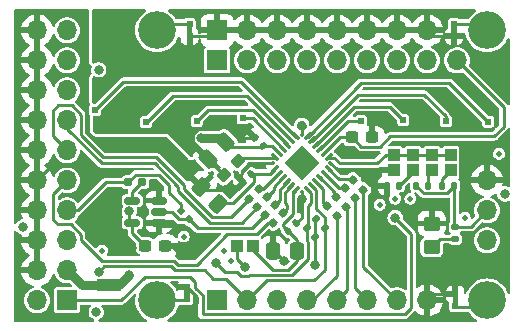
<source format=gbr>
%TF.GenerationSoftware,KiCad,Pcbnew,8.0.7*%
%TF.CreationDate,2024-12-23T20:58:06-05:00*%
%TF.ProjectId,tac5212_audio_board_single_ended,74616335-3231-4325-9f61-7564696f5f62,rev?*%
%TF.SameCoordinates,Original*%
%TF.FileFunction,Copper,L1,Top*%
%TF.FilePolarity,Positive*%
%FSLAX46Y46*%
G04 Gerber Fmt 4.6, Leading zero omitted, Abs format (unit mm)*
G04 Created by KiCad (PCBNEW 8.0.7) date 2024-12-23 20:58:06*
%MOMM*%
%LPD*%
G01*
G04 APERTURE LIST*
G04 Aperture macros list*
%AMRoundRect*
0 Rectangle with rounded corners*
0 $1 Rounding radius*
0 $2 $3 $4 $5 $6 $7 $8 $9 X,Y pos of 4 corners*
0 Add a 4 corners polygon primitive as box body*
4,1,4,$2,$3,$4,$5,$6,$7,$8,$9,$2,$3,0*
0 Add four circle primitives for the rounded corners*
1,1,$1+$1,$2,$3*
1,1,$1+$1,$4,$5*
1,1,$1+$1,$6,$7*
1,1,$1+$1,$8,$9*
0 Add four rect primitives between the rounded corners*
20,1,$1+$1,$2,$3,$4,$5,0*
20,1,$1+$1,$4,$5,$6,$7,0*
20,1,$1+$1,$6,$7,$8,$9,0*
20,1,$1+$1,$8,$9,$2,$3,0*%
%AMRotRect*
0 Rectangle, with rotation*
0 The origin of the aperture is its center*
0 $1 length*
0 $2 width*
0 $3 Rotation angle, in degrees counterclockwise*
0 Add horizontal line*
21,1,$1,$2,0,0,$3*%
G04 Aperture macros list end*
%TA.AperFunction,EtchedComponent*%
%ADD10C,0.000000*%
%TD*%
%TA.AperFunction,SMDPad,CuDef*%
%ADD11RoundRect,0.160000X0.252791X-0.026517X-0.026517X0.252791X-0.252791X0.026517X0.026517X-0.252791X0*%
%TD*%
%TA.AperFunction,SMDPad,CuDef*%
%ADD12RoundRect,0.135000X-0.226274X-0.035355X-0.035355X-0.226274X0.226274X0.035355X0.035355X0.226274X0*%
%TD*%
%TA.AperFunction,ComponentPad*%
%ADD13R,1.700000X1.700000*%
%TD*%
%TA.AperFunction,ComponentPad*%
%ADD14O,1.700000X1.700000*%
%TD*%
%TA.AperFunction,ComponentPad*%
%ADD15C,3.200000*%
%TD*%
%TA.AperFunction,ComponentPad*%
%ADD16C,0.500000*%
%TD*%
%TA.AperFunction,SMDPad,CuDef*%
%ADD17R,1.000000X1.000000*%
%TD*%
%TA.AperFunction,SMDPad,CuDef*%
%ADD18RoundRect,0.250000X0.337500X0.475000X-0.337500X0.475000X-0.337500X-0.475000X0.337500X-0.475000X0*%
%TD*%
%TA.AperFunction,SMDPad,CuDef*%
%ADD19RoundRect,0.160000X-0.026517X-0.252791X0.252791X0.026517X0.026517X0.252791X-0.252791X-0.026517X0*%
%TD*%
%TA.AperFunction,SMDPad,CuDef*%
%ADD20RoundRect,0.140000X0.219203X0.021213X0.021213X0.219203X-0.219203X-0.021213X-0.021213X-0.219203X0*%
%TD*%
%TA.AperFunction,SMDPad,CuDef*%
%ADD21RoundRect,0.250000X0.574524X0.097227X0.097227X0.574524X-0.574524X-0.097227X-0.097227X-0.574524X0*%
%TD*%
%TA.AperFunction,SMDPad,CuDef*%
%ADD22RoundRect,0.150000X0.512500X0.150000X-0.512500X0.150000X-0.512500X-0.150000X0.512500X-0.150000X0*%
%TD*%
%TA.AperFunction,SMDPad,CuDef*%
%ADD23RoundRect,0.135000X-0.185000X0.135000X-0.185000X-0.135000X0.185000X-0.135000X0.185000X0.135000X0*%
%TD*%
%TA.AperFunction,SMDPad,CuDef*%
%ADD24R,0.508000X0.500000*%
%TD*%
%TA.AperFunction,SMDPad,CuDef*%
%ADD25R,0.508000X0.508000*%
%TD*%
%TA.AperFunction,SMDPad,CuDef*%
%ADD26RoundRect,0.237500X-0.300000X-0.237500X0.300000X-0.237500X0.300000X0.237500X-0.300000X0.237500X0*%
%TD*%
%TA.AperFunction,SMDPad,CuDef*%
%ADD27RoundRect,0.140000X-0.021213X0.219203X-0.219203X0.021213X0.021213X-0.219203X0.219203X-0.021213X0*%
%TD*%
%TA.AperFunction,SMDPad,CuDef*%
%ADD28RoundRect,0.250000X-0.097227X0.574524X-0.574524X0.097227X0.097227X-0.574524X0.574524X-0.097227X0*%
%TD*%
%TA.AperFunction,SMDPad,CuDef*%
%ADD29RoundRect,0.250000X-0.450000X0.350000X-0.450000X-0.350000X0.450000X-0.350000X0.450000X0.350000X0*%
%TD*%
%TA.AperFunction,SMDPad,CuDef*%
%ADD30RoundRect,0.140000X0.021213X-0.219203X0.219203X-0.021213X-0.021213X0.219203X-0.219203X0.021213X0*%
%TD*%
%TA.AperFunction,SMDPad,CuDef*%
%ADD31RotRect,0.508000X0.508000X315.000000*%
%TD*%
%TA.AperFunction,SMDPad,CuDef*%
%ADD32R,1.100000X1.000000*%
%TD*%
%TA.AperFunction,SMDPad,CuDef*%
%ADD33RoundRect,0.135000X-0.135000X-0.185000X0.135000X-0.185000X0.135000X0.185000X-0.135000X0.185000X0*%
%TD*%
%TA.AperFunction,SMDPad,CuDef*%
%ADD34RoundRect,0.237500X-0.044194X-0.380070X0.380070X0.044194X0.044194X0.380070X-0.380070X-0.044194X0*%
%TD*%
%TA.AperFunction,SMDPad,CuDef*%
%ADD35RoundRect,0.135000X0.135000X0.185000X-0.135000X0.185000X-0.135000X-0.185000X0.135000X-0.185000X0*%
%TD*%
%TA.AperFunction,SMDPad,CuDef*%
%ADD36RoundRect,0.062500X-0.185616X-0.274004X0.274004X0.185616X0.185616X0.274004X-0.274004X-0.185616X0*%
%TD*%
%TA.AperFunction,SMDPad,CuDef*%
%ADD37RoundRect,0.062500X0.185616X-0.274004X0.274004X-0.185616X-0.185616X0.274004X-0.274004X0.185616X0*%
%TD*%
%TA.AperFunction,SMDPad,CuDef*%
%ADD38RotRect,2.100000X2.100000X45.000000*%
%TD*%
%TA.AperFunction,SMDPad,CuDef*%
%ADD39RoundRect,0.062500X0.000000X-0.088388X0.088388X0.000000X0.000000X0.088388X-0.088388X0.000000X0*%
%TD*%
%TA.AperFunction,SMDPad,CuDef*%
%ADD40RoundRect,0.160000X-0.197500X-0.160000X0.197500X-0.160000X0.197500X0.160000X-0.197500X0.160000X0*%
%TD*%
%TA.AperFunction,SMDPad,CuDef*%
%ADD41RoundRect,0.135000X0.226274X0.035355X0.035355X0.226274X-0.226274X-0.035355X-0.035355X-0.226274X0*%
%TD*%
%TA.AperFunction,ComponentPad*%
%ADD42R,0.500000X0.500000*%
%TD*%
%TA.AperFunction,ViaPad*%
%ADD43C,0.800000*%
%TD*%
%TA.AperFunction,Conductor*%
%ADD44C,0.250000*%
%TD*%
%TA.AperFunction,Conductor*%
%ADD45C,0.750000*%
%TD*%
G04 APERTURE END LIST*
%TA.AperFunction,EtchedComponent*%
%TO.C,E108*%
G36*
X99471000Y-99979000D02*
G01*
X99929000Y-99979000D01*
X99929000Y-99404000D01*
X99471000Y-99404000D01*
X99471000Y-99979000D01*
G37*
%TD.AperFunction*%
%TA.AperFunction,EtchedComponent*%
%TO.C,E109*%
G36*
X121871000Y-99979000D02*
G01*
X122329000Y-99979000D01*
X122329000Y-99404000D01*
X121871000Y-99404000D01*
X121871000Y-99979000D01*
G37*
%TD.AperFunction*%
D10*
%TA.AperFunction,EtchedComponent*%
%TO.C,5V108*%
G36*
X93175000Y-121500000D02*
G01*
X92625000Y-121500000D01*
X92625000Y-121100000D01*
X93175000Y-121100000D01*
X93175000Y-121500000D01*
G37*
%TD.AperFunction*%
%TA.AperFunction,EtchedComponent*%
%TO.C,G118*%
G36*
X121971000Y-122879000D02*
G01*
X122429000Y-122879000D01*
X122429000Y-122304000D01*
X121971000Y-122304000D01*
X121971000Y-122879000D01*
G37*
%TD.AperFunction*%
%TA.AperFunction,EtchedComponent*%
%TO.C,G117*%
G36*
X99271000Y-122279000D02*
G01*
X99729000Y-122279000D01*
X99729000Y-121704000D01*
X99271000Y-121704000D01*
X99271000Y-122279000D01*
G37*
%TD.AperFunction*%
%TD*%
D11*
%TO.P,R113,1*%
%TO.N,GPIO2*%
X112937059Y-114705168D03*
%TO.P,R113,2*%
%TO.N,Net-(TAC5212-GPIO2)*%
X112092067Y-113860176D03*
%TD*%
D12*
%TO.P,R121,1*%
%TO.N,5212_SCL*%
X109617194Y-116508362D03*
%TO.P,R121,2*%
%TO.N,Net-(PU_EN108-Pad1)*%
X110338442Y-117229610D03*
%TD*%
D13*
%TO.P,board_outline108,1,HELD_HIGH*%
%TO.N,EN_HELD_HIGH*%
X89337500Y-122600000D03*
D14*
%TO.P,board_outline108,2,HELD_LOW*%
%TO.N,unconnected-(board_outline108-HELD_LOW-Pad2)*%
X86797500Y-122600000D03*
%TO.P,board_outline108,3,5V*%
%TO.N,Net-(5V108-B)*%
X89337500Y-120060000D03*
%TO.P,board_outline108,4,GNDD*%
%TO.N,GNDD*%
X86797500Y-120060000D03*
%TO.P,board_outline108,5,12V*%
%TO.N,unconnected-(board_outline108-12V-Pad5)*%
X89337500Y-117520000D03*
%TO.P,board_outline108,6,GNDD*%
%TO.N,GNDD*%
X86797500Y-117520000D03*
%TO.P,board_outline108,7,DSP_DOUT*%
%TO.N,5212_DOUT1+*%
X89337500Y-114980000D03*
%TO.P,board_outline108,8,GNDD*%
%TO.N,GNDD*%
X86797500Y-114980000D03*
%TO.P,board_outline108,9,DSP_DIN*%
%TO.N,5212_DIN1*%
X89337500Y-112440000D03*
%TO.P,board_outline108,10,GNDD*%
%TO.N,GNDD*%
X86797500Y-112440000D03*
%TO.P,board_outline108,11,BCLK*%
%TO.N,5212_BCLK1*%
X89337500Y-109900000D03*
%TO.P,board_outline108,12,GNDD*%
%TO.N,GNDD*%
X86797500Y-109900000D03*
%TO.P,board_outline108,13,LRCK*%
%TO.N,5212_LRCK1*%
X89337500Y-107360000D03*
%TO.P,board_outline108,14,GNDD*%
%TO.N,GNDD*%
X86797500Y-107360000D03*
%TO.P,board_outline108,15,SDA*%
%TO.N,DSP_SDA*%
X89337500Y-104820000D03*
%TO.P,board_outline108,16,GNDD*%
%TO.N,GNDD*%
X86797500Y-104820000D03*
%TO.P,board_outline108,17,SCL*%
%TO.N,DSP_SCL*%
X89337500Y-102280000D03*
%TO.P,board_outline108,18,GNDD*%
%TO.N,GNDD*%
X86797500Y-102280000D03*
%TO.P,board_outline108,19,MCLK*%
%TO.N,5212_MCLK1*%
X89337500Y-99740000D03*
%TO.P,board_outline108,20,GNDD*%
%TO.N,GNDD*%
X86797500Y-99740000D03*
D13*
%TO.P,board_outline108,21,OUTP*%
%TO.N,OUT1P+*%
X102047500Y-102285000D03*
%TO.P,board_outline108,22,AGND*%
%TO.N,Earth*%
X102047500Y-99745000D03*
D14*
%TO.P,board_outline108,23,OUT1M*%
%TO.N,OUT1M+*%
X104587500Y-102285000D03*
%TO.P,board_outline108,24,AGND*%
%TO.N,Earth*%
X104587500Y-99745000D03*
%TO.P,board_outline108,25,OUT2P*%
%TO.N,OUT2P+*%
X107127500Y-102285000D03*
%TO.P,board_outline108,26,AGND*%
%TO.N,Earth*%
X107127500Y-99745000D03*
%TO.P,board_outline108,27,OUT2M*%
%TO.N,OUT2M+*%
X109667500Y-102285000D03*
%TO.P,board_outline108,28,AGND*%
%TO.N,Earth*%
X109667500Y-99745000D03*
%TO.P,board_outline108,29,IN1P*%
%TO.N,IN1P+*%
X112207500Y-102285000D03*
%TO.P,board_outline108,30,AGND*%
%TO.N,Earth*%
X112207500Y-99745000D03*
%TO.P,board_outline108,31,IN1M*%
%TO.N,IN1M+*%
X114747500Y-102285000D03*
%TO.P,board_outline108,32,AGND*%
%TO.N,Earth*%
X114747500Y-99745000D03*
%TO.P,board_outline108,33,IN2P*%
%TO.N,IN2P+*%
X117287500Y-102285000D03*
%TO.P,board_outline108,34,AGND*%
%TO.N,Earth*%
X117287500Y-99745000D03*
%TO.P,board_outline108,35,IN2M*%
%TO.N,IN2M+*%
X119827500Y-102285000D03*
%TO.P,board_outline108,36,AGND*%
%TO.N,Earth*%
X119827500Y-99745000D03*
D13*
%TO.P,board_outline108,37,SCL*%
%TO.N,5212_SCL*%
X102047500Y-122605000D03*
D14*
%TO.P,board_outline108,38,SDA*%
%TO.N,5212_SDA*%
X104587500Y-122605000D03*
%TO.P,board_outline108,39,GNDD*%
%TO.N,GNDD*%
X107127500Y-122605000D03*
%TO.P,board_outline108,40,GPIO1*%
%TO.N,GPIO1*%
X109667500Y-122605000D03*
%TO.P,board_outline108,41,GPIO2*%
%TO.N,GPIO2*%
X112207500Y-122605000D03*
%TO.P,board_outline108,42,GPO1*%
%TO.N,GPO1*%
X114747500Y-122605000D03*
%TO.P,board_outline108,43,GPI1*%
%TO.N,GPI1*%
X117287500Y-122605000D03*
%TO.P,board_outline108,44,GNDD*%
%TO.N,GNDD*%
X119827500Y-122605000D03*
%TO.P,board_outline108,45,5V*%
%TO.N,5V*%
X124892500Y-117525000D03*
%TO.P,board_outline108,46,3.3V*%
%TO.N,3.3V_LDO*%
X124892500Y-114985000D03*
%TO.P,board_outline108,47,GNDD*%
%TO.N,GNDD*%
X124892500Y-112445000D03*
%TO.P,board_outline108,48,MIC_BIAS*%
%TO.N,MICBIAS*%
X122352500Y-102285000D03*
D15*
%TO.P,board_outline108,49,AGND*%
%TO.N,Net-(E108-B)*%
X96952500Y-99745000D03*
%TO.P,board_outline108,50,AGND*%
%TO.N,Net-(E109-B)*%
X124892500Y-99745000D03*
%TO.P,board_outline108,51,DGND*%
%TO.N,Net-(G117-A)*%
X96952500Y-122605000D03*
%TO.P,board_outline108,52,DGND*%
%TO.N,Net-(G118-A)*%
X124892500Y-122605000D03*
%TD*%
D16*
%TO.P,G110,1,1*%
%TO.N,Earth*%
X117100000Y-114000000D03*
%TD*%
D17*
%TO.P,ADD108,1,1*%
%TO.N,GNDD*%
X117000000Y-111600000D03*
%TO.P,ADD108,2,2*%
%TO.N,Net-(TAC5212-ADDR)*%
X117000000Y-110300000D03*
%TD*%
D11*
%TO.P,R112,1*%
%TO.N,GPO1*%
X113677789Y-113964439D03*
%TO.P,R112,2*%
%TO.N,Net-(TAC5212-GPO1)*%
X112832797Y-113119447D03*
%TD*%
D18*
%TO.P,C111,1*%
%TO.N,3.3V_LDO*%
X108818261Y-118400000D03*
%TO.P,C111,2*%
%TO.N,GNDD*%
X106743261Y-118400000D03*
%TD*%
D11*
%TO.P,R114,1*%
%TO.N,GPIO1*%
X112157509Y-115484718D03*
%TO.P,R114,2*%
%TO.N,Net-(TAC5212-GPIO1)*%
X111312517Y-114639726D03*
%TD*%
D19*
%TO.P,R115,1*%
%TO.N,5212_LRCK1*%
X105445334Y-114708704D03*
%TO.P,R115,2*%
%TO.N,Net-(TAC5212-FSYNC)*%
X106290326Y-113863712D03*
%TD*%
D17*
%TO.P,ADD112,1,1*%
%TO.N,Net-(ADD112-Pad1)*%
X118600000Y-111600000D03*
%TO.P,ADD112,2,2*%
%TO.N,Net-(TAC5212-ADDR)*%
X118600000Y-110300000D03*
%TD*%
D20*
%TO.P,C109,1*%
%TO.N,3.3V_LDO*%
X105939411Y-109539411D03*
%TO.P,C109,2*%
%TO.N,Earth*%
X105260589Y-108860589D03*
%TD*%
D17*
%TO.P,ADD110,1,1*%
%TO.N,Net-(ADD110-Pad1)*%
X120200000Y-111600000D03*
%TO.P,ADD110,2,2*%
%TO.N,Net-(TAC5212-ADDR)*%
X120200000Y-110300000D03*
%TD*%
D21*
%TO.P,C115,1*%
%TO.N,Net-(TAC5212-DREG)*%
X102133623Y-114433623D03*
%TO.P,C115,2*%
%TO.N,GNDD*%
X100666377Y-112966377D03*
%TD*%
D16*
%TO.P,G109,1,1*%
%TO.N,Earth*%
X99200000Y-117200000D03*
%TD*%
%TO.P,G112,1,1*%
%TO.N,Earth*%
X118400000Y-114000000D03*
%TD*%
D22*
%TO.P,U108,1,OE*%
%TO.N,GNDD*%
X97137500Y-116050000D03*
%TO.P,U108,2,A*%
%TO.N,5212_DOUT1*%
X97137500Y-115100000D03*
%TO.P,U108,3,GND*%
%TO.N,GNDD*%
X97137500Y-114150000D03*
%TO.P,U108,4,Y*%
%TO.N,Net-(U108-Y)*%
X94862500Y-114150000D03*
%TO.P,U108,5,VCC*%
%TO.N,3.3V_LDO*%
X94862500Y-116050000D03*
%TD*%
D19*
%TO.P,R118,1*%
%TO.N,5212_DIN1*%
X106788837Y-116052207D03*
%TO.P,R118,2*%
%TO.N,Net-(TAC5212-DIN)*%
X107633829Y-115207215D03*
%TD*%
D16*
%TO.P,G111,1,1*%
%TO.N,Earth*%
X92300000Y-118400000D03*
%TD*%
%TO.P,G113,1,1*%
%TO.N,Earth*%
X102600000Y-118400000D03*
%TD*%
D23*
%TO.P,R126,1*%
%TO.N,3.3V_LDO*%
X122200000Y-116390000D03*
%TO.P,R126,2*%
%TO.N,Net-(D116-A)*%
X122200000Y-117410000D03*
%TD*%
D24*
%TO.P,E108,1,A*%
%TO.N,Earth*%
X99700000Y-100204000D03*
D25*
%TO.P,E108,2,B*%
%TO.N,Net-(E108-B)*%
X99700000Y-99200000D03*
%TD*%
D26*
%TO.P,C118,1*%
%TO.N,MICBIAS*%
X113437500Y-108800000D03*
%TO.P,C118,2*%
%TO.N,Earth*%
X115162500Y-108800000D03*
%TD*%
D27*
%TO.P,C116,1*%
%TO.N,Net-(TAC5212-DREG)*%
X104937914Y-111892722D03*
%TO.P,C116,2*%
%TO.N,GNDD*%
X104259092Y-112571544D03*
%TD*%
D28*
%TO.P,C108,1*%
%TO.N,3.3V_LDO*%
X102733623Y-109166377D03*
%TO.P,C108,2*%
%TO.N,Earth*%
X101266377Y-110633623D03*
%TD*%
D29*
%TO.P,D116,1,K*%
%TO.N,GNDD*%
X120200000Y-116100000D03*
%TO.P,D116,2,A*%
%TO.N,Net-(D116-A)*%
X120200000Y-118100000D03*
%TD*%
D30*
%TO.P,C112,1*%
%TO.N,3.3V_LDO*%
X108060589Y-116739411D03*
%TO.P,C112,2*%
%TO.N,GNDD*%
X108739411Y-116060589D03*
%TD*%
D24*
%TO.P,E109,1,A*%
%TO.N,Earth*%
X122100000Y-100204000D03*
D25*
%TO.P,E109,2,B*%
%TO.N,Net-(E109-B)*%
X122100000Y-99200000D03*
%TD*%
D17*
%TO.P,ADD111,1,1*%
%TO.N,Net-(ADD111-Pad1)*%
X121800000Y-111600000D03*
%TO.P,ADD111,2,2*%
%TO.N,Net-(TAC5212-ADDR)*%
X121800000Y-110300000D03*
%TD*%
D31*
%TO.P,DOUT108,1,1*%
%TO.N,5212_DOUT1*%
X99653553Y-115753553D03*
%TO.P,DOUT108,2,2*%
%TO.N,5212_DOUT1+*%
X98946447Y-115046447D03*
%TD*%
D11*
%TO.P,R110,1*%
%TO.N,GPI1*%
X114420251Y-113221977D03*
%TO.P,R110,2*%
%TO.N,Net-(TAC5212-GPI1)*%
X113575259Y-112376985D03*
%TD*%
D32*
%TO.P,5V108,1,A*%
%TO.N,5V*%
X93404000Y-121300000D03*
%TO.P,5V108,2,B*%
%TO.N,Net-(5V108-B)*%
X92400000Y-121300000D03*
%TD*%
D26*
%TO.P,C128,1*%
%TO.N,3.3V_LDO*%
X95937500Y-118000000D03*
%TO.P,C128,2*%
%TO.N,GNDD*%
X97662500Y-118000000D03*
%TD*%
D33*
%TO.P,R123,1*%
%TO.N,Net-(ADD111-Pad1)*%
X121090000Y-112900000D03*
%TO.P,R123,2*%
%TO.N,3.3V_LDO*%
X122110000Y-112900000D03*
%TD*%
D34*
%TO.P,C119,1*%
%TO.N,Earth*%
X102590120Y-112009880D03*
%TO.P,C119,2*%
%TO.N,Net-(TAC5212-VREF)*%
X103809880Y-110790120D03*
%TD*%
D35*
%TO.P,R124,1*%
%TO.N,Net-(ADD112-Pad1)*%
X117410000Y-112900000D03*
%TO.P,R124,2*%
%TO.N,GNDD*%
X116390000Y-112900000D03*
%TD*%
D19*
%TO.P,R119,1*%
%TO.N,5212_BCLK1*%
X104773583Y-114036952D03*
%TO.P,R119,2*%
%TO.N,Net-(TAC5212-BCLK)*%
X105618575Y-113191960D03*
%TD*%
D17*
%TO.P,PU_EN108,1,1*%
%TO.N,Net-(PU_EN108-Pad1)*%
X103750000Y-118000000D03*
%TO.P,PU_EN108,2,2*%
%TO.N,3.3V_LDO*%
X105050000Y-118000000D03*
%TD*%
D19*
%TO.P,R117,1*%
%TO.N,5212_DOUT1*%
X106117086Y-115380455D03*
%TO.P,R117,2*%
%TO.N,Net-(TAC5212-DOUT)*%
X106962078Y-114535463D03*
%TD*%
D36*
%TO.P,TAC5212,1,DREG*%
%TO.N,Net-(TAC5212-DREG)*%
X106910742Y-111521491D03*
%TO.P,TAC5212,2,BCLK*%
%TO.N,Net-(TAC5212-BCLK)*%
X107264295Y-111875045D03*
%TO.P,TAC5212,3,FSYNC*%
%TO.N,Net-(TAC5212-FSYNC)*%
X107617849Y-112228598D03*
%TO.P,TAC5212,4,DOUT*%
%TO.N,Net-(TAC5212-DOUT)*%
X107971402Y-112582151D03*
%TO.P,TAC5212,5,DIN*%
%TO.N,Net-(TAC5212-DIN)*%
X108324955Y-112935705D03*
%TO.P,TAC5212,6,IOVDD*%
%TO.N,3.3V_LDO*%
X108678509Y-113289258D03*
D37*
%TO.P,TAC5212,7,SCL*%
%TO.N,5212_SCL*%
X109721491Y-113289258D03*
%TO.P,TAC5212,8,SDA*%
%TO.N,5212_SDA*%
X110075045Y-112935705D03*
%TO.P,TAC5212,9,GPIO1*%
%TO.N,Net-(TAC5212-GPIO1)*%
X110428598Y-112582151D03*
%TO.P,TAC5212,10,GPIO2*%
%TO.N,Net-(TAC5212-GPIO2)*%
X110782151Y-112228598D03*
%TO.P,TAC5212,11,GPO1*%
%TO.N,Net-(TAC5212-GPO1)*%
X111135705Y-111875045D03*
%TO.P,TAC5212,12,GPI1*%
%TO.N,Net-(TAC5212-GPI1)*%
X111489258Y-111521491D03*
D36*
%TO.P,TAC5212,13,ADDR*%
%TO.N,Net-(TAC5212-ADDR)*%
X111489258Y-110478509D03*
%TO.P,TAC5212,14,MICBIAS*%
%TO.N,MICBIAS*%
X111135705Y-110124955D03*
%TO.P,TAC5212,15,IN1P*%
%TO.N,IN1P*%
X110782151Y-109771402D03*
%TO.P,TAC5212,16,IN1M*%
%TO.N,IN1M*%
X110428598Y-109417849D03*
%TO.P,TAC5212,17,IN2P*%
%TO.N,IN2P*%
X110075045Y-109064295D03*
%TO.P,TAC5212,18,IN2M*%
%TO.N,IN2M*%
X109721491Y-108710742D03*
D37*
%TO.P,TAC5212,19,OUT1M*%
%TO.N,OUT1M*%
X108678509Y-108710742D03*
%TO.P,TAC5212,20,OUT1P*%
%TO.N,OUT1P*%
X108324955Y-109064295D03*
%TO.P,TAC5212,21,OUT2P*%
%TO.N,OUT2P*%
X107971402Y-109417849D03*
%TO.P,TAC5212,22,OUT2M*%
%TO.N,OUT2M*%
X107617849Y-109771402D03*
%TO.P,TAC5212,23,AVDD*%
%TO.N,3.3V_LDO*%
X107264295Y-110124955D03*
%TO.P,TAC5212,24,VREF*%
%TO.N,Net-(TAC5212-VREF)*%
X106910742Y-110478509D03*
D16*
%TO.P,TAC5212,25,VSS*%
%TO.N,GNDD*%
X108705025Y-111494975D03*
X108705025Y-110505025D03*
X109200000Y-111000000D03*
D38*
X109200000Y-111000000D03*
D16*
X109694975Y-111494975D03*
X109694975Y-110505025D03*
D39*
%TO.P,TAC5212,A1,VSS*%
X106767553Y-111000000D03*
%TO.P,TAC5212,A2,VSS*%
X109200000Y-113432447D03*
%TO.P,TAC5212,A3,VSS*%
X111632447Y-111000000D03*
%TO.P,TAC5212,A4,VSS*%
X109200000Y-108567553D03*
%TD*%
D24*
%TO.P,G118,1,A*%
%TO.N,Net-(G118-A)*%
X122200000Y-123104000D03*
D25*
%TO.P,G118,2,B*%
%TO.N,GNDD*%
X122200000Y-122100000D03*
%TD*%
D35*
%TO.P,R122,1*%
%TO.N,Net-(ADD110-Pad1)*%
X119910000Y-112900000D03*
%TO.P,R122,2*%
%TO.N,3.3V_LDO*%
X118890000Y-112900000D03*
%TD*%
D16*
%TO.P,G115,1,1*%
%TO.N,Earth*%
X103200000Y-119300000D03*
%TD*%
%TO.P,G114,1,1*%
%TO.N,Earth*%
X123000000Y-115600000D03*
%TD*%
D40*
%TO.P,R125,1*%
%TO.N,5212_DOUT1+*%
X94502500Y-112600000D03*
%TO.P,R125,2*%
%TO.N,Net-(U108-Y)*%
X95697500Y-112600000D03*
%TD*%
D24*
%TO.P,G117,1,A*%
%TO.N,Net-(G117-A)*%
X99500000Y-122504000D03*
D25*
%TO.P,G117,2,B*%
%TO.N,GNDD*%
X99500000Y-121500000D03*
%TD*%
D16*
%TO.P,G116,1,1*%
%TO.N,Earth*%
X125900000Y-110200000D03*
%TD*%
%TO.P,G108,1,1*%
%TO.N,Earth*%
X115800000Y-114500000D03*
%TD*%
D41*
%TO.P,R120,1*%
%TO.N,5212_SDA*%
X111141385Y-116460624D03*
%TO.P,R120,2*%
%TO.N,Net-(PU_EN108-Pad1)*%
X110420137Y-115739376D03*
%TD*%
D42*
%TO.P,OP2,2,2*%
%TO.N,OUT2P*%
X100300000Y-107425000D03*
%TD*%
%TO.P,INP2,2,2*%
%TO.N,IN2P*%
X121400000Y-107435000D03*
%TD*%
%TO.P,INM2,2,2*%
%TO.N,IN2M*%
X125000000Y-107482500D03*
%TD*%
%TO.P,OM2,2,2*%
%TO.N,OUT2M*%
X104200000Y-107200000D03*
%TD*%
%TO.P,OP1,2,2*%
%TO.N,OUT1P*%
X96000000Y-107500000D03*
%TD*%
%TO.P,INM1,2,2*%
%TO.N,IN1M*%
X117800000Y-107362500D03*
%TD*%
%TO.P,OM1,2,2*%
%TO.N,OUT1M*%
X91700000Y-106500000D03*
%TD*%
%TO.P,INP1,2,2*%
%TO.N,IN1P*%
X114200000Y-107425000D03*
%TD*%
D43*
%TO.N,GNDD*%
X92600000Y-114800000D03*
X99400000Y-123800000D03*
X91719599Y-111998440D03*
X119400000Y-114600000D03*
X109200000Y-107800000D03*
X107711709Y-119246986D03*
X94800000Y-118200000D03*
X109250000Y-113985355D03*
X98000000Y-110000000D03*
X99000000Y-118800000D03*
X115400000Y-113600000D03*
X124800000Y-119000000D03*
X123400000Y-113800000D03*
X100718700Y-117875000D03*
X93200000Y-123600000D03*
%TO.N,5V*%
X94569964Y-120430000D03*
%TO.N,Earth*%
X94600000Y-105800000D03*
X94400000Y-101000000D03*
X91800000Y-123600000D03*
X103224739Y-107762663D03*
X126400000Y-113600000D03*
X112825000Y-110225000D03*
X96200000Y-103200000D03*
X94400000Y-98400000D03*
X108200000Y-105200000D03*
X111200000Y-104200000D03*
X124064601Y-102335399D03*
%TO.N,EN_HELD_HIGH*%
X117100000Y-115600000D03*
%TO.N,5212_SCL*%
X101934085Y-119475000D03*
%TO.N,5212_SDA*%
X92004802Y-120161926D03*
X92007954Y-103082209D03*
%TO.N,3.3V_LDO*%
X100675000Y-108873986D03*
X94600000Y-115050000D03*
X105050000Y-118075008D03*
%TO.N,GPI1*%
X85600000Y-116400000D03*
%TO.N,Net-(PU_EN108-Pad1)*%
X110338844Y-119622742D03*
X104393867Y-119750361D03*
%TD*%
D44*
%TO.N,3.3V_LDO*%
X105050000Y-118339339D02*
X105050000Y-118075008D01*
X106732647Y-120021986D02*
X105050000Y-118339339D01*
X108032725Y-120021986D02*
X106732647Y-120021986D01*
X108818261Y-118400000D02*
X108818261Y-119236450D01*
X108818261Y-119236450D02*
X108032725Y-120021986D01*
X105050000Y-118000000D02*
X105050000Y-118075008D01*
%TO.N,5212_SCL*%
X103747490Y-120200000D02*
X102659085Y-120200000D01*
X104072851Y-120525361D02*
X103747490Y-120200000D01*
X104768258Y-120471986D02*
X104714883Y-120525361D01*
X108378875Y-120471986D02*
X104768258Y-120471986D01*
X102659085Y-120200000D02*
X101934085Y-119475000D01*
X109730761Y-119120100D02*
X108378875Y-120471986D01*
X104714883Y-120525361D02*
X104072851Y-120525361D01*
X109730761Y-117679900D02*
X109730761Y-119120100D01*
X109617194Y-116508362D02*
X109617194Y-117566333D01*
X109617194Y-117566333D02*
X109730761Y-117679900D01*
%TO.N,Net-(PU_EN108-Pad1)*%
X103750000Y-118000000D02*
X103750000Y-119106494D01*
X103750000Y-119106494D02*
X104393867Y-119750361D01*
%TO.N,GNDD*%
X100350000Y-122850000D02*
X100350000Y-122350000D01*
X87972500Y-111265000D02*
X90986159Y-111265000D01*
X109200000Y-108567553D02*
X109200000Y-107800000D01*
X111632447Y-111000000D02*
X112232447Y-111600000D01*
X109200000Y-113432447D02*
X109200000Y-113935355D01*
X106767553Y-111000000D02*
X104932610Y-111000000D01*
X104932610Y-111000000D02*
X104039889Y-111892721D01*
X97137500Y-116050000D02*
X97437499Y-116349999D01*
X97437499Y-116349999D02*
X99193699Y-116349999D01*
X109200000Y-113935355D02*
X109250000Y-113985355D01*
X97662500Y-118000000D02*
X98200000Y-118000000D01*
X100350000Y-122350000D02*
X99500000Y-121500000D01*
X104039889Y-112352341D02*
X104259092Y-112571544D01*
X103573533Y-113257103D02*
X104259092Y-112571544D01*
X99400000Y-123800000D02*
X100350000Y-122850000D01*
X86797500Y-112440000D02*
X87972500Y-111265000D01*
X120332500Y-122100000D02*
X119827500Y-122605000D01*
X109200000Y-115600000D02*
X108739411Y-116060589D01*
X112232447Y-111600000D02*
X117000000Y-111600000D01*
X99193699Y-116349999D02*
X100718700Y-117875000D01*
X109200000Y-113432447D02*
X109200000Y-115600000D01*
X90986159Y-111265000D02*
X91719599Y-111998440D01*
X122200000Y-122100000D02*
X120332500Y-122100000D01*
X100666377Y-112966377D02*
X100957103Y-113257103D01*
X104039889Y-111892721D02*
X104039889Y-112352341D01*
X98200000Y-118000000D02*
X99000000Y-118800000D01*
X100957103Y-113257103D02*
X103573533Y-113257103D01*
D45*
%TO.N,5V*%
X93404000Y-121300000D02*
X93699964Y-121300000D01*
X93699964Y-121300000D02*
X94569964Y-120430000D01*
D44*
%TO.N,Earth*%
X103162076Y-107700000D02*
X101175000Y-107700000D01*
X99950000Y-109174291D02*
X101266377Y-110490668D01*
X100875000Y-108000000D02*
X100523681Y-108000000D01*
X122100000Y-100200000D02*
X120282500Y-100200000D01*
X99950000Y-108573681D02*
X99950000Y-109174291D01*
X101175000Y-107700000D02*
X100875000Y-108000000D01*
X103224739Y-107762663D02*
X103162076Y-107700000D01*
X100523681Y-108000000D02*
X99950000Y-108573681D01*
X102590120Y-111957366D02*
X102590120Y-112009880D01*
X120282500Y-100200000D02*
X119827500Y-99745000D01*
X99700000Y-100200000D02*
X101592500Y-100200000D01*
X105260589Y-108860589D02*
X104322665Y-108860589D01*
X104322665Y-108860589D02*
X103224739Y-107762663D01*
X101266377Y-110490668D02*
X101266377Y-110633623D01*
X101266377Y-110633623D02*
X102590120Y-111957366D01*
X101592500Y-100200000D02*
X102047500Y-99745000D01*
D45*
%TO.N,Net-(5V108-B)*%
X90577500Y-121300000D02*
X89337500Y-120060000D01*
X92400000Y-121300000D02*
X90577500Y-121300000D01*
D44*
%TO.N,Net-(TAC5212-ADDR)*%
X112436396Y-111000000D02*
X115600000Y-111000000D01*
X116300000Y-110300000D02*
X117000000Y-110300000D01*
X111453903Y-110513864D02*
X111950260Y-110513864D01*
X117000000Y-110300000D02*
X121800000Y-110300000D01*
X111950260Y-110513864D02*
X112436396Y-111000000D01*
X115600000Y-111000000D02*
X116300000Y-110300000D01*
%TO.N,Net-(ADD110-Pad1)*%
X119910000Y-112900000D02*
X119910000Y-111890000D01*
X119910000Y-111890000D02*
X120200000Y-111600000D01*
%TO.N,Net-(ADD111-Pad1)*%
X121090001Y-112900000D02*
X121090001Y-112309999D01*
X121090001Y-112309999D02*
X121800000Y-111600000D01*
%TO.N,Net-(ADD112-Pad1)*%
X118600000Y-111710000D02*
X118600000Y-111600000D01*
X117410000Y-112900000D02*
X118600000Y-111710000D01*
%TO.N,Net-(G118-A)*%
X124297500Y-123200000D02*
X122200000Y-123200000D01*
X124892500Y-122605000D02*
X124297500Y-123200000D01*
%TO.N,Net-(E108-B)*%
X99700000Y-99196000D02*
X97501500Y-99196000D01*
X97501500Y-99196000D02*
X96952500Y-99745000D01*
%TO.N,Net-(E109-B)*%
X124343500Y-99196000D02*
X124892500Y-99745000D01*
X122100000Y-99196000D02*
X124343500Y-99196000D01*
%TO.N,EN_HELD_HIGH*%
X117900000Y-123800000D02*
X100800000Y-123800000D01*
X100200000Y-121563604D02*
X100200000Y-121042000D01*
X99758000Y-120600000D02*
X95900000Y-120600000D01*
X117100000Y-115600000D02*
X118462500Y-116962500D01*
X118462500Y-123237500D02*
X117900000Y-123800000D01*
X118462500Y-116962500D02*
X118462500Y-123237500D01*
X93900000Y-122600000D02*
X89337500Y-122600000D01*
X100200000Y-121042000D02*
X99758000Y-120600000D01*
X100800000Y-122163604D02*
X100200000Y-121563604D01*
X95900000Y-120600000D02*
X93900000Y-122600000D01*
X100800000Y-123800000D02*
X100800000Y-122163604D01*
%TO.N,IN2P*%
X110039689Y-109099651D02*
X113939340Y-105200000D01*
X121400000Y-107035000D02*
X121400000Y-107435000D01*
X119565000Y-105200000D02*
X121400000Y-107035000D01*
X113939340Y-105200000D02*
X119565000Y-105200000D01*
%TO.N,Net-(G117-A)*%
X96952500Y-122605000D02*
X99399000Y-122605000D01*
X99399000Y-122605000D02*
X99500000Y-122504000D01*
%TO.N,IN1M*%
X113646447Y-106200000D02*
X116637500Y-106200000D01*
X110393243Y-109453204D02*
X113646447Y-106200000D01*
X116637500Y-106200000D02*
X117800000Y-107362500D01*
%TO.N,IN1P*%
X114200000Y-107425000D02*
X113128553Y-107425000D01*
X110746796Y-109806757D02*
X113128553Y-107425000D01*
%TO.N,IN2M*%
X114232233Y-104200000D02*
X121700000Y-104200000D01*
X121700000Y-104200000D02*
X124982500Y-107482500D01*
X124982500Y-107482500D02*
X125000000Y-107482500D01*
X109686136Y-108746097D02*
X114232233Y-104200000D01*
%TO.N,OUT1P*%
X108360311Y-109099651D02*
X104560660Y-105300000D01*
X98281250Y-105300000D02*
X96100000Y-107481250D01*
X104560660Y-105300000D02*
X98281250Y-105300000D01*
%TO.N,OUT1M*%
X94100000Y-104100000D02*
X104067767Y-104100000D01*
X91700000Y-106500001D02*
X94100000Y-104100000D01*
X104067767Y-104100000D02*
X108713864Y-108746097D01*
%TO.N,Net-(TAC5212-DREG)*%
X103356911Y-114371751D02*
X105157117Y-112571545D01*
X102071751Y-114371751D02*
X103356911Y-114371751D01*
X105157117Y-112571545D02*
X105157117Y-112111925D01*
X106539511Y-111892722D02*
X104937914Y-111892722D01*
X106946097Y-111486136D02*
X106539511Y-111892722D01*
X105157117Y-112111925D02*
X104937914Y-111892722D01*
%TO.N,OUT2P*%
X108006757Y-109453204D02*
X105053553Y-106500000D01*
X101225000Y-106500000D02*
X100300000Y-107425000D01*
X105053553Y-106500000D02*
X101225000Y-106500000D01*
%TO.N,Net-(TAC5212-VREF)*%
X104086136Y-110513864D02*
X103809880Y-110790120D01*
X106946097Y-110513864D02*
X104086136Y-110513864D01*
%TO.N,OUT2M*%
X107653204Y-109806757D02*
X105046447Y-107200000D01*
X105046447Y-107200000D02*
X104200000Y-107200000D01*
%TO.N,5212_BCLK1*%
X88162500Y-108725000D02*
X89337500Y-109900000D01*
X89739201Y-106100000D02*
X88600000Y-106100000D01*
X99200000Y-113200000D02*
X99200000Y-112800000D01*
X103222490Y-115588045D02*
X101588045Y-115588045D01*
X90512500Y-108604533D02*
X90512500Y-106873299D01*
X88600000Y-106100000D02*
X88162500Y-106537500D01*
X99200000Y-112800000D02*
X96900000Y-110500000D01*
X92407967Y-110500000D02*
X90512500Y-108604533D01*
X88162500Y-106537500D02*
X88162500Y-108725000D01*
X101588045Y-115588045D02*
X99200000Y-113200000D01*
X90512500Y-106873299D02*
X89739201Y-106100000D01*
X104773583Y-114036952D02*
X103222490Y-115588045D01*
X96900000Y-110500000D02*
X92407967Y-110500000D01*
%TO.N,5212_LRCK1*%
X89337500Y-108065929D02*
X89337500Y-107360000D01*
X105445334Y-114708704D02*
X104115993Y-116038045D01*
X98750000Y-112986396D02*
X96763604Y-111000000D01*
X101401649Y-116038045D02*
X98750000Y-113386396D01*
X92271571Y-111000000D02*
X89337500Y-108065929D01*
X98750000Y-113386396D02*
X98750000Y-112986396D01*
X96763604Y-111000000D02*
X92271571Y-111000000D01*
X104115993Y-116038045D02*
X101401649Y-116038045D01*
%TO.N,5212_SCL*%
X109686136Y-114609880D02*
X109686136Y-116439420D01*
X109686136Y-113253903D02*
X109975000Y-113542767D01*
X109975000Y-114321016D02*
X109686136Y-114609880D01*
X109975000Y-113542767D02*
X109975000Y-114321016D01*
X109686136Y-116439420D02*
X109617194Y-116508362D01*
%TO.N,5212_SDA*%
X100976484Y-120025000D02*
X98492588Y-120025000D01*
X110425000Y-113285660D02*
X110039689Y-112900349D01*
X102757500Y-120775000D02*
X101726484Y-120775000D01*
X101726484Y-120775000D02*
X100976484Y-120025000D01*
X111141385Y-115548456D02*
X110425000Y-114832071D01*
X98167588Y-119700000D02*
X92466728Y-119700000D01*
X98492588Y-120025000D02*
X98167588Y-119700000D01*
X104587500Y-122605000D02*
X102757500Y-120775000D01*
X110425000Y-114832071D02*
X110425000Y-113285660D01*
X92466728Y-119700000D02*
X92004802Y-120161926D01*
X111141385Y-116460624D02*
X111141385Y-115548456D01*
%TO.N,5212_DOUT1*%
X97137500Y-115100000D02*
X98181170Y-115100000D01*
X99653553Y-115753553D02*
X100388045Y-116488045D01*
X100388045Y-116488045D02*
X105009496Y-116488045D01*
X98181170Y-115100000D02*
X98834723Y-115753553D01*
X105009496Y-116488045D02*
X106117086Y-115380455D01*
X98834723Y-115753553D02*
X99653553Y-115753553D01*
%TO.N,5212_DIN1*%
X88555000Y-116155000D02*
X88162500Y-115762500D01*
X98678984Y-119575000D02*
X98353984Y-119250000D01*
X89634201Y-116155000D02*
X88555000Y-116155000D01*
X98353984Y-119250000D02*
X92250000Y-119250000D01*
X102900000Y-117000000D02*
X100325000Y-119575000D01*
X105414995Y-117000000D02*
X102900000Y-117000000D01*
X106788837Y-116052207D02*
X106362788Y-116052207D01*
X90512500Y-117033299D02*
X89634201Y-116155000D01*
X90512500Y-117512500D02*
X90512500Y-117033299D01*
X88162500Y-113615000D02*
X89337500Y-112440000D01*
X92250000Y-119250000D02*
X90512500Y-117512500D01*
X88162500Y-115762500D02*
X88162500Y-113615000D01*
X100325000Y-119575000D02*
X98678984Y-119575000D01*
X106362788Y-116052207D02*
X105414995Y-117000000D01*
%TO.N,5212_DOUT1+*%
X96200000Y-111955000D02*
X95147500Y-111955000D01*
X97950000Y-112822792D02*
X97082208Y-111955000D01*
X90220000Y-114980000D02*
X92600000Y-112600000D01*
X92600000Y-112600000D02*
X94502500Y-112600000D01*
X98946447Y-115046447D02*
X98946447Y-114482843D01*
X97082208Y-111955000D02*
X96200000Y-111955000D01*
X89337500Y-114980000D02*
X90220000Y-114980000D01*
X97950000Y-113486396D02*
X97950000Y-112822792D01*
X98946447Y-114482843D02*
X97950000Y-113486396D01*
X95147500Y-111955000D02*
X94502500Y-112600000D01*
%TO.N,MICBIAS*%
X111100349Y-110160311D02*
X112460660Y-108800000D01*
X125500000Y-108700000D02*
X116700000Y-108700000D01*
X116700000Y-108700000D02*
X115800000Y-109600000D01*
X112460660Y-108800000D02*
X113437499Y-108800000D01*
X126300000Y-107900000D02*
X125500000Y-108700000D01*
X126300000Y-106232500D02*
X126300000Y-107900000D01*
X115800000Y-109600000D02*
X114237499Y-109600000D01*
X122352500Y-102285000D02*
X126300000Y-106232500D01*
X114237499Y-109600000D02*
X113437499Y-108800000D01*
%TO.N,3.3V_LDO*%
X107641386Y-116320208D02*
X107641386Y-116111826D01*
X107641386Y-116111826D02*
X108425000Y-115328212D01*
X107299651Y-110160311D02*
X106678751Y-109539411D01*
X106678751Y-109539411D02*
X105939411Y-109539411D01*
X94600000Y-115050000D02*
X94600000Y-115787500D01*
X103225860Y-109658614D02*
X102733623Y-109166377D01*
X122110000Y-116300000D02*
X122200000Y-116390000D01*
X94862500Y-116925000D02*
X95937500Y-118000000D01*
X108818261Y-118400000D02*
X108818261Y-117497083D01*
D45*
X100675000Y-108873986D02*
X102441232Y-108873986D01*
D44*
X122109999Y-112900000D02*
X121464999Y-113545000D01*
X108818261Y-117497083D02*
X108060589Y-116739411D01*
X108425000Y-113542767D02*
X108678509Y-113289258D01*
X108060589Y-116739411D02*
X107641386Y-116320208D01*
X122200000Y-116390000D02*
X123487500Y-116390000D01*
X94862500Y-116050000D02*
X94862500Y-116925000D01*
X94600000Y-115787500D02*
X94862500Y-116050000D01*
X105820208Y-109658614D02*
X103225860Y-109658614D01*
X123487500Y-116390000D02*
X124892500Y-114985000D01*
X121464999Y-113545000D02*
X119535000Y-113545000D01*
X108425000Y-115328212D02*
X108425000Y-113542767D01*
X119535000Y-113545000D02*
X118890000Y-112900000D01*
X105939411Y-109539411D02*
X105820208Y-109658614D01*
X122110000Y-112900000D02*
X122110000Y-116300000D01*
D45*
X102441232Y-108873986D02*
X102733623Y-109166377D01*
D44*
%TO.N,5212_MCLK1*%
X89397500Y-99800000D02*
X89337500Y-99740000D01*
%TO.N,GPI1*%
X117287500Y-122605000D02*
X114420251Y-119737751D01*
X114420251Y-119737751D02*
X114420251Y-113221977D01*
%TO.N,Net-(D116-A)*%
X122200000Y-117410000D02*
X120890000Y-117410000D01*
X120890000Y-117410000D02*
X120200000Y-118100000D01*
%TO.N,GPO1*%
X113677789Y-121535289D02*
X113677789Y-113964439D01*
X114747500Y-122605000D02*
X113677789Y-121535289D01*
%TO.N,Net-(TAC5212-GPI1)*%
X112311199Y-112343432D02*
X111453903Y-111486136D01*
X113541707Y-112343432D02*
X112311199Y-112343432D01*
%TO.N,Net-(TAC5212-GPO1)*%
X112346555Y-113085894D02*
X111100350Y-111839689D01*
X112799244Y-113085894D02*
X112346555Y-113085894D01*
%TO.N,Net-(TAC5212-GPIO2)*%
X112039105Y-113846034D02*
X112039105Y-113485551D01*
X112039105Y-113485551D02*
X110746796Y-112193243D01*
%TO.N,Net-(TAC5212-GPIO1)*%
X111026175Y-113179728D02*
X110393243Y-112546796D01*
X111278965Y-114606174D02*
X111026175Y-114353384D01*
X111026175Y-114353384D02*
X111026175Y-113179728D01*
%TO.N,GPIO1*%
X110052412Y-122605000D02*
X112157509Y-120499903D01*
X112157509Y-120499903D02*
X112157509Y-115484718D01*
X109667500Y-122605000D02*
X110052412Y-122605000D01*
%TO.N,Net-(TAC5212-FSYNC)*%
X106880689Y-112965757D02*
X106880689Y-113273349D01*
X107653204Y-112193243D02*
X106880689Y-112965757D01*
X106880689Y-113273349D02*
X106290326Y-113863712D01*
%TO.N,Net-(TAC5212-DOUT)*%
X107350000Y-113203553D02*
X107350000Y-114147541D01*
X108006757Y-112546796D02*
X107350000Y-113203553D01*
X107350000Y-114147541D02*
X106962078Y-114535463D01*
%TO.N,Net-(TAC5212-DIN)*%
X108360311Y-112900349D02*
X107800000Y-113460660D01*
X107951993Y-114489608D02*
X107951993Y-114889051D01*
X107951993Y-114889051D02*
X107633829Y-115207214D01*
X107800000Y-113460660D02*
X107800000Y-114337615D01*
X107800000Y-114337615D02*
X107951993Y-114489608D01*
%TO.N,GPIO2*%
X113057500Y-114825609D02*
X112937059Y-114705168D01*
X113057500Y-121755000D02*
X113057500Y-114825609D01*
X112207500Y-122605000D02*
X113057500Y-121755000D01*
%TO.N,Net-(TAC5212-BCLK)*%
X107299651Y-111839689D02*
X105947380Y-113191960D01*
X105947380Y-113191960D02*
X105618575Y-113191960D01*
%TO.N,Net-(PU_EN108-Pad1)*%
X110338442Y-117229610D02*
X110338442Y-115821071D01*
X110338442Y-119622340D02*
X110338844Y-119622742D01*
X110338442Y-117229610D02*
X110338442Y-119622340D01*
X110338442Y-115821071D02*
X110420137Y-115739376D01*
%TO.N,Net-(U108-Y)*%
X94862500Y-113435000D02*
X95697500Y-112600000D01*
X94862500Y-114150000D02*
X94862500Y-113435000D01*
%TO.N,GNDD*%
X106864723Y-118400000D02*
X107711709Y-119246986D01*
%TO.N,5212_SDA*%
X110274030Y-120921986D02*
X106270514Y-120921986D01*
X111141385Y-120054631D02*
X110274030Y-120921986D01*
X111141385Y-116460624D02*
X111141385Y-120054631D01*
X106270514Y-120921986D02*
X104587500Y-122605000D01*
%TO.N,GNDD*%
X106743261Y-118400000D02*
X106864723Y-118400000D01*
%TD*%
%TA.AperFunction,Conductor*%
%TO.N,Earth*%
G36*
X103927907Y-104495185D02*
G01*
X103948549Y-104511819D01*
X104149549Y-104712819D01*
X104183034Y-104774142D01*
X104178050Y-104843834D01*
X104136178Y-104899767D01*
X104070714Y-104924184D01*
X104061868Y-104924500D01*
X98231814Y-104924500D01*
X98184062Y-104937295D01*
X98184061Y-104937294D01*
X98136313Y-104950089D01*
X98136312Y-104950089D01*
X98050685Y-104999527D01*
X96087032Y-106963181D01*
X96025709Y-106996666D01*
X95999351Y-106999500D01*
X95725323Y-106999500D01*
X95652264Y-107014032D01*
X95652260Y-107014033D01*
X95569399Y-107069399D01*
X95514033Y-107152260D01*
X95514032Y-107152264D01*
X95499500Y-107225321D01*
X95499500Y-107774678D01*
X95514032Y-107847735D01*
X95514033Y-107847739D01*
X95524230Y-107863000D01*
X95569399Y-107930601D01*
X95647821Y-107983000D01*
X95652260Y-107985966D01*
X95652264Y-107985967D01*
X95725321Y-108000499D01*
X95725324Y-108000500D01*
X95725326Y-108000500D01*
X96274676Y-108000500D01*
X96274677Y-108000499D01*
X96347740Y-107985966D01*
X96430601Y-107930601D01*
X96485966Y-107847740D01*
X96500500Y-107774674D01*
X96500500Y-107663149D01*
X96520185Y-107596110D01*
X96536819Y-107575468D01*
X98400468Y-105711819D01*
X98461791Y-105678334D01*
X98488149Y-105675500D01*
X104353761Y-105675500D01*
X104420800Y-105695185D01*
X104441442Y-105711819D01*
X104642442Y-105912819D01*
X104675927Y-105974142D01*
X104670943Y-106043834D01*
X104629071Y-106099767D01*
X104563607Y-106124184D01*
X104554761Y-106124500D01*
X101175564Y-106124500D01*
X101080061Y-106150089D01*
X100994438Y-106199525D01*
X100994435Y-106199527D01*
X100305782Y-106888181D01*
X100244459Y-106921666D01*
X100218101Y-106924500D01*
X100025323Y-106924500D01*
X99952264Y-106939032D01*
X99952260Y-106939033D01*
X99869399Y-106994399D01*
X99814033Y-107077260D01*
X99814032Y-107077264D01*
X99799500Y-107150321D01*
X99799500Y-107699678D01*
X99814032Y-107772735D01*
X99814033Y-107772739D01*
X99832248Y-107800000D01*
X99869399Y-107855601D01*
X99920210Y-107889551D01*
X99952260Y-107910966D01*
X99952264Y-107910967D01*
X100025321Y-107925499D01*
X100025324Y-107925500D01*
X100025326Y-107925500D01*
X100574676Y-107925500D01*
X100574677Y-107925499D01*
X100647740Y-107910966D01*
X100730601Y-107855601D01*
X100785966Y-107772740D01*
X100800500Y-107699674D01*
X100800500Y-107506899D01*
X100820185Y-107439860D01*
X100836819Y-107419218D01*
X101344218Y-106911819D01*
X101405541Y-106878334D01*
X101431899Y-106875500D01*
X103575500Y-106875500D01*
X103642539Y-106895185D01*
X103688294Y-106947989D01*
X103699500Y-106999500D01*
X103699500Y-107474678D01*
X103714032Y-107547735D01*
X103714033Y-107547739D01*
X103714034Y-107547740D01*
X103769399Y-107630601D01*
X103852259Y-107685965D01*
X103852260Y-107685966D01*
X103852264Y-107685967D01*
X103925321Y-107700499D01*
X103925324Y-107700500D01*
X103925326Y-107700500D01*
X104474676Y-107700500D01*
X104474677Y-107700499D01*
X104547740Y-107685966D01*
X104630601Y-107630601D01*
X104630605Y-107630594D01*
X104639234Y-107621967D01*
X104640009Y-107622742D01*
X104684204Y-107585805D01*
X104733697Y-107575500D01*
X104839548Y-107575500D01*
X104906587Y-107595185D01*
X104927229Y-107611819D01*
X105139407Y-107823997D01*
X105172892Y-107885320D01*
X105167908Y-107955012D01*
X105126036Y-108010945D01*
X105082564Y-108031782D01*
X105044334Y-108041597D01*
X105044326Y-108041600D01*
X104902633Y-108119497D01*
X104902624Y-108119503D01*
X104886676Y-108133123D01*
X105349684Y-108596131D01*
X105383169Y-108657454D01*
X105378185Y-108727146D01*
X105349684Y-108771493D01*
X105171493Y-108949685D01*
X105110170Y-108983170D01*
X105040479Y-108978186D01*
X104996131Y-108949685D01*
X104533123Y-108486677D01*
X104519501Y-108502626D01*
X104441600Y-108644326D01*
X104441597Y-108644336D01*
X104401386Y-108800947D01*
X104401386Y-108962658D01*
X104443539Y-109126830D01*
X104440599Y-109127584D01*
X104445669Y-109183082D01*
X104413397Y-109245052D01*
X104352745Y-109279738D01*
X104324007Y-109283114D01*
X103924046Y-109283114D01*
X103857007Y-109263429D01*
X103811252Y-109210625D01*
X103801308Y-109176761D01*
X103793312Y-109121147D01*
X103733525Y-108990232D01*
X103715555Y-108967933D01*
X103695906Y-108943549D01*
X103695901Y-108943544D01*
X103695897Y-108943539D01*
X102956454Y-108204099D01*
X102956448Y-108204094D01*
X102956444Y-108204090D01*
X102909769Y-108166475D01*
X102778851Y-108106687D01*
X102778853Y-108106687D01*
X102636396Y-108086206D01*
X102493939Y-108106687D01*
X102363023Y-108166475D01*
X102363018Y-108166478D01*
X102316342Y-108204091D01*
X102316334Y-108204098D01*
X102308266Y-108212167D01*
X102246943Y-108245652D01*
X102220585Y-108248486D01*
X100870473Y-108248486D01*
X100840799Y-108244883D01*
X100753986Y-108223486D01*
X100753985Y-108223486D01*
X100596015Y-108223486D01*
X100596014Y-108223486D01*
X100442634Y-108261289D01*
X100302762Y-108334701D01*
X100184516Y-108439457D01*
X100094781Y-108569461D01*
X100094780Y-108569462D01*
X100038762Y-108717167D01*
X100019722Y-108873985D01*
X100019722Y-108873986D01*
X100038762Y-109030804D01*
X100089244Y-109163911D01*
X100094780Y-109178509D01*
X100184517Y-109308516D01*
X100302760Y-109413269D01*
X100302762Y-109413270D01*
X100442634Y-109486682D01*
X100463971Y-109491940D01*
X100482620Y-109496537D01*
X100543001Y-109531692D01*
X100569122Y-109582815D01*
X101443154Y-110456846D01*
X102338707Y-111352399D01*
X102372192Y-111413722D01*
X102374091Y-111431393D01*
X101676740Y-111435235D01*
X101661081Y-111406557D01*
X101658247Y-111380201D01*
X101658246Y-111379046D01*
X101089600Y-110810400D01*
X100223395Y-109944194D01*
X100126182Y-110041408D01*
X100126172Y-110041419D01*
X100060976Y-110121450D01*
X100060967Y-110121463D01*
X99982284Y-110278134D01*
X99957465Y-110382853D01*
X99922851Y-110443546D01*
X99860918Y-110475890D01*
X99791330Y-110469615D01*
X99747006Y-110439764D01*
X99563028Y-110246547D01*
X97900000Y-108500000D01*
X91837544Y-108500000D01*
X91770505Y-108480315D01*
X91768761Y-108479174D01*
X91554695Y-108336463D01*
X91509834Y-108282898D01*
X91499482Y-108234265D01*
X91499397Y-108223486D01*
X91490963Y-107152260D01*
X91490752Y-107125476D01*
X91509908Y-107058284D01*
X91562350Y-107012115D01*
X91614748Y-107000500D01*
X91974676Y-107000500D01*
X91974677Y-107000499D01*
X92047740Y-106985966D01*
X92130601Y-106930601D01*
X92185966Y-106847740D01*
X92200500Y-106774674D01*
X92200500Y-106581899D01*
X92220185Y-106514860D01*
X92236819Y-106494218D01*
X94219218Y-104511819D01*
X94280541Y-104478334D01*
X94306899Y-104475500D01*
X103860868Y-104475500D01*
X103927907Y-104495185D01*
G37*
%TD.AperFunction*%
%TA.AperFunction,Conductor*%
G36*
X112654612Y-109239598D02*
G01*
X112710544Y-109281468D01*
X112739762Y-109320498D01*
X112788884Y-109386116D01*
X112901222Y-109470212D01*
X112979709Y-109499486D01*
X113032700Y-109519251D01*
X113090809Y-109525499D01*
X113090826Y-109525500D01*
X113580599Y-109525500D01*
X113647638Y-109545185D01*
X113668280Y-109561819D01*
X114006936Y-109900475D01*
X114035616Y-109917033D01*
X114092561Y-109949910D01*
X114092565Y-109949911D01*
X114140310Y-109962705D01*
X114140311Y-109962705D01*
X114150402Y-109965408D01*
X114188063Y-109975500D01*
X114188064Y-109975500D01*
X114188065Y-109975500D01*
X115750175Y-109975500D01*
X115817214Y-109995185D01*
X115862969Y-110047989D01*
X115872913Y-110117147D01*
X115843888Y-110180703D01*
X115835184Y-110189774D01*
X115409346Y-110590774D01*
X115347047Y-110622403D01*
X115324339Y-110624500D01*
X112643295Y-110624500D01*
X112576256Y-110604815D01*
X112555614Y-110588181D01*
X112180823Y-110213390D01*
X112180822Y-110213389D01*
X112118142Y-110177201D01*
X112095200Y-110163955D01*
X112095193Y-110163952D01*
X112093438Y-110163482D01*
X112092125Y-110162681D01*
X112087691Y-110160845D01*
X112087977Y-110160152D01*
X112033781Y-110127111D01*
X112027168Y-110119198D01*
X112010522Y-110097505D01*
X111940037Y-110027020D01*
X111906552Y-109965697D01*
X111911536Y-109896005D01*
X111940034Y-109851661D01*
X112523598Y-109268097D01*
X112584920Y-109234614D01*
X112654612Y-109239598D01*
G37*
%TD.AperFunction*%
%TA.AperFunction,Conductor*%
G36*
X95968916Y-97964685D02*
G01*
X96014671Y-98017489D01*
X96024615Y-98086647D01*
X95995590Y-98150203D01*
X95961304Y-98177832D01*
X95949494Y-98184280D01*
X95949486Y-98184285D01*
X95737592Y-98342906D01*
X95737574Y-98342922D01*
X95550422Y-98530074D01*
X95550406Y-98530092D01*
X95391785Y-98741986D01*
X95391780Y-98741994D01*
X95264928Y-98974305D01*
X95264926Y-98974309D01*
X95172421Y-99222326D01*
X95116158Y-99480965D01*
X95116157Y-99480972D01*
X95097273Y-99744998D01*
X95097273Y-99745001D01*
X95116157Y-100009027D01*
X95116158Y-100009034D01*
X95172421Y-100267673D01*
X95264926Y-100515690D01*
X95264928Y-100515694D01*
X95391780Y-100748005D01*
X95391785Y-100748013D01*
X95550406Y-100959907D01*
X95550422Y-100959925D01*
X95737574Y-101147077D01*
X95737592Y-101147093D01*
X95949486Y-101305714D01*
X95949494Y-101305719D01*
X96181805Y-101432571D01*
X96181809Y-101432573D01*
X96181811Y-101432574D01*
X96429822Y-101525077D01*
X96429825Y-101525077D01*
X96429826Y-101525078D01*
X96625052Y-101567546D01*
X96688474Y-101581343D01*
X96932160Y-101598772D01*
X96952499Y-101600227D01*
X96952500Y-101600227D01*
X96952501Y-101600227D01*
X96971385Y-101598876D01*
X97216526Y-101581343D01*
X97475178Y-101525077D01*
X97723189Y-101432574D01*
X97955511Y-101305716D01*
X98167415Y-101147087D01*
X98354587Y-100959915D01*
X98513216Y-100748011D01*
X98640074Y-100515689D01*
X98705819Y-100339418D01*
X98747689Y-100283486D01*
X98813153Y-100259069D01*
X98881426Y-100273921D01*
X98930832Y-100323326D01*
X98946000Y-100382753D01*
X98946000Y-100501844D01*
X98952401Y-100561372D01*
X98952403Y-100561379D01*
X99002645Y-100696086D01*
X99002649Y-100696093D01*
X99088809Y-100811187D01*
X99088812Y-100811190D01*
X99203906Y-100897350D01*
X99203913Y-100897354D01*
X99338620Y-100947596D01*
X99338627Y-100947598D01*
X99398155Y-100953999D01*
X99398172Y-100954000D01*
X99450000Y-100954000D01*
X99450000Y-100328000D01*
X99469685Y-100260961D01*
X99522489Y-100215206D01*
X99574000Y-100204000D01*
X99826000Y-100204000D01*
X99893039Y-100223685D01*
X99938794Y-100276489D01*
X99950000Y-100328000D01*
X99950000Y-100954000D01*
X100001828Y-100954000D01*
X100001844Y-100953999D01*
X100061372Y-100947598D01*
X100061379Y-100947596D01*
X100196086Y-100897354D01*
X100196093Y-100897350D01*
X100311187Y-100811190D01*
X100311190Y-100811187D01*
X100397350Y-100696093D01*
X100397354Y-100696086D01*
X100447596Y-100561379D01*
X100447598Y-100561372D01*
X100450211Y-100537075D01*
X100476949Y-100472524D01*
X100534342Y-100432676D01*
X100604167Y-100430183D01*
X100664256Y-100465836D01*
X100695530Y-100528316D01*
X100697500Y-100550331D01*
X100697500Y-100642844D01*
X100703901Y-100702372D01*
X100703903Y-100702379D01*
X100754145Y-100837086D01*
X100754149Y-100837093D01*
X100840309Y-100952187D01*
X100840312Y-100952190D01*
X100955406Y-101038350D01*
X100955412Y-101038353D01*
X100976768Y-101046319D01*
X101032701Y-101088191D01*
X101057118Y-101153656D01*
X101042266Y-101221928D01*
X101021119Y-101250179D01*
X101016900Y-101254397D01*
X100961533Y-101337260D01*
X100961532Y-101337264D01*
X100947000Y-101410321D01*
X100947000Y-103159678D01*
X100961532Y-103232735D01*
X100961533Y-103232739D01*
X100961534Y-103232740D01*
X101016899Y-103315601D01*
X101099760Y-103370966D01*
X101099764Y-103370967D01*
X101172821Y-103385499D01*
X101172824Y-103385500D01*
X101172826Y-103385500D01*
X102922176Y-103385500D01*
X102922177Y-103385499D01*
X102995240Y-103370966D01*
X103078101Y-103315601D01*
X103133466Y-103232740D01*
X103148000Y-103159674D01*
X103148000Y-101410326D01*
X103148000Y-101410323D01*
X103147999Y-101410321D01*
X103133467Y-101337264D01*
X103133466Y-101337260D01*
X103112388Y-101305714D01*
X103078101Y-101254399D01*
X103078099Y-101254397D01*
X103078098Y-101254396D01*
X103073884Y-101250182D01*
X103040399Y-101188859D01*
X103045383Y-101119167D01*
X103087255Y-101063234D01*
X103118232Y-101046319D01*
X103139586Y-101038354D01*
X103139593Y-101038350D01*
X103254687Y-100952190D01*
X103254690Y-100952187D01*
X103340850Y-100837093D01*
X103340854Y-100837086D01*
X103390114Y-100705013D01*
X103431985Y-100649079D01*
X103497449Y-100624662D01*
X103565722Y-100639513D01*
X103593977Y-100660665D01*
X103716417Y-100783105D01*
X103909921Y-100918600D01*
X104124007Y-101018429D01*
X104124016Y-101018433D01*
X104163083Y-101028901D01*
X104222744Y-101065266D01*
X104253273Y-101128113D01*
X104244979Y-101197488D01*
X104200493Y-101251366D01*
X104175784Y-101264302D01*
X104094873Y-101295647D01*
X104094857Y-101295655D01*
X103921460Y-101403017D01*
X103921458Y-101403019D01*
X103770737Y-101540418D01*
X103647827Y-101703178D01*
X103556922Y-101885739D01*
X103556917Y-101885752D01*
X103501102Y-102081917D01*
X103482285Y-102284999D01*
X103482285Y-102285000D01*
X103501102Y-102488082D01*
X103556917Y-102684247D01*
X103556922Y-102684260D01*
X103647827Y-102866821D01*
X103770737Y-103029581D01*
X103921458Y-103166980D01*
X103921460Y-103166982D01*
X104020641Y-103228392D01*
X104094863Y-103274348D01*
X104285044Y-103348024D01*
X104485524Y-103385500D01*
X104485526Y-103385500D01*
X104689474Y-103385500D01*
X104689476Y-103385500D01*
X104889956Y-103348024D01*
X105080137Y-103274348D01*
X105253541Y-103166981D01*
X105404264Y-103029579D01*
X105527173Y-102866821D01*
X105618082Y-102684250D01*
X105673897Y-102488083D01*
X105692715Y-102285000D01*
X105673897Y-102081917D01*
X105618082Y-101885750D01*
X105527173Y-101703179D01*
X105404264Y-101540421D01*
X105404262Y-101540418D01*
X105253541Y-101403019D01*
X105253539Y-101403017D01*
X105080142Y-101295655D01*
X105080135Y-101295651D01*
X104999215Y-101264303D01*
X104943813Y-101221730D01*
X104920223Y-101155963D01*
X104935934Y-101087883D01*
X104985958Y-101039104D01*
X105011917Y-101028901D01*
X105050981Y-101018434D01*
X105050992Y-101018429D01*
X105265078Y-100918600D01*
X105458582Y-100783105D01*
X105625605Y-100616082D01*
X105755925Y-100429968D01*
X105810502Y-100386344D01*
X105880001Y-100379151D01*
X105942355Y-100410673D01*
X105959075Y-100429968D01*
X106089394Y-100616082D01*
X106256417Y-100783105D01*
X106449921Y-100918600D01*
X106664007Y-101018429D01*
X106664016Y-101018433D01*
X106703083Y-101028901D01*
X106762744Y-101065266D01*
X106793273Y-101128113D01*
X106784979Y-101197488D01*
X106740493Y-101251366D01*
X106715784Y-101264302D01*
X106634873Y-101295647D01*
X106634857Y-101295655D01*
X106461460Y-101403017D01*
X106461458Y-101403019D01*
X106310737Y-101540418D01*
X106187827Y-101703178D01*
X106096922Y-101885739D01*
X106096917Y-101885752D01*
X106041102Y-102081917D01*
X106022285Y-102284999D01*
X106022285Y-102285000D01*
X106041102Y-102488082D01*
X106096917Y-102684247D01*
X106096922Y-102684260D01*
X106187827Y-102866821D01*
X106310737Y-103029581D01*
X106461458Y-103166980D01*
X106461460Y-103166982D01*
X106560641Y-103228392D01*
X106634863Y-103274348D01*
X106825044Y-103348024D01*
X107025524Y-103385500D01*
X107025526Y-103385500D01*
X107229474Y-103385500D01*
X107229476Y-103385500D01*
X107429956Y-103348024D01*
X107620137Y-103274348D01*
X107793541Y-103166981D01*
X107944264Y-103029579D01*
X108067173Y-102866821D01*
X108158082Y-102684250D01*
X108213897Y-102488083D01*
X108232715Y-102285000D01*
X108213897Y-102081917D01*
X108158082Y-101885750D01*
X108067173Y-101703179D01*
X107944264Y-101540421D01*
X107944262Y-101540418D01*
X107793541Y-101403019D01*
X107793539Y-101403017D01*
X107620142Y-101295655D01*
X107620135Y-101295651D01*
X107539215Y-101264303D01*
X107483813Y-101221730D01*
X107460223Y-101155963D01*
X107475934Y-101087883D01*
X107525958Y-101039104D01*
X107551917Y-101028901D01*
X107590981Y-101018434D01*
X107590992Y-101018429D01*
X107805078Y-100918600D01*
X107998582Y-100783105D01*
X108165605Y-100616082D01*
X108295925Y-100429968D01*
X108350502Y-100386344D01*
X108420001Y-100379151D01*
X108482355Y-100410673D01*
X108499075Y-100429968D01*
X108629394Y-100616082D01*
X108796417Y-100783105D01*
X108989921Y-100918600D01*
X109204007Y-101018429D01*
X109204016Y-101018433D01*
X109243083Y-101028901D01*
X109302744Y-101065266D01*
X109333273Y-101128113D01*
X109324979Y-101197488D01*
X109280493Y-101251366D01*
X109255784Y-101264302D01*
X109174873Y-101295647D01*
X109174857Y-101295655D01*
X109001460Y-101403017D01*
X109001458Y-101403019D01*
X108850737Y-101540418D01*
X108727827Y-101703178D01*
X108636922Y-101885739D01*
X108636917Y-101885752D01*
X108581102Y-102081917D01*
X108562285Y-102284999D01*
X108562285Y-102285000D01*
X108581102Y-102488082D01*
X108636917Y-102684247D01*
X108636922Y-102684260D01*
X108727827Y-102866821D01*
X108850737Y-103029581D01*
X109001458Y-103166980D01*
X109001460Y-103166982D01*
X109100641Y-103228392D01*
X109174863Y-103274348D01*
X109365044Y-103348024D01*
X109565524Y-103385500D01*
X109565526Y-103385500D01*
X109769474Y-103385500D01*
X109769476Y-103385500D01*
X109969956Y-103348024D01*
X110160137Y-103274348D01*
X110333541Y-103166981D01*
X110484264Y-103029579D01*
X110607173Y-102866821D01*
X110698082Y-102684250D01*
X110753897Y-102488083D01*
X110772715Y-102285000D01*
X110753897Y-102081917D01*
X110698082Y-101885750D01*
X110607173Y-101703179D01*
X110484264Y-101540421D01*
X110484262Y-101540418D01*
X110333541Y-101403019D01*
X110333539Y-101403017D01*
X110160142Y-101295655D01*
X110160135Y-101295651D01*
X110079215Y-101264303D01*
X110023813Y-101221730D01*
X110000223Y-101155963D01*
X110015934Y-101087883D01*
X110065958Y-101039104D01*
X110091917Y-101028901D01*
X110130981Y-101018434D01*
X110130992Y-101018429D01*
X110345078Y-100918600D01*
X110538582Y-100783105D01*
X110705605Y-100616082D01*
X110835925Y-100429968D01*
X110890502Y-100386344D01*
X110960001Y-100379151D01*
X111022355Y-100410673D01*
X111039075Y-100429968D01*
X111169394Y-100616082D01*
X111336417Y-100783105D01*
X111529921Y-100918600D01*
X111744007Y-101018429D01*
X111744016Y-101018433D01*
X111783083Y-101028901D01*
X111842744Y-101065266D01*
X111873273Y-101128113D01*
X111864979Y-101197488D01*
X111820493Y-101251366D01*
X111795784Y-101264302D01*
X111714873Y-101295647D01*
X111714857Y-101295655D01*
X111541460Y-101403017D01*
X111541458Y-101403019D01*
X111390737Y-101540418D01*
X111267827Y-101703178D01*
X111176922Y-101885739D01*
X111176917Y-101885752D01*
X111121102Y-102081917D01*
X111102285Y-102284999D01*
X111102285Y-102285000D01*
X111121102Y-102488082D01*
X111176917Y-102684247D01*
X111176922Y-102684260D01*
X111267827Y-102866821D01*
X111390737Y-103029581D01*
X111541458Y-103166980D01*
X111541460Y-103166982D01*
X111640641Y-103228392D01*
X111714863Y-103274348D01*
X111905044Y-103348024D01*
X112105524Y-103385500D01*
X112105526Y-103385500D01*
X112309474Y-103385500D01*
X112309476Y-103385500D01*
X112509956Y-103348024D01*
X112700137Y-103274348D01*
X112873541Y-103166981D01*
X113024264Y-103029579D01*
X113147173Y-102866821D01*
X113238082Y-102684250D01*
X113293897Y-102488083D01*
X113312715Y-102285000D01*
X113293897Y-102081917D01*
X113238082Y-101885750D01*
X113147173Y-101703179D01*
X113024264Y-101540421D01*
X113024262Y-101540418D01*
X112873541Y-101403019D01*
X112873539Y-101403017D01*
X112700142Y-101295655D01*
X112700135Y-101295651D01*
X112619215Y-101264303D01*
X112563813Y-101221730D01*
X112540223Y-101155963D01*
X112555934Y-101087883D01*
X112605958Y-101039104D01*
X112631917Y-101028901D01*
X112670981Y-101018434D01*
X112670992Y-101018429D01*
X112885078Y-100918600D01*
X113078582Y-100783105D01*
X113245605Y-100616082D01*
X113375925Y-100429968D01*
X113430502Y-100386344D01*
X113500001Y-100379151D01*
X113562355Y-100410673D01*
X113579075Y-100429968D01*
X113709394Y-100616082D01*
X113876417Y-100783105D01*
X114069921Y-100918600D01*
X114284007Y-101018429D01*
X114284016Y-101018433D01*
X114323083Y-101028901D01*
X114382744Y-101065266D01*
X114413273Y-101128113D01*
X114404979Y-101197488D01*
X114360493Y-101251366D01*
X114335784Y-101264302D01*
X114254873Y-101295647D01*
X114254857Y-101295655D01*
X114081460Y-101403017D01*
X114081458Y-101403019D01*
X113930737Y-101540418D01*
X113807827Y-101703178D01*
X113716922Y-101885739D01*
X113716917Y-101885752D01*
X113661102Y-102081917D01*
X113642285Y-102284999D01*
X113642285Y-102285000D01*
X113661102Y-102488082D01*
X113716917Y-102684247D01*
X113716922Y-102684260D01*
X113807827Y-102866821D01*
X113930737Y-103029581D01*
X114081458Y-103166980D01*
X114081460Y-103166982D01*
X114180641Y-103228392D01*
X114254863Y-103274348D01*
X114445044Y-103348024D01*
X114645524Y-103385500D01*
X114645526Y-103385500D01*
X114849474Y-103385500D01*
X114849476Y-103385500D01*
X115049956Y-103348024D01*
X115240137Y-103274348D01*
X115413541Y-103166981D01*
X115564264Y-103029579D01*
X115687173Y-102866821D01*
X115778082Y-102684250D01*
X115833897Y-102488083D01*
X115852715Y-102285000D01*
X115833897Y-102081917D01*
X115778082Y-101885750D01*
X115687173Y-101703179D01*
X115564264Y-101540421D01*
X115564262Y-101540418D01*
X115413541Y-101403019D01*
X115413539Y-101403017D01*
X115240142Y-101295655D01*
X115240135Y-101295651D01*
X115159215Y-101264303D01*
X115103813Y-101221730D01*
X115080223Y-101155963D01*
X115095934Y-101087883D01*
X115145958Y-101039104D01*
X115171917Y-101028901D01*
X115210981Y-101018434D01*
X115210992Y-101018429D01*
X115425078Y-100918600D01*
X115618582Y-100783105D01*
X115785605Y-100616082D01*
X115915925Y-100429968D01*
X115970502Y-100386344D01*
X116040001Y-100379151D01*
X116102355Y-100410673D01*
X116119075Y-100429968D01*
X116249394Y-100616082D01*
X116416417Y-100783105D01*
X116609921Y-100918600D01*
X116824007Y-101018429D01*
X116824016Y-101018433D01*
X116863083Y-101028901D01*
X116922744Y-101065266D01*
X116953273Y-101128113D01*
X116944979Y-101197488D01*
X116900493Y-101251366D01*
X116875784Y-101264302D01*
X116794873Y-101295647D01*
X116794857Y-101295655D01*
X116621460Y-101403017D01*
X116621458Y-101403019D01*
X116470737Y-101540418D01*
X116347827Y-101703178D01*
X116256922Y-101885739D01*
X116256917Y-101885752D01*
X116201102Y-102081917D01*
X116182285Y-102284999D01*
X116182285Y-102285000D01*
X116201102Y-102488082D01*
X116256917Y-102684247D01*
X116256922Y-102684260D01*
X116347827Y-102866821D01*
X116470737Y-103029581D01*
X116621458Y-103166980D01*
X116621460Y-103166982D01*
X116720641Y-103228392D01*
X116794863Y-103274348D01*
X116985044Y-103348024D01*
X117185524Y-103385500D01*
X117185526Y-103385500D01*
X117389474Y-103385500D01*
X117389476Y-103385500D01*
X117589956Y-103348024D01*
X117780137Y-103274348D01*
X117953541Y-103166981D01*
X118104264Y-103029579D01*
X118227173Y-102866821D01*
X118318082Y-102684250D01*
X118373897Y-102488083D01*
X118392715Y-102285000D01*
X118373897Y-102081917D01*
X118318082Y-101885750D01*
X118227173Y-101703179D01*
X118104264Y-101540421D01*
X118104262Y-101540418D01*
X117953541Y-101403019D01*
X117953539Y-101403017D01*
X117780142Y-101295655D01*
X117780135Y-101295651D01*
X117699215Y-101264303D01*
X117643813Y-101221730D01*
X117620223Y-101155963D01*
X117635934Y-101087883D01*
X117685958Y-101039104D01*
X117711917Y-101028901D01*
X117750981Y-101018434D01*
X117750992Y-101018429D01*
X117965078Y-100918600D01*
X118158582Y-100783105D01*
X118325605Y-100616082D01*
X118455925Y-100429968D01*
X118510502Y-100386344D01*
X118580001Y-100379151D01*
X118642355Y-100410673D01*
X118659075Y-100429968D01*
X118789394Y-100616082D01*
X118956417Y-100783105D01*
X119149921Y-100918600D01*
X119364007Y-101018429D01*
X119364016Y-101018433D01*
X119403083Y-101028901D01*
X119462744Y-101065266D01*
X119493273Y-101128113D01*
X119484979Y-101197488D01*
X119440493Y-101251366D01*
X119415784Y-101264302D01*
X119334873Y-101295647D01*
X119334857Y-101295655D01*
X119161460Y-101403017D01*
X119161458Y-101403019D01*
X119010737Y-101540418D01*
X118887827Y-101703178D01*
X118796922Y-101885739D01*
X118796917Y-101885752D01*
X118741102Y-102081917D01*
X118722285Y-102284999D01*
X118722285Y-102285000D01*
X118741102Y-102488082D01*
X118796917Y-102684247D01*
X118796922Y-102684260D01*
X118887827Y-102866821D01*
X119010737Y-103029581D01*
X119161458Y-103166980D01*
X119161460Y-103166982D01*
X119260641Y-103228392D01*
X119334863Y-103274348D01*
X119525044Y-103348024D01*
X119725524Y-103385500D01*
X119725526Y-103385500D01*
X119929474Y-103385500D01*
X119929476Y-103385500D01*
X120129956Y-103348024D01*
X120320137Y-103274348D01*
X120493541Y-103166981D01*
X120644264Y-103029579D01*
X120767173Y-102866821D01*
X120858082Y-102684250D01*
X120913897Y-102488083D01*
X120932715Y-102285000D01*
X120913897Y-102081917D01*
X120858082Y-101885750D01*
X120767173Y-101703179D01*
X120644264Y-101540421D01*
X120644262Y-101540418D01*
X120493541Y-101403019D01*
X120493539Y-101403017D01*
X120320142Y-101295655D01*
X120320135Y-101295651D01*
X120239215Y-101264303D01*
X120183813Y-101221730D01*
X120160223Y-101155963D01*
X120175934Y-101087883D01*
X120225958Y-101039104D01*
X120251917Y-101028901D01*
X120290981Y-101018434D01*
X120290992Y-101018429D01*
X120505078Y-100918600D01*
X120698582Y-100783105D01*
X120865605Y-100616082D01*
X120945597Y-100501844D01*
X121346000Y-100501844D01*
X121352401Y-100561372D01*
X121352403Y-100561379D01*
X121402645Y-100696086D01*
X121402649Y-100696093D01*
X121488809Y-100811187D01*
X121488812Y-100811190D01*
X121603906Y-100897350D01*
X121603913Y-100897354D01*
X121738620Y-100947596D01*
X121738627Y-100947598D01*
X121798155Y-100953999D01*
X121798172Y-100954000D01*
X121850000Y-100954000D01*
X122350000Y-100954000D01*
X122368819Y-100972819D01*
X122390314Y-101012184D01*
X122420436Y-100969379D01*
X122454299Y-100950237D01*
X122596086Y-100897354D01*
X122596093Y-100897350D01*
X122711187Y-100811190D01*
X122711190Y-100811187D01*
X122797350Y-100696093D01*
X122797354Y-100696086D01*
X122847596Y-100561379D01*
X122847598Y-100561372D01*
X122853999Y-100501844D01*
X122854000Y-100501827D01*
X122854000Y-100454000D01*
X122350000Y-100454000D01*
X122350000Y-100954000D01*
X121850000Y-100954000D01*
X121850000Y-100454000D01*
X121346000Y-100454000D01*
X121346000Y-100501844D01*
X120945597Y-100501844D01*
X121001100Y-100422578D01*
X121100929Y-100208492D01*
X121100932Y-100208486D01*
X121150913Y-100021956D01*
X121167344Y-99995000D01*
X120260512Y-99995000D01*
X120293425Y-99937993D01*
X120327500Y-99810826D01*
X120327500Y-99679174D01*
X120293425Y-99552007D01*
X120260512Y-99495000D01*
X121158136Y-99495000D01*
X121158135Y-99494999D01*
X121100932Y-99281513D01*
X121100929Y-99281507D01*
X121001100Y-99067422D01*
X121001099Y-99067420D01*
X120865613Y-98873926D01*
X120865608Y-98873920D01*
X120698582Y-98706894D01*
X120505078Y-98571399D01*
X120290992Y-98471570D01*
X120290986Y-98471567D01*
X120077500Y-98414364D01*
X120077500Y-99311988D01*
X120020493Y-99279075D01*
X119893326Y-99245000D01*
X119761674Y-99245000D01*
X119634507Y-99279075D01*
X119577500Y-99311988D01*
X119577500Y-98414364D01*
X119577499Y-98414364D01*
X119364013Y-98471567D01*
X119364007Y-98471570D01*
X119149922Y-98571399D01*
X119149920Y-98571400D01*
X118956426Y-98706886D01*
X118956420Y-98706891D01*
X118789391Y-98873920D01*
X118789390Y-98873922D01*
X118659075Y-99060031D01*
X118604498Y-99103655D01*
X118534999Y-99110848D01*
X118472645Y-99079326D01*
X118455925Y-99060031D01*
X118325609Y-98873922D01*
X118325608Y-98873920D01*
X118158582Y-98706894D01*
X117965078Y-98571399D01*
X117750992Y-98471570D01*
X117750986Y-98471567D01*
X117537500Y-98414364D01*
X117537500Y-99311988D01*
X117480493Y-99279075D01*
X117353326Y-99245000D01*
X117221674Y-99245000D01*
X117094507Y-99279075D01*
X117037500Y-99311988D01*
X117037500Y-98414364D01*
X117037499Y-98414364D01*
X116824013Y-98471567D01*
X116824007Y-98471570D01*
X116609922Y-98571399D01*
X116609920Y-98571400D01*
X116416426Y-98706886D01*
X116416420Y-98706891D01*
X116249391Y-98873920D01*
X116249390Y-98873922D01*
X116119075Y-99060031D01*
X116064498Y-99103655D01*
X115994999Y-99110848D01*
X115932645Y-99079326D01*
X115915925Y-99060031D01*
X115785609Y-98873922D01*
X115785608Y-98873920D01*
X115618582Y-98706894D01*
X115425078Y-98571399D01*
X115210992Y-98471570D01*
X115210986Y-98471567D01*
X114997500Y-98414364D01*
X114997500Y-99311988D01*
X114940493Y-99279075D01*
X114813326Y-99245000D01*
X114681674Y-99245000D01*
X114554507Y-99279075D01*
X114497500Y-99311988D01*
X114497500Y-98414364D01*
X114497499Y-98414364D01*
X114284013Y-98471567D01*
X114284007Y-98471570D01*
X114069922Y-98571399D01*
X114069920Y-98571400D01*
X113876426Y-98706886D01*
X113876420Y-98706891D01*
X113709391Y-98873920D01*
X113709390Y-98873922D01*
X113579075Y-99060031D01*
X113524498Y-99103655D01*
X113454999Y-99110848D01*
X113392645Y-99079326D01*
X113375925Y-99060031D01*
X113245609Y-98873922D01*
X113245608Y-98873920D01*
X113078582Y-98706894D01*
X112885078Y-98571399D01*
X112670992Y-98471570D01*
X112670986Y-98471567D01*
X112457500Y-98414364D01*
X112457500Y-99311988D01*
X112400493Y-99279075D01*
X112273326Y-99245000D01*
X112141674Y-99245000D01*
X112014507Y-99279075D01*
X111957500Y-99311988D01*
X111957500Y-98414364D01*
X111957499Y-98414364D01*
X111744013Y-98471567D01*
X111744007Y-98471570D01*
X111529922Y-98571399D01*
X111529920Y-98571400D01*
X111336426Y-98706886D01*
X111336420Y-98706891D01*
X111169391Y-98873920D01*
X111169390Y-98873922D01*
X111039075Y-99060031D01*
X110984498Y-99103655D01*
X110914999Y-99110848D01*
X110852645Y-99079326D01*
X110835925Y-99060031D01*
X110705609Y-98873922D01*
X110705608Y-98873920D01*
X110538582Y-98706894D01*
X110345078Y-98571399D01*
X110130992Y-98471570D01*
X110130986Y-98471567D01*
X109917500Y-98414364D01*
X109917500Y-99311988D01*
X109860493Y-99279075D01*
X109733326Y-99245000D01*
X109601674Y-99245000D01*
X109474507Y-99279075D01*
X109417500Y-99311988D01*
X109417500Y-98414364D01*
X109417499Y-98414364D01*
X109204013Y-98471567D01*
X109204007Y-98471570D01*
X108989922Y-98571399D01*
X108989920Y-98571400D01*
X108796426Y-98706886D01*
X108796420Y-98706891D01*
X108629391Y-98873920D01*
X108629390Y-98873922D01*
X108499075Y-99060031D01*
X108444498Y-99103655D01*
X108374999Y-99110848D01*
X108312645Y-99079326D01*
X108295925Y-99060031D01*
X108165609Y-98873922D01*
X108165608Y-98873920D01*
X107998582Y-98706894D01*
X107805078Y-98571399D01*
X107590992Y-98471570D01*
X107590986Y-98471567D01*
X107377500Y-98414364D01*
X107377500Y-99311988D01*
X107320493Y-99279075D01*
X107193326Y-99245000D01*
X107061674Y-99245000D01*
X106934507Y-99279075D01*
X106877500Y-99311988D01*
X106877500Y-98414364D01*
X106877499Y-98414364D01*
X106664013Y-98471567D01*
X106664007Y-98471570D01*
X106449922Y-98571399D01*
X106449920Y-98571400D01*
X106256426Y-98706886D01*
X106256420Y-98706891D01*
X106089391Y-98873920D01*
X106089390Y-98873922D01*
X105959075Y-99060031D01*
X105904498Y-99103655D01*
X105834999Y-99110848D01*
X105772645Y-99079326D01*
X105755925Y-99060031D01*
X105625609Y-98873922D01*
X105625608Y-98873920D01*
X105458582Y-98706894D01*
X105265078Y-98571399D01*
X105050992Y-98471570D01*
X105050986Y-98471567D01*
X104837500Y-98414364D01*
X104837500Y-99311988D01*
X104780493Y-99279075D01*
X104653326Y-99245000D01*
X104521674Y-99245000D01*
X104394507Y-99279075D01*
X104337500Y-99311988D01*
X104337500Y-98414364D01*
X104337499Y-98414364D01*
X104124013Y-98471567D01*
X104124007Y-98471570D01*
X103909922Y-98571399D01*
X103909920Y-98571400D01*
X103716426Y-98706886D01*
X103593977Y-98829335D01*
X103532654Y-98862819D01*
X103462962Y-98857835D01*
X103407029Y-98815963D01*
X103390114Y-98784986D01*
X103340854Y-98652913D01*
X103340850Y-98652906D01*
X103254690Y-98537812D01*
X103254687Y-98537809D01*
X103139593Y-98451649D01*
X103139586Y-98451645D01*
X103004879Y-98401403D01*
X103004872Y-98401401D01*
X102945344Y-98395000D01*
X102297500Y-98395000D01*
X102297500Y-99311988D01*
X102240493Y-99279075D01*
X102113326Y-99245000D01*
X101981674Y-99245000D01*
X101854507Y-99279075D01*
X101797500Y-99311988D01*
X101797500Y-98395000D01*
X101149655Y-98395000D01*
X101090127Y-98401401D01*
X101090120Y-98401403D01*
X100955413Y-98451645D01*
X100955406Y-98451649D01*
X100840312Y-98537809D01*
X100840309Y-98537812D01*
X100754149Y-98652906D01*
X100754145Y-98652913D01*
X100703903Y-98787620D01*
X100703901Y-98787627D01*
X100697500Y-98847155D01*
X100697500Y-99495000D01*
X101614488Y-99495000D01*
X101581575Y-99552007D01*
X101547500Y-99679174D01*
X101547500Y-99810826D01*
X101581575Y-99937993D01*
X101614488Y-99995000D01*
X100697500Y-99995000D01*
X100665681Y-100026819D01*
X100604358Y-100060304D01*
X100534666Y-100055320D01*
X100478733Y-100013448D01*
X100454316Y-99947984D01*
X100454000Y-99939138D01*
X100454000Y-99906172D01*
X100453999Y-99906155D01*
X100447598Y-99846627D01*
X100447596Y-99846620D01*
X100397354Y-99711913D01*
X100397350Y-99711906D01*
X100311191Y-99596814D01*
X100311185Y-99596807D01*
X100254188Y-99554139D01*
X100212318Y-99498205D01*
X100204500Y-99454873D01*
X100204500Y-98921323D01*
X100204499Y-98921321D01*
X100189967Y-98848264D01*
X100189966Y-98848260D01*
X100177321Y-98829335D01*
X100134601Y-98765399D01*
X100051740Y-98710034D01*
X100051739Y-98710033D01*
X100051735Y-98710032D01*
X99978677Y-98695500D01*
X99978674Y-98695500D01*
X99421326Y-98695500D01*
X99421323Y-98695500D01*
X99348264Y-98710032D01*
X99348260Y-98710034D01*
X99265401Y-98765397D01*
X99256766Y-98774033D01*
X99255990Y-98773257D01*
X99211796Y-98810195D01*
X99162303Y-98820500D01*
X98629659Y-98820500D01*
X98562620Y-98800815D01*
X98520826Y-98755926D01*
X98513216Y-98741989D01*
X98489294Y-98710033D01*
X98354593Y-98530092D01*
X98354577Y-98530074D01*
X98167425Y-98342922D01*
X98167407Y-98342906D01*
X97955513Y-98184285D01*
X97955505Y-98184280D01*
X97943696Y-98177832D01*
X97894291Y-98128427D01*
X97879439Y-98060154D01*
X97903856Y-97994689D01*
X97959790Y-97952818D01*
X98003123Y-97945000D01*
X123841877Y-97945000D01*
X123908916Y-97964685D01*
X123954671Y-98017489D01*
X123964615Y-98086647D01*
X123935590Y-98150203D01*
X123901304Y-98177832D01*
X123889494Y-98184280D01*
X123889486Y-98184285D01*
X123677592Y-98342906D01*
X123677574Y-98342922D01*
X123490422Y-98530074D01*
X123490406Y-98530092D01*
X123331785Y-98741986D01*
X123331784Y-98741989D01*
X123324174Y-98755926D01*
X123274769Y-98805332D01*
X123215341Y-98820500D01*
X122637697Y-98820500D01*
X122570658Y-98800815D01*
X122543313Y-98773953D01*
X122543234Y-98774033D01*
X122534603Y-98765402D01*
X122534601Y-98765399D01*
X122451740Y-98710034D01*
X122451738Y-98710033D01*
X122451735Y-98710032D01*
X122378677Y-98695500D01*
X122378674Y-98695500D01*
X121821326Y-98695500D01*
X121821323Y-98695500D01*
X121748264Y-98710032D01*
X121748260Y-98710033D01*
X121665399Y-98765399D01*
X121610033Y-98848260D01*
X121610032Y-98848264D01*
X121595500Y-98921321D01*
X121595500Y-99454873D01*
X121575815Y-99521912D01*
X121545812Y-99554139D01*
X121488814Y-99596807D01*
X121488808Y-99596814D01*
X121402649Y-99711906D01*
X121402645Y-99711913D01*
X121352403Y-99846620D01*
X121352401Y-99846626D01*
X121347645Y-99890864D01*
X121325565Y-99944166D01*
X121340094Y-99954000D01*
X122857632Y-99954000D01*
X122910950Y-99924885D01*
X122980642Y-99929869D01*
X123036576Y-99971739D01*
X123058476Y-100019692D01*
X123110550Y-100259069D01*
X123112423Y-100267678D01*
X123154000Y-100379151D01*
X123204926Y-100515690D01*
X123204928Y-100515694D01*
X123331780Y-100748005D01*
X123331785Y-100748013D01*
X123490406Y-100959907D01*
X123490422Y-100959925D01*
X123677574Y-101147077D01*
X123677592Y-101147093D01*
X123889486Y-101305714D01*
X123889494Y-101305719D01*
X124121805Y-101432571D01*
X124121809Y-101432573D01*
X124121811Y-101432574D01*
X124369822Y-101525077D01*
X124369825Y-101525077D01*
X124369826Y-101525078D01*
X124565052Y-101567546D01*
X124628474Y-101581343D01*
X124872160Y-101598772D01*
X124892499Y-101600227D01*
X124892500Y-101600227D01*
X124892501Y-101600227D01*
X124911385Y-101598876D01*
X125156526Y-101581343D01*
X125415178Y-101525077D01*
X125663189Y-101432574D01*
X125895511Y-101305716D01*
X126107415Y-101147087D01*
X126294587Y-100959915D01*
X126453216Y-100748011D01*
X126580074Y-100515689D01*
X126592318Y-100482860D01*
X126634188Y-100426927D01*
X126699653Y-100402509D01*
X126767926Y-100417360D01*
X126817332Y-100466765D01*
X126832500Y-100526193D01*
X126832500Y-105941044D01*
X126812815Y-106008083D01*
X126760011Y-106053838D01*
X126690853Y-106063782D01*
X126627297Y-106034757D01*
X126605482Y-106008336D01*
X126605421Y-106008384D01*
X126604102Y-106006666D01*
X126601116Y-106003049D01*
X126600475Y-106001938D01*
X126530562Y-105932025D01*
X123412209Y-102813672D01*
X123378724Y-102752349D01*
X123383166Y-102690234D01*
X123381513Y-102689764D01*
X123393487Y-102647679D01*
X123438897Y-102488083D01*
X123457715Y-102285000D01*
X123438897Y-102081917D01*
X123383082Y-101885750D01*
X123292173Y-101703179D01*
X123169264Y-101540421D01*
X123169262Y-101540418D01*
X123018541Y-101403019D01*
X123018539Y-101403017D01*
X122845142Y-101295655D01*
X122845135Y-101295651D01*
X122730821Y-101251366D01*
X122654956Y-101221976D01*
X122474846Y-101188307D01*
X122412566Y-101156640D01*
X122388541Y-101115560D01*
X122355448Y-101159767D01*
X122289984Y-101184184D01*
X122281138Y-101184500D01*
X122250524Y-101184500D01*
X122050044Y-101221976D01*
X122050041Y-101221976D01*
X122050041Y-101221977D01*
X121859864Y-101295651D01*
X121859857Y-101295655D01*
X121686460Y-101403017D01*
X121686458Y-101403019D01*
X121535737Y-101540418D01*
X121412827Y-101703178D01*
X121321922Y-101885739D01*
X121321917Y-101885752D01*
X121266102Y-102081917D01*
X121247285Y-102284999D01*
X121247285Y-102285000D01*
X121266102Y-102488082D01*
X121321917Y-102684247D01*
X121321922Y-102684260D01*
X121412827Y-102866821D01*
X121535737Y-103029581D01*
X121686458Y-103166980D01*
X121686460Y-103166982D01*
X121785641Y-103228392D01*
X121859863Y-103274348D01*
X122050044Y-103348024D01*
X122250524Y-103385500D01*
X122250526Y-103385500D01*
X122454474Y-103385500D01*
X122454476Y-103385500D01*
X122654956Y-103348024D01*
X122745056Y-103313118D01*
X122814674Y-103307256D01*
X122876414Y-103339965D01*
X122877527Y-103341064D01*
X125888181Y-106351718D01*
X125921666Y-106413041D01*
X125924500Y-106439399D01*
X125924500Y-107693100D01*
X125904815Y-107760139D01*
X125888181Y-107780781D01*
X125665872Y-108003089D01*
X125604549Y-108036574D01*
X125548884Y-108032593D01*
X125555942Y-108076143D01*
X125528057Y-108140207D01*
X125520594Y-108148368D01*
X125380780Y-108288182D01*
X125319460Y-108321666D01*
X125293101Y-108324500D01*
X116650563Y-108324500D01*
X116612487Y-108334702D01*
X116612487Y-108334703D01*
X116555062Y-108350090D01*
X116555061Y-108350090D01*
X116555059Y-108350091D01*
X116469436Y-108399526D01*
X116469437Y-108399526D01*
X116429507Y-108439456D01*
X116397958Y-108471005D01*
X116336634Y-108504489D01*
X116266943Y-108499504D01*
X116211009Y-108457633D01*
X116193142Y-108418334D01*
X116191811Y-108418776D01*
X116135453Y-108248699D01*
X116135448Y-108248688D01*
X116044947Y-108101965D01*
X116044944Y-108101961D01*
X115923038Y-107980055D01*
X115923034Y-107980052D01*
X115776311Y-107889551D01*
X115776300Y-107889546D01*
X115612652Y-107835319D01*
X115511654Y-107825000D01*
X115412500Y-107825000D01*
X115412500Y-108676000D01*
X115392815Y-108743039D01*
X115340011Y-108788794D01*
X115288500Y-108800000D01*
X115036500Y-108800000D01*
X114969461Y-108780315D01*
X114923706Y-108727511D01*
X114912500Y-108676000D01*
X114912500Y-107824999D01*
X114824501Y-107825000D01*
X114757461Y-107805316D01*
X114711706Y-107752512D01*
X114700500Y-107701000D01*
X114700500Y-107150323D01*
X114700499Y-107150321D01*
X114685967Y-107077264D01*
X114685966Y-107077260D01*
X114630601Y-106994399D01*
X114575235Y-106957405D01*
X114547739Y-106939033D01*
X114547735Y-106939032D01*
X114474677Y-106924500D01*
X114474674Y-106924500D01*
X113925326Y-106924500D01*
X113925323Y-106924500D01*
X113852264Y-106939032D01*
X113852260Y-106939034D01*
X113769401Y-106994397D01*
X113760766Y-107003033D01*
X113759990Y-107002257D01*
X113715796Y-107039195D01*
X113666303Y-107049500D01*
X113627346Y-107049500D01*
X113560307Y-107029815D01*
X113514552Y-106977011D01*
X113504608Y-106907853D01*
X113533633Y-106844297D01*
X113539665Y-106837819D01*
X113765665Y-106611819D01*
X113826988Y-106578334D01*
X113853346Y-106575500D01*
X116430601Y-106575500D01*
X116497640Y-106595185D01*
X116518282Y-106611819D01*
X117263181Y-107356718D01*
X117296666Y-107418041D01*
X117299500Y-107444399D01*
X117299500Y-107637178D01*
X117314032Y-107710235D01*
X117314033Y-107710239D01*
X117314034Y-107710240D01*
X117369399Y-107793101D01*
X117432584Y-107835319D01*
X117452260Y-107848466D01*
X117452264Y-107848467D01*
X117525321Y-107862999D01*
X117525324Y-107863000D01*
X117525326Y-107863000D01*
X118074676Y-107863000D01*
X118074677Y-107862999D01*
X118147740Y-107848466D01*
X118230601Y-107793101D01*
X118285966Y-107710240D01*
X118300500Y-107637174D01*
X118300500Y-107087826D01*
X118300500Y-107087823D01*
X118300499Y-107087821D01*
X118285967Y-107014764D01*
X118285966Y-107014760D01*
X118273787Y-106996533D01*
X118230601Y-106931899D01*
X118175235Y-106894905D01*
X118147739Y-106876533D01*
X118147735Y-106876532D01*
X118074677Y-106862000D01*
X118074674Y-106862000D01*
X117881899Y-106862000D01*
X117814860Y-106842315D01*
X117794218Y-106825681D01*
X116868063Y-105899526D01*
X116868062Y-105899525D01*
X116782438Y-105850090D01*
X116734686Y-105837295D01*
X116734684Y-105837294D01*
X116734682Y-105837293D01*
X116686936Y-105824500D01*
X116686935Y-105824500D01*
X114145239Y-105824500D01*
X114078200Y-105804815D01*
X114032445Y-105752011D01*
X114022501Y-105682853D01*
X114051526Y-105619297D01*
X114057558Y-105612819D01*
X114058558Y-105611819D01*
X114119881Y-105578334D01*
X114146239Y-105575500D01*
X119358101Y-105575500D01*
X119425140Y-105595185D01*
X119445782Y-105611819D01*
X120868359Y-107034396D01*
X120901844Y-107095719D01*
X120902296Y-107146265D01*
X120899500Y-107160323D01*
X120899500Y-107709678D01*
X120914032Y-107782735D01*
X120914033Y-107782739D01*
X120932405Y-107810235D01*
X120969399Y-107865601D01*
X121040489Y-107913101D01*
X121052260Y-107920966D01*
X121052264Y-107920967D01*
X121125321Y-107935499D01*
X121125324Y-107935500D01*
X121125326Y-107935500D01*
X121674676Y-107935500D01*
X121674677Y-107935499D01*
X121747740Y-107920966D01*
X121830601Y-107865601D01*
X121885966Y-107782740D01*
X121900500Y-107709674D01*
X121900500Y-107160326D01*
X121900500Y-107160323D01*
X121900499Y-107160321D01*
X121885967Y-107087264D01*
X121885966Y-107087260D01*
X121860736Y-107049500D01*
X121830601Y-107004399D01*
X121808433Y-106989587D01*
X121763629Y-106935976D01*
X121757552Y-106918585D01*
X121749910Y-106890062D01*
X121700475Y-106804438D01*
X121630562Y-106734525D01*
X119795563Y-104899526D01*
X119795562Y-104899525D01*
X119709938Y-104850090D01*
X119662186Y-104837295D01*
X119662184Y-104837294D01*
X119662182Y-104837293D01*
X119614436Y-104824500D01*
X119614435Y-104824500D01*
X114438132Y-104824500D01*
X114371093Y-104804815D01*
X114325338Y-104752011D01*
X114315394Y-104682853D01*
X114344419Y-104619297D01*
X114350451Y-104612819D01*
X114351451Y-104611819D01*
X114412774Y-104578334D01*
X114439132Y-104575500D01*
X121493101Y-104575500D01*
X121560140Y-104595185D01*
X121580782Y-104611819D01*
X124463181Y-107494218D01*
X124496666Y-107555541D01*
X124499500Y-107581899D01*
X124499500Y-107757178D01*
X124514032Y-107830235D01*
X124514033Y-107830239D01*
X124525726Y-107847739D01*
X124569399Y-107913101D01*
X124635981Y-107957589D01*
X124652260Y-107968466D01*
X124652264Y-107968467D01*
X124725321Y-107982999D01*
X124725324Y-107983000D01*
X124725326Y-107983000D01*
X125274676Y-107983000D01*
X125274677Y-107982999D01*
X125347735Y-107968467D01*
X125347737Y-107968467D01*
X125347737Y-107968466D01*
X125347740Y-107968466D01*
X125364020Y-107957587D01*
X125430695Y-107936711D01*
X125462396Y-107945407D01*
X125454507Y-107924254D01*
X125469359Y-107855981D01*
X125475085Y-107846524D01*
X125485966Y-107830240D01*
X125500500Y-107757174D01*
X125500500Y-107207826D01*
X125500500Y-107207823D01*
X125500499Y-107207821D01*
X125485967Y-107134764D01*
X125485966Y-107134760D01*
X125454604Y-107087823D01*
X125430601Y-107051899D01*
X125357467Y-107003033D01*
X125347739Y-106996533D01*
X125347735Y-106996532D01*
X125274677Y-106982000D01*
X125274674Y-106982000D01*
X125064399Y-106982000D01*
X124997360Y-106962315D01*
X124976718Y-106945681D01*
X121930563Y-103899526D01*
X121930562Y-103899525D01*
X121844938Y-103850090D01*
X121797186Y-103837295D01*
X121797184Y-103837294D01*
X121797182Y-103837293D01*
X121749436Y-103824500D01*
X121749435Y-103824500D01*
X114281669Y-103824500D01*
X114182797Y-103824500D01*
X114135045Y-103837295D01*
X114135044Y-103837294D01*
X114087296Y-103850089D01*
X114087295Y-103850089D01*
X114001668Y-103899527D01*
X110061984Y-107839210D01*
X110000661Y-107872695D01*
X109930969Y-107867711D01*
X109875036Y-107825839D01*
X109851207Y-107766475D01*
X109836237Y-107643182D01*
X109780220Y-107495477D01*
X109690483Y-107365470D01*
X109572240Y-107260717D01*
X109572238Y-107260716D01*
X109572237Y-107260715D01*
X109432365Y-107187303D01*
X109278986Y-107149500D01*
X109278985Y-107149500D01*
X109121015Y-107149500D01*
X109121014Y-107149500D01*
X108967634Y-107187303D01*
X108827762Y-107260715D01*
X108709516Y-107365471D01*
X108619781Y-107495475D01*
X108619780Y-107495476D01*
X108563763Y-107643180D01*
X108548792Y-107766477D01*
X108521170Y-107830655D01*
X108463236Y-107869711D01*
X108393383Y-107871246D01*
X108338015Y-107839211D01*
X104298330Y-103799526D01*
X104298329Y-103799525D01*
X104212705Y-103750090D01*
X104164953Y-103737295D01*
X104164951Y-103737294D01*
X104164949Y-103737293D01*
X104117203Y-103724500D01*
X104117202Y-103724500D01*
X94149436Y-103724500D01*
X94050564Y-103724500D01*
X94002812Y-103737295D01*
X94002811Y-103737294D01*
X93955063Y-103750089D01*
X93955062Y-103750089D01*
X93869435Y-103799527D01*
X91705783Y-105963181D01*
X91644460Y-105996666D01*
X91618102Y-105999500D01*
X91604913Y-105999500D01*
X91537874Y-105979815D01*
X91492119Y-105927011D01*
X91480917Y-105876476D01*
X91480709Y-105850091D01*
X91464074Y-103737499D01*
X91483230Y-103670311D01*
X91535672Y-103624142D01*
X91604750Y-103613654D01*
X91645694Y-103626730D01*
X91775589Y-103694905D01*
X91852279Y-103713807D01*
X91928968Y-103732709D01*
X91928969Y-103732709D01*
X92086939Y-103732709D01*
X92240319Y-103694905D01*
X92287178Y-103670311D01*
X92380194Y-103621492D01*
X92498437Y-103516739D01*
X92588174Y-103386732D01*
X92644191Y-103239027D01*
X92663232Y-103082209D01*
X92644191Y-102925391D01*
X92588174Y-102777686D01*
X92498437Y-102647679D01*
X92380194Y-102542926D01*
X92380192Y-102542925D01*
X92380191Y-102542924D01*
X92240319Y-102469512D01*
X92086940Y-102431709D01*
X92086939Y-102431709D01*
X91928969Y-102431709D01*
X91928968Y-102431709D01*
X91775588Y-102469512D01*
X91635434Y-102543072D01*
X91566926Y-102556798D01*
X91501872Y-102531305D01*
X91460928Y-102474690D01*
X91453813Y-102434259D01*
X91419449Y-98069975D01*
X91438605Y-98002784D01*
X91491047Y-97956615D01*
X91543445Y-97945000D01*
X95901877Y-97945000D01*
X95968916Y-97964685D01*
G37*
%TD.AperFunction*%
%TA.AperFunction,Conductor*%
G36*
X104121575Y-99552007D02*
G01*
X104087500Y-99679174D01*
X104087500Y-99810826D01*
X104121575Y-99937993D01*
X104154488Y-99995000D01*
X102480512Y-99995000D01*
X102513425Y-99937993D01*
X102547500Y-99810826D01*
X102547500Y-99679174D01*
X102513425Y-99552007D01*
X102480512Y-99495000D01*
X104154488Y-99495000D01*
X104121575Y-99552007D01*
G37*
%TD.AperFunction*%
%TA.AperFunction,Conductor*%
G36*
X106661575Y-99552007D02*
G01*
X106627500Y-99679174D01*
X106627500Y-99810826D01*
X106661575Y-99937993D01*
X106694488Y-99995000D01*
X105020512Y-99995000D01*
X105053425Y-99937993D01*
X105087500Y-99810826D01*
X105087500Y-99679174D01*
X105053425Y-99552007D01*
X105020512Y-99495000D01*
X106694488Y-99495000D01*
X106661575Y-99552007D01*
G37*
%TD.AperFunction*%
%TA.AperFunction,Conductor*%
G36*
X109201575Y-99552007D02*
G01*
X109167500Y-99679174D01*
X109167500Y-99810826D01*
X109201575Y-99937993D01*
X109234488Y-99995000D01*
X107560512Y-99995000D01*
X107593425Y-99937993D01*
X107627500Y-99810826D01*
X107627500Y-99679174D01*
X107593425Y-99552007D01*
X107560512Y-99495000D01*
X109234488Y-99495000D01*
X109201575Y-99552007D01*
G37*
%TD.AperFunction*%
%TA.AperFunction,Conductor*%
G36*
X111741575Y-99552007D02*
G01*
X111707500Y-99679174D01*
X111707500Y-99810826D01*
X111741575Y-99937993D01*
X111774488Y-99995000D01*
X110100512Y-99995000D01*
X110133425Y-99937993D01*
X110167500Y-99810826D01*
X110167500Y-99679174D01*
X110133425Y-99552007D01*
X110100512Y-99495000D01*
X111774488Y-99495000D01*
X111741575Y-99552007D01*
G37*
%TD.AperFunction*%
%TA.AperFunction,Conductor*%
G36*
X114281575Y-99552007D02*
G01*
X114247500Y-99679174D01*
X114247500Y-99810826D01*
X114281575Y-99937993D01*
X114314488Y-99995000D01*
X112640512Y-99995000D01*
X112673425Y-99937993D01*
X112707500Y-99810826D01*
X112707500Y-99679174D01*
X112673425Y-99552007D01*
X112640512Y-99495000D01*
X114314488Y-99495000D01*
X114281575Y-99552007D01*
G37*
%TD.AperFunction*%
%TA.AperFunction,Conductor*%
G36*
X116821575Y-99552007D02*
G01*
X116787500Y-99679174D01*
X116787500Y-99810826D01*
X116821575Y-99937993D01*
X116854488Y-99995000D01*
X115180512Y-99995000D01*
X115213425Y-99937993D01*
X115247500Y-99810826D01*
X115247500Y-99679174D01*
X115213425Y-99552007D01*
X115180512Y-99495000D01*
X116854488Y-99495000D01*
X116821575Y-99552007D01*
G37*
%TD.AperFunction*%
%TA.AperFunction,Conductor*%
G36*
X119361575Y-99552007D02*
G01*
X119327500Y-99679174D01*
X119327500Y-99810826D01*
X119361575Y-99937993D01*
X119394488Y-99995000D01*
X117720512Y-99995000D01*
X117753425Y-99937993D01*
X117787500Y-99810826D01*
X117787500Y-99679174D01*
X117753425Y-99552007D01*
X117720512Y-99495000D01*
X119394488Y-99495000D01*
X119361575Y-99552007D01*
G37*
%TD.AperFunction*%
%TD*%
%TA.AperFunction,Conductor*%
%TO.N,GNDD*%
G36*
X85011593Y-116691158D02*
G01*
X85019161Y-116703342D01*
X85019778Y-116704519D01*
X85019780Y-116704523D01*
X85038703Y-116731938D01*
X85109515Y-116834528D01*
X85109516Y-116834529D01*
X85109517Y-116834530D01*
X85227760Y-116939283D01*
X85367635Y-117012696D01*
X85427309Y-117027404D01*
X85479285Y-117059687D01*
X85502358Y-117116355D01*
X85499245Y-117149150D01*
X85466864Y-117270000D01*
X86364488Y-117270000D01*
X86331575Y-117327007D01*
X86297500Y-117454174D01*
X86297500Y-117585826D01*
X86331575Y-117712993D01*
X86364488Y-117770000D01*
X85466864Y-117770000D01*
X85524069Y-117983489D01*
X85623899Y-118197577D01*
X85759386Y-118391073D01*
X85926426Y-118558113D01*
X86119923Y-118693601D01*
X86119925Y-118693602D01*
X86134235Y-118700275D01*
X86178984Y-118742003D01*
X86190659Y-118802064D01*
X86164802Y-118857517D01*
X86134237Y-118879724D01*
X86119928Y-118886396D01*
X86119924Y-118886398D01*
X85926426Y-119021886D01*
X85759386Y-119188926D01*
X85623898Y-119382424D01*
X85623894Y-119382432D01*
X85524070Y-119596505D01*
X85466864Y-119810000D01*
X86364488Y-119810000D01*
X86331575Y-119867007D01*
X86297500Y-119994174D01*
X86297500Y-120125826D01*
X86331575Y-120252993D01*
X86364488Y-120310000D01*
X85466864Y-120310000D01*
X85524069Y-120523489D01*
X85623899Y-120737577D01*
X85759386Y-120931073D01*
X85926426Y-121098113D01*
X86119922Y-121233600D01*
X86334009Y-121333430D01*
X86447018Y-121363711D01*
X86498332Y-121397035D01*
X86520259Y-121454156D01*
X86504424Y-121513257D01*
X86457157Y-121551653D01*
X86304863Y-121610652D01*
X86197922Y-121676867D01*
X86131459Y-121718019D01*
X85980737Y-121855420D01*
X85857828Y-122018177D01*
X85857823Y-122018186D01*
X85766919Y-122200747D01*
X85766918Y-122200750D01*
X85711103Y-122396917D01*
X85692285Y-122600000D01*
X85711103Y-122803083D01*
X85766918Y-122999250D01*
X85857827Y-123181821D01*
X85980736Y-123344579D01*
X86131459Y-123481981D01*
X86304863Y-123589348D01*
X86495044Y-123663024D01*
X86695524Y-123700500D01*
X86899476Y-123700500D01*
X87099956Y-123663024D01*
X87290137Y-123589348D01*
X87463541Y-123481981D01*
X87614264Y-123344579D01*
X87737173Y-123181821D01*
X87828082Y-122999250D01*
X87883897Y-122803083D01*
X87902715Y-122600000D01*
X87883897Y-122396917D01*
X87828082Y-122200750D01*
X87737173Y-122018179D01*
X87614264Y-121855421D01*
X87463541Y-121718019D01*
X87290137Y-121610652D01*
X87137840Y-121551652D01*
X87090410Y-121513001D01*
X87074756Y-121453852D01*
X87096859Y-121396799D01*
X87147981Y-121363711D01*
X87260990Y-121333430D01*
X87475077Y-121233600D01*
X87668573Y-121098113D01*
X87835613Y-120931073D01*
X87971100Y-120737577D01*
X88070930Y-120523490D01*
X88101485Y-120409458D01*
X88134809Y-120358144D01*
X88191930Y-120336217D01*
X88251031Y-120352052D01*
X88289536Y-120399602D01*
X88292329Y-120407978D01*
X88306918Y-120459250D01*
X88397827Y-120641821D01*
X88520736Y-120804579D01*
X88671459Y-120941981D01*
X88844863Y-121049348D01*
X89035044Y-121123024D01*
X89235524Y-121160500D01*
X89439475Y-121160500D01*
X89439476Y-121160500D01*
X89484169Y-121152145D01*
X89544844Y-121160037D01*
X89572365Y-121179455D01*
X89723406Y-121330496D01*
X89751183Y-121385013D01*
X89741612Y-121445445D01*
X89698347Y-121488710D01*
X89653402Y-121499500D01*
X88462826Y-121499500D01*
X88462825Y-121499500D01*
X88462815Y-121499501D01*
X88389763Y-121514033D01*
X88389757Y-121514035D01*
X88306900Y-121569397D01*
X88306897Y-121569400D01*
X88251535Y-121652257D01*
X88251533Y-121652263D01*
X88237001Y-121725315D01*
X88237000Y-121725327D01*
X88237000Y-123474672D01*
X88237001Y-123474684D01*
X88251533Y-123547736D01*
X88251535Y-123547742D01*
X88306897Y-123630599D01*
X88306900Y-123630602D01*
X88355424Y-123663024D01*
X88389760Y-123685966D01*
X88445308Y-123697015D01*
X88462815Y-123700498D01*
X88462820Y-123700498D01*
X88462826Y-123700500D01*
X88462827Y-123700500D01*
X90212173Y-123700500D01*
X90212174Y-123700500D01*
X90285240Y-123685966D01*
X90368101Y-123630601D01*
X90423466Y-123547740D01*
X90438000Y-123474674D01*
X90438000Y-123074500D01*
X90456907Y-123016309D01*
X90506407Y-122980345D01*
X90537000Y-122975500D01*
X91262907Y-122975500D01*
X91321098Y-122994407D01*
X91357062Y-123043907D01*
X91357062Y-123105093D01*
X91328557Y-123148602D01*
X91309516Y-123165470D01*
X91219780Y-123295476D01*
X91163763Y-123443182D01*
X91163762Y-123443183D01*
X91144722Y-123599998D01*
X91144722Y-123600001D01*
X91163762Y-123756816D01*
X91163763Y-123756818D01*
X91198887Y-123849433D01*
X91219780Y-123904523D01*
X91309515Y-124034528D01*
X91309516Y-124034529D01*
X91309517Y-124034530D01*
X91427760Y-124139283D01*
X91567635Y-124212696D01*
X91567642Y-124212697D01*
X91569579Y-124213433D01*
X91570596Y-124214249D01*
X91572938Y-124215479D01*
X91572697Y-124215937D01*
X91617284Y-124251746D01*
X91633358Y-124310782D01*
X91611662Y-124367992D01*
X91560483Y-124401522D01*
X91534474Y-124405000D01*
X84931500Y-124405000D01*
X84873309Y-124386093D01*
X84837345Y-124336593D01*
X84832500Y-124306000D01*
X84832500Y-116749349D01*
X84851407Y-116691158D01*
X84900907Y-116655194D01*
X84962093Y-116655194D01*
X85011593Y-116691158D01*
G37*
%TD.AperFunction*%
%TA.AperFunction,Conductor*%
G36*
X95111155Y-122016623D02*
G01*
X95154420Y-122059888D01*
X95163991Y-122120320D01*
X95162948Y-122125877D01*
X95134742Y-122255541D01*
X95120907Y-122319141D01*
X95116156Y-122340979D01*
X95097273Y-122605000D01*
X95116156Y-122869020D01*
X95116156Y-122869023D01*
X95116157Y-122869026D01*
X95159549Y-123068495D01*
X95172424Y-123127682D01*
X95264926Y-123375690D01*
X95264927Y-123375692D01*
X95391784Y-123608011D01*
X95391783Y-123608011D01*
X95550408Y-123819909D01*
X95550410Y-123819911D01*
X95550413Y-123819915D01*
X95737585Y-124007087D01*
X95737588Y-124007089D01*
X95737590Y-124007091D01*
X95949488Y-124165716D01*
X96047272Y-124219110D01*
X96089283Y-124263592D01*
X96097125Y-124324273D01*
X96067802Y-124377974D01*
X96012514Y-124404184D01*
X95999826Y-124405000D01*
X92065526Y-124405000D01*
X92007335Y-124386093D01*
X91971371Y-124336593D01*
X91971371Y-124275407D01*
X92007335Y-124225907D01*
X92030421Y-124213433D01*
X92032354Y-124212698D01*
X92032365Y-124212696D01*
X92172240Y-124139283D01*
X92290483Y-124034530D01*
X92380220Y-123904523D01*
X92436237Y-123756818D01*
X92455278Y-123600000D01*
X92454059Y-123589964D01*
X92440061Y-123474674D01*
X92436237Y-123443182D01*
X92380220Y-123295477D01*
X92290483Y-123165470D01*
X92271443Y-123148602D01*
X92240425Y-123095862D01*
X92246331Y-123034962D01*
X92286904Y-122989165D01*
X92337093Y-122975500D01*
X93949436Y-122975500D01*
X94005434Y-122960495D01*
X94005435Y-122960495D01*
X94044934Y-122949911D01*
X94044933Y-122949911D01*
X94044938Y-122949910D01*
X94130562Y-122900475D01*
X94179301Y-122851736D01*
X94200476Y-122830562D01*
X94996206Y-122034830D01*
X95050723Y-122007052D01*
X95111155Y-122016623D01*
G37*
%TD.AperFunction*%
%TA.AperFunction,Conductor*%
G36*
X111765777Y-110963408D02*
G01*
X111790839Y-110981615D01*
X112160390Y-111351166D01*
X112172222Y-111350391D01*
X112198864Y-111332080D01*
X112260029Y-111333679D01*
X112276486Y-111341266D01*
X112291458Y-111349910D01*
X112329449Y-111360090D01*
X112329450Y-111360090D01*
X112386960Y-111375500D01*
X112386961Y-111375500D01*
X115649435Y-111375500D01*
X115649436Y-111375500D01*
X115706946Y-111360090D01*
X115744938Y-111349910D01*
X115830562Y-111300475D01*
X115830998Y-111300038D01*
X115831393Y-111299837D01*
X115835712Y-111296524D01*
X115836326Y-111297324D01*
X115885513Y-111272263D01*
X115945945Y-111281834D01*
X115989210Y-111325099D01*
X115993667Y-111343666D01*
X116000001Y-111350000D01*
X116901000Y-111350000D01*
X116959191Y-111368907D01*
X116995155Y-111418407D01*
X117000000Y-111449000D01*
X117000000Y-111751000D01*
X116981093Y-111809191D01*
X116931593Y-111845155D01*
X116901000Y-111850000D01*
X116000001Y-111850000D01*
X116000000Y-111850001D01*
X116000000Y-112071602D01*
X115981093Y-112129793D01*
X115951396Y-112156815D01*
X115862713Y-112209262D01*
X115749261Y-112322714D01*
X115667595Y-112460803D01*
X115667595Y-112460804D01*
X115622834Y-112614872D01*
X115622832Y-112614878D01*
X115620069Y-112649999D01*
X115620070Y-112650000D01*
X116291000Y-112650000D01*
X116349191Y-112668907D01*
X116385155Y-112718407D01*
X116390000Y-112749000D01*
X116390000Y-112899999D01*
X116390001Y-112900000D01*
X116541000Y-112900000D01*
X116599191Y-112918907D01*
X116635155Y-112968407D01*
X116640000Y-112999000D01*
X116640000Y-113735177D01*
X116641943Y-113737942D01*
X116640987Y-113799120D01*
X116637376Y-113808185D01*
X116614833Y-113857545D01*
X116594353Y-113999997D01*
X116594353Y-114000002D01*
X116614834Y-114142456D01*
X116659574Y-114240421D01*
X116674623Y-114273373D01*
X116725009Y-114331522D01*
X116768873Y-114382144D01*
X116836024Y-114425299D01*
X116889947Y-114459953D01*
X116981449Y-114486820D01*
X117028035Y-114500499D01*
X117028036Y-114500499D01*
X117028039Y-114500500D01*
X117028041Y-114500500D01*
X117171959Y-114500500D01*
X117171961Y-114500500D01*
X117310053Y-114459953D01*
X117431128Y-114382143D01*
X117525377Y-114273373D01*
X117585165Y-114142457D01*
X117597858Y-114054175D01*
X117605647Y-114000002D01*
X117605647Y-113999997D01*
X117585165Y-113857543D01*
X117562624Y-113808185D01*
X117525377Y-113726627D01*
X117478393Y-113672404D01*
X117445403Y-113634331D01*
X117421585Y-113577972D01*
X117435444Y-113518376D01*
X117481685Y-113478309D01*
X117520222Y-113470500D01*
X117581578Y-113470500D01*
X117581582Y-113470500D01*
X117656518Y-113459582D01*
X117772102Y-113403076D01*
X117863076Y-113312102D01*
X117919582Y-113196518D01*
X117930500Y-113121582D01*
X117930500Y-112951545D01*
X117949407Y-112893354D01*
X117959496Y-112881541D01*
X118200496Y-112640541D01*
X118255013Y-112612764D01*
X118315445Y-112622335D01*
X118358710Y-112665600D01*
X118369500Y-112710545D01*
X118369500Y-113121582D01*
X118380418Y-113196518D01*
X118436924Y-113312102D01*
X118455320Y-113330498D01*
X118483096Y-113385013D01*
X118473525Y-113445445D01*
X118430260Y-113488710D01*
X118385315Y-113499500D01*
X118328035Y-113499500D01*
X118189949Y-113540046D01*
X118189942Y-113540049D01*
X118068873Y-113617855D01*
X117974622Y-113726628D01*
X117914834Y-113857543D01*
X117894353Y-113999997D01*
X117894353Y-114000002D01*
X117914834Y-114142456D01*
X117959574Y-114240421D01*
X117974623Y-114273373D01*
X118025009Y-114331522D01*
X118068873Y-114382144D01*
X118136024Y-114425299D01*
X118189947Y-114459953D01*
X118281449Y-114486820D01*
X118328035Y-114500499D01*
X118328036Y-114500499D01*
X118328039Y-114500500D01*
X118328041Y-114500500D01*
X118471959Y-114500500D01*
X118471961Y-114500500D01*
X118610053Y-114459953D01*
X118731128Y-114382143D01*
X118825377Y-114273373D01*
X118885165Y-114142457D01*
X118897858Y-114054175D01*
X118905647Y-114000002D01*
X118905647Y-113999997D01*
X118885165Y-113857543D01*
X118862624Y-113808185D01*
X118825377Y-113726627D01*
X118778393Y-113672404D01*
X118745403Y-113634331D01*
X118721585Y-113577972D01*
X118735444Y-113518376D01*
X118781685Y-113478309D01*
X118820222Y-113470500D01*
X118888456Y-113470500D01*
X118946647Y-113489407D01*
X118958459Y-113499496D01*
X119304437Y-113845475D01*
X119390063Y-113894911D01*
X119485564Y-113920500D01*
X119485565Y-113920500D01*
X119485566Y-113920500D01*
X121514434Y-113920500D01*
X121514435Y-113920500D01*
X121574061Y-113904523D01*
X121609876Y-113894926D01*
X121670976Y-113898126D01*
X121718527Y-113936630D01*
X121734500Y-113990552D01*
X121734500Y-115949314D01*
X121715593Y-116007505D01*
X121705506Y-116019315D01*
X121696926Y-116027895D01*
X121696923Y-116027899D01*
X121661686Y-116099978D01*
X121640418Y-116143482D01*
X121629500Y-116218418D01*
X121629500Y-116561582D01*
X121640418Y-116636518D01*
X121696924Y-116752102D01*
X121774819Y-116829997D01*
X121802595Y-116884512D01*
X121793024Y-116944944D01*
X121774819Y-116970002D01*
X121739319Y-117005503D01*
X121684802Y-117033281D01*
X121669314Y-117034500D01*
X121348053Y-117034500D01*
X121289862Y-117015593D01*
X121253898Y-116966093D01*
X121253898Y-116904907D01*
X121263792Y-116883527D01*
X121334357Y-116769122D01*
X121389506Y-116602693D01*
X121400000Y-116499987D01*
X121400000Y-116350001D01*
X121399999Y-116350000D01*
X119000002Y-116350000D01*
X119000001Y-116350001D01*
X119000001Y-116499986D01*
X119010492Y-116602687D01*
X119010495Y-116602699D01*
X119065643Y-116769124D01*
X119157680Y-116918340D01*
X119281659Y-117042319D01*
X119430874Y-117134356D01*
X119463288Y-117145097D01*
X119512577Y-117181349D01*
X119531145Y-117239649D01*
X119511899Y-117297728D01*
X119491476Y-117318325D01*
X119392458Y-117392450D01*
X119392450Y-117392458D01*
X119306202Y-117507670D01*
X119255910Y-117642511D01*
X119255908Y-117642522D01*
X119249500Y-117702129D01*
X119249500Y-118497866D01*
X119249501Y-118497870D01*
X119255908Y-118557480D01*
X119255909Y-118557485D01*
X119306202Y-118692329D01*
X119387679Y-118801168D01*
X119392454Y-118807546D01*
X119392457Y-118807548D01*
X119392458Y-118807549D01*
X119507670Y-118893797D01*
X119642511Y-118944089D01*
X119642512Y-118944089D01*
X119642517Y-118944091D01*
X119702127Y-118950500D01*
X120697872Y-118950499D01*
X120757483Y-118944091D01*
X120875456Y-118900090D01*
X120892329Y-118893797D01*
X120892329Y-118893796D01*
X120892331Y-118893796D01*
X121007546Y-118807546D01*
X121093796Y-118692331D01*
X121097373Y-118682742D01*
X121144089Y-118557488D01*
X121144090Y-118557485D01*
X121144091Y-118557483D01*
X121150500Y-118497873D01*
X121150499Y-117884499D01*
X121169406Y-117826309D01*
X121218906Y-117790345D01*
X121249499Y-117785500D01*
X121669314Y-117785500D01*
X121727505Y-117804407D01*
X121739317Y-117814496D01*
X121773822Y-117849000D01*
X121787898Y-117863076D01*
X121903482Y-117919582D01*
X121978418Y-117930500D01*
X121978421Y-117930500D01*
X122421578Y-117930500D01*
X122421582Y-117930500D01*
X122496518Y-117919582D01*
X122612102Y-117863076D01*
X122703076Y-117772102D01*
X122759582Y-117656518D01*
X122770500Y-117581582D01*
X122770500Y-117525000D01*
X123787285Y-117525000D01*
X123806103Y-117728083D01*
X123861918Y-117924250D01*
X123952827Y-118106821D01*
X124075736Y-118269579D01*
X124226459Y-118406981D01*
X124399863Y-118514348D01*
X124590044Y-118588024D01*
X124790524Y-118625500D01*
X124994476Y-118625500D01*
X125194956Y-118588024D01*
X125385137Y-118514348D01*
X125558541Y-118406981D01*
X125709264Y-118269579D01*
X125832173Y-118106821D01*
X125923082Y-117924250D01*
X125978897Y-117728083D01*
X125997715Y-117525000D01*
X125978897Y-117321917D01*
X125923082Y-117125750D01*
X125832173Y-116943179D01*
X125709264Y-116780421D01*
X125558541Y-116643019D01*
X125385137Y-116535652D01*
X125194956Y-116461976D01*
X125194955Y-116461975D01*
X125194953Y-116461975D01*
X124994476Y-116424500D01*
X124790524Y-116424500D01*
X124590046Y-116461975D01*
X124538650Y-116481886D01*
X124399863Y-116535652D01*
X124234534Y-116638019D01*
X124226459Y-116643019D01*
X124092104Y-116765500D01*
X124075736Y-116780421D01*
X124037593Y-116830931D01*
X123952828Y-116943177D01*
X123952823Y-116943186D01*
X123861919Y-117125747D01*
X123861918Y-117125750D01*
X123806103Y-117321917D01*
X123787285Y-117525000D01*
X122770500Y-117525000D01*
X122770500Y-117238418D01*
X122759582Y-117163482D01*
X122703076Y-117047898D01*
X122625179Y-116970001D01*
X122597404Y-116915487D01*
X122606975Y-116855055D01*
X122625179Y-116829998D01*
X122660683Y-116794495D01*
X122715200Y-116766719D01*
X122730686Y-116765500D01*
X123536935Y-116765500D01*
X123536936Y-116765500D01*
X123586937Y-116752102D01*
X123632438Y-116739910D01*
X123718062Y-116690475D01*
X123767229Y-116641308D01*
X123787976Y-116620562D01*
X124378989Y-116029547D01*
X124433506Y-116001769D01*
X124484755Y-116007234D01*
X124590044Y-116048024D01*
X124790524Y-116085500D01*
X124994476Y-116085500D01*
X125194956Y-116048024D01*
X125385137Y-115974348D01*
X125558541Y-115866981D01*
X125709264Y-115729579D01*
X125832173Y-115566821D01*
X125923082Y-115384250D01*
X125978897Y-115188083D01*
X125997715Y-114985000D01*
X125978897Y-114781917D01*
X125923082Y-114585750D01*
X125832173Y-114403179D01*
X125709264Y-114240421D01*
X125558541Y-114103019D01*
X125385137Y-113995652D01*
X125232840Y-113936652D01*
X125185410Y-113898001D01*
X125169756Y-113838852D01*
X125191859Y-113781799D01*
X125242981Y-113748711D01*
X125355990Y-113718430D01*
X125570078Y-113618599D01*
X125597943Y-113599088D01*
X125656454Y-113581197D01*
X125714307Y-113601115D01*
X125749403Y-113651234D01*
X125753008Y-113668248D01*
X125758923Y-113716959D01*
X125763763Y-113756818D01*
X125793274Y-113834632D01*
X125819780Y-113904523D01*
X125909515Y-114034528D01*
X125909516Y-114034529D01*
X125909517Y-114034530D01*
X126027760Y-114139283D01*
X126167635Y-114212696D01*
X126321015Y-114250500D01*
X126321018Y-114250500D01*
X126478982Y-114250500D01*
X126478985Y-114250500D01*
X126632365Y-114212696D01*
X126687494Y-114183761D01*
X126747803Y-114173461D01*
X126802652Y-114200577D01*
X126831087Y-114254754D01*
X126832500Y-114271422D01*
X126832500Y-121962371D01*
X126813593Y-122020562D01*
X126764093Y-122056526D01*
X126702907Y-122056526D01*
X126653407Y-122020562D01*
X126640742Y-121996968D01*
X126603981Y-121898408D01*
X126580074Y-121834311D01*
X126571125Y-121817923D01*
X126511753Y-121709191D01*
X126453216Y-121601989D01*
X126453215Y-121601988D01*
X126453216Y-121601988D01*
X126294591Y-121390090D01*
X126294589Y-121390088D01*
X126294587Y-121390085D01*
X126107415Y-121202913D01*
X126107411Y-121202910D01*
X126107409Y-121202908D01*
X125895511Y-121044283D01*
X125663192Y-120917427D01*
X125663190Y-120917426D01*
X125415181Y-120824924D01*
X125415183Y-120824924D01*
X125353188Y-120811438D01*
X125156526Y-120768657D01*
X125156523Y-120768656D01*
X125156520Y-120768656D01*
X124892500Y-120749773D01*
X124628479Y-120768656D01*
X124369817Y-120824924D01*
X124121809Y-120917426D01*
X124121807Y-120917427D01*
X123889488Y-121044283D01*
X123677590Y-121202908D01*
X123490408Y-121390090D01*
X123331783Y-121601988D01*
X123204927Y-121834307D01*
X123204926Y-121834309D01*
X123145758Y-121992946D01*
X123107707Y-122040860D01*
X123048760Y-122057258D01*
X122991432Y-122035876D01*
X122957622Y-121984881D01*
X122954000Y-121958349D01*
X122954000Y-121798175D01*
X122947598Y-121738629D01*
X122947596Y-121738618D01*
X122897353Y-121603911D01*
X122897352Y-121603909D01*
X122811192Y-121488815D01*
X122811184Y-121488807D01*
X122696090Y-121402647D01*
X122696088Y-121402646D01*
X122561381Y-121352403D01*
X122561370Y-121352401D01*
X122501824Y-121346000D01*
X122450001Y-121346000D01*
X122450000Y-121346001D01*
X122450000Y-122001000D01*
X122431093Y-122059191D01*
X122381593Y-122095155D01*
X122351000Y-122100000D01*
X122200001Y-122100000D01*
X122200000Y-122100001D01*
X122200000Y-122251000D01*
X122181093Y-122309191D01*
X122131593Y-122345155D01*
X122101000Y-122350000D01*
X121446001Y-122350000D01*
X121446000Y-122350001D01*
X121446000Y-122401824D01*
X121445999Y-122401824D01*
X121452401Y-122461370D01*
X121452403Y-122461381D01*
X121502646Y-122596088D01*
X121502647Y-122596090D01*
X121588807Y-122711184D01*
X121588814Y-122711191D01*
X121655828Y-122761357D01*
X121691082Y-122811366D01*
X121695500Y-122840611D01*
X121695500Y-123378672D01*
X121695501Y-123378684D01*
X121710033Y-123451736D01*
X121710035Y-123451742D01*
X121765397Y-123534599D01*
X121765399Y-123534601D01*
X121848260Y-123589966D01*
X121903808Y-123601015D01*
X121921315Y-123604498D01*
X121921320Y-123604498D01*
X121921326Y-123604500D01*
X121921327Y-123604500D01*
X122478673Y-123604500D01*
X122478674Y-123604500D01*
X122551740Y-123589966D01*
X122551746Y-123589961D01*
X122560752Y-123586233D01*
X122561565Y-123588196D01*
X122603422Y-123575500D01*
X123257890Y-123575500D01*
X123316081Y-123594407D01*
X123337143Y-123615170D01*
X123490413Y-123819915D01*
X123677585Y-124007087D01*
X123677588Y-124007089D01*
X123677590Y-124007091D01*
X123889488Y-124165716D01*
X123987272Y-124219110D01*
X124029283Y-124263592D01*
X124037125Y-124324273D01*
X124007802Y-124377974D01*
X123952514Y-124404184D01*
X123939826Y-124405000D01*
X97905174Y-124405000D01*
X97846983Y-124386093D01*
X97811019Y-124336593D01*
X97811019Y-124275407D01*
X97846983Y-124225907D01*
X97857728Y-124219110D01*
X97955511Y-124165716D01*
X97990824Y-124139281D01*
X98167415Y-124007087D01*
X98354587Y-123819915D01*
X98513216Y-123608011D01*
X98640074Y-123375689D01*
X98732577Y-123127678D01*
X98747635Y-123058455D01*
X98778480Y-123005614D01*
X98834494Y-122980994D01*
X98844373Y-122980500D01*
X99105715Y-122980500D01*
X99143598Y-122988035D01*
X99148258Y-122989964D01*
X99148260Y-122989966D01*
X99170586Y-122994407D01*
X99221315Y-123004498D01*
X99221320Y-123004498D01*
X99221326Y-123004500D01*
X99221327Y-123004500D01*
X99778673Y-123004500D01*
X99778674Y-123004500D01*
X99851740Y-122989966D01*
X99934601Y-122934601D01*
X99989966Y-122851740D01*
X100004500Y-122778674D01*
X100004500Y-122240611D01*
X100023407Y-122182420D01*
X100044170Y-122161358D01*
X100102766Y-122117492D01*
X100160681Y-122097755D01*
X100219136Y-122115829D01*
X100232100Y-122126741D01*
X100395504Y-122290145D01*
X100423281Y-122344662D01*
X100424500Y-122360149D01*
X100424500Y-123849435D01*
X100439261Y-123904523D01*
X100450091Y-123944942D01*
X100499523Y-124030559D01*
X100499525Y-124030562D01*
X100569438Y-124100475D01*
X100569440Y-124100476D01*
X100655058Y-124149908D01*
X100655056Y-124149908D01*
X100655060Y-124149909D01*
X100655062Y-124149910D01*
X100750565Y-124175500D01*
X100750567Y-124175500D01*
X117949436Y-124175500D01*
X117997186Y-124162705D01*
X117997187Y-124162705D01*
X118044934Y-124149911D01*
X118044933Y-124149911D01*
X118044938Y-124149910D01*
X118130562Y-124100475D01*
X118200475Y-124030562D01*
X118702171Y-123528866D01*
X118756688Y-123501089D01*
X118817120Y-123510660D01*
X118842179Y-123528866D01*
X118956426Y-123643113D01*
X119149922Y-123778600D01*
X119364009Y-123878430D01*
X119577500Y-123935634D01*
X119577500Y-123038012D01*
X119634507Y-123070925D01*
X119761674Y-123105000D01*
X119893326Y-123105000D01*
X120020493Y-123070925D01*
X120077500Y-123038012D01*
X120077500Y-123935633D01*
X120290990Y-123878430D01*
X120505077Y-123778600D01*
X120698573Y-123643113D01*
X120865613Y-123476073D01*
X121001100Y-123282577D01*
X121100930Y-123068489D01*
X121158136Y-122855000D01*
X120260512Y-122855000D01*
X120293425Y-122797993D01*
X120327500Y-122670826D01*
X120327500Y-122539174D01*
X120293425Y-122412007D01*
X120260512Y-122355000D01*
X121158136Y-122355000D01*
X121100929Y-122141505D01*
X121001105Y-121927432D01*
X121001101Y-121927424D01*
X120910600Y-121798175D01*
X121446000Y-121798175D01*
X121446000Y-121849999D01*
X121446001Y-121850000D01*
X121949999Y-121850000D01*
X121950000Y-121849999D01*
X121950000Y-121346001D01*
X121949999Y-121346000D01*
X121898176Y-121346000D01*
X121838629Y-121352401D01*
X121838618Y-121352403D01*
X121703911Y-121402646D01*
X121703909Y-121402647D01*
X121588815Y-121488807D01*
X121588807Y-121488815D01*
X121502647Y-121603909D01*
X121502646Y-121603911D01*
X121452403Y-121738618D01*
X121452401Y-121738629D01*
X121446000Y-121798175D01*
X120910600Y-121798175D01*
X120865613Y-121733926D01*
X120698573Y-121566886D01*
X120505077Y-121431399D01*
X120290989Y-121331569D01*
X120077500Y-121274364D01*
X120077500Y-122171988D01*
X120020493Y-122139075D01*
X119893326Y-122105000D01*
X119761674Y-122105000D01*
X119634507Y-122139075D01*
X119577500Y-122171988D01*
X119577500Y-121274364D01*
X119364005Y-121331570D01*
X119149932Y-121431394D01*
X119149924Y-121431398D01*
X118993784Y-121540728D01*
X118935272Y-121558617D01*
X118877420Y-121538697D01*
X118842326Y-121488576D01*
X118838000Y-121459632D01*
X118838000Y-116913066D01*
X118838000Y-116913065D01*
X118812410Y-116817562D01*
X118812408Y-116817559D01*
X118812408Y-116817557D01*
X118762975Y-116731938D01*
X118693062Y-116662024D01*
X118693062Y-116662025D01*
X117775909Y-115744872D01*
X117753052Y-115700012D01*
X119000000Y-115700012D01*
X119000000Y-115849999D01*
X119000001Y-115850000D01*
X119949999Y-115850000D01*
X119950000Y-115849999D01*
X119950000Y-115000001D01*
X120450000Y-115000001D01*
X120450000Y-115849999D01*
X120450001Y-115850000D01*
X121399998Y-115850000D01*
X121399999Y-115849999D01*
X121399999Y-115700013D01*
X121389507Y-115597312D01*
X121389504Y-115597300D01*
X121334356Y-115430875D01*
X121242319Y-115281659D01*
X121118340Y-115157680D01*
X120969124Y-115065643D01*
X120802693Y-115010493D01*
X120699987Y-115000000D01*
X120450001Y-115000000D01*
X120450000Y-115000001D01*
X119950000Y-115000001D01*
X119949999Y-115000000D01*
X119700013Y-115000000D01*
X119597312Y-115010492D01*
X119597300Y-115010495D01*
X119430875Y-115065643D01*
X119281659Y-115157680D01*
X119157680Y-115281659D01*
X119065643Y-115430875D01*
X119010493Y-115597306D01*
X119000000Y-115700012D01*
X117753052Y-115700012D01*
X117748132Y-115690355D01*
X117747635Y-115662940D01*
X117755278Y-115600000D01*
X117754425Y-115592978D01*
X117741720Y-115488342D01*
X117736237Y-115443182D01*
X117680220Y-115295477D01*
X117605308Y-115186948D01*
X117590484Y-115165471D01*
X117582696Y-115158571D01*
X117472240Y-115060717D01*
X117402302Y-115024010D01*
X117332364Y-114987303D01*
X117178987Y-114949500D01*
X117178985Y-114949500D01*
X117021015Y-114949500D01*
X117021012Y-114949500D01*
X116867635Y-114987303D01*
X116727758Y-115060718D01*
X116609515Y-115165471D01*
X116519780Y-115295476D01*
X116463763Y-115443182D01*
X116463762Y-115443183D01*
X116444722Y-115599998D01*
X116444722Y-115600001D01*
X116463762Y-115756816D01*
X116463763Y-115756818D01*
X116507966Y-115873373D01*
X116519780Y-115904523D01*
X116609515Y-116034528D01*
X116609516Y-116034529D01*
X116609517Y-116034530D01*
X116727760Y-116139283D01*
X116867635Y-116212696D01*
X117021015Y-116250500D01*
X117021018Y-116250500D01*
X117178455Y-116250500D01*
X117236646Y-116269407D01*
X117248459Y-116279496D01*
X118058004Y-117089041D01*
X118085781Y-117143558D01*
X118087000Y-117159045D01*
X118087000Y-121627914D01*
X118068093Y-121686105D01*
X118018593Y-121722069D01*
X117957407Y-121722069D01*
X117935885Y-121712087D01*
X117780137Y-121615652D01*
X117589956Y-121541976D01*
X117589955Y-121541975D01*
X117589953Y-121541975D01*
X117389476Y-121504500D01*
X117185524Y-121504500D01*
X116985044Y-121541975D01*
X116879756Y-121582764D01*
X116818665Y-121586154D01*
X116773990Y-121560453D01*
X114824747Y-119611210D01*
X114796970Y-119556693D01*
X114795751Y-119541206D01*
X114795751Y-114499997D01*
X115294353Y-114499997D01*
X115294353Y-114500002D01*
X115314834Y-114642456D01*
X115354815Y-114730000D01*
X115374623Y-114773373D01*
X115466463Y-114879363D01*
X115468873Y-114882144D01*
X115589942Y-114959950D01*
X115589947Y-114959953D01*
X115683094Y-114987303D01*
X115728035Y-115000499D01*
X115728036Y-115000499D01*
X115728039Y-115000500D01*
X115728041Y-115000500D01*
X115871959Y-115000500D01*
X115871961Y-115000500D01*
X116010053Y-114959953D01*
X116131128Y-114882143D01*
X116225377Y-114773373D01*
X116285165Y-114642457D01*
X116296545Y-114563307D01*
X116305647Y-114500002D01*
X116305647Y-114499997D01*
X116285165Y-114357543D01*
X116273281Y-114331522D01*
X116225377Y-114226627D01*
X116131128Y-114117857D01*
X116131127Y-114117856D01*
X116131126Y-114117855D01*
X116010057Y-114040049D01*
X116010054Y-114040047D01*
X116010053Y-114040047D01*
X115991264Y-114034530D01*
X115871964Y-113999500D01*
X115871961Y-113999500D01*
X115728039Y-113999500D01*
X115728035Y-113999500D01*
X115589949Y-114040046D01*
X115589942Y-114040049D01*
X115468873Y-114117855D01*
X115374622Y-114226628D01*
X115314834Y-114357543D01*
X115294353Y-114499997D01*
X114795751Y-114499997D01*
X114795751Y-113747324D01*
X114814658Y-113689133D01*
X114824736Y-113677332D01*
X114986152Y-113515916D01*
X115043359Y-113437179D01*
X115083542Y-113313510D01*
X115083542Y-113183477D01*
X115072665Y-113150000D01*
X115620069Y-113150000D01*
X115622832Y-113185121D01*
X115622834Y-113185127D01*
X115667595Y-113339195D01*
X115667595Y-113339196D01*
X115749261Y-113477285D01*
X115862714Y-113590738D01*
X116000804Y-113672404D01*
X116139999Y-113712844D01*
X116140000Y-113712844D01*
X116140000Y-113150001D01*
X116139999Y-113150000D01*
X115620069Y-113150000D01*
X115072665Y-113150000D01*
X115043359Y-113059808D01*
X115029168Y-113040276D01*
X114986157Y-112981075D01*
X114986152Y-112981069D01*
X114661157Y-112656076D01*
X114582420Y-112598869D01*
X114561855Y-112592187D01*
X114458751Y-112558686D01*
X114337550Y-112558686D01*
X114279359Y-112539779D01*
X114243395Y-112490279D01*
X114238550Y-112459686D01*
X114238550Y-112338487D01*
X114238550Y-112338485D01*
X114198367Y-112214816D01*
X114180337Y-112190000D01*
X114141165Y-112136083D01*
X114141160Y-112136077D01*
X113816165Y-111811084D01*
X113737428Y-111753877D01*
X113613759Y-111713694D01*
X113483726Y-111713694D01*
X113360057Y-111753877D01*
X113360054Y-111753878D01*
X113281324Y-111811078D01*
X113281318Y-111811083D01*
X113153468Y-111938935D01*
X113098951Y-111966713D01*
X113083464Y-111967932D01*
X112507745Y-111967932D01*
X112449554Y-111949025D01*
X112437742Y-111938936D01*
X111678823Y-111180019D01*
X111678822Y-111180019D01*
X111635629Y-111136826D01*
X111607852Y-111082309D01*
X111617423Y-111021877D01*
X111635627Y-110996821D01*
X111650829Y-110981618D01*
X111705345Y-110953838D01*
X111765777Y-110963408D01*
G37*
%TD.AperFunction*%
%TA.AperFunction,Conductor*%
G36*
X98728848Y-120994407D02*
G01*
X98764812Y-121043907D01*
X98764812Y-121105093D01*
X98763415Y-121109096D01*
X98752403Y-121138618D01*
X98752401Y-121138629D01*
X98746000Y-121198175D01*
X98746000Y-121249999D01*
X98746001Y-121250000D01*
X99401000Y-121250000D01*
X99459191Y-121268907D01*
X99495155Y-121318407D01*
X99500000Y-121349000D01*
X99500000Y-121651000D01*
X99481093Y-121709191D01*
X99431593Y-121745155D01*
X99401000Y-121750000D01*
X98746000Y-121750000D01*
X98741221Y-121754779D01*
X98686704Y-121782555D01*
X98626272Y-121772983D01*
X98584328Y-121732220D01*
X98540666Y-121652260D01*
X98513216Y-121601989D01*
X98513215Y-121601988D01*
X98513216Y-121601988D01*
X98354591Y-121390090D01*
X98354589Y-121390088D01*
X98354587Y-121390085D01*
X98167415Y-121202913D01*
X98167411Y-121202910D01*
X98167408Y-121202907D01*
X98101746Y-121153753D01*
X98066493Y-121103745D01*
X98067367Y-121042566D01*
X98104034Y-120993584D01*
X98161075Y-120975500D01*
X98670657Y-120975500D01*
X98728848Y-120994407D01*
G37*
%TD.AperFunction*%
%TA.AperFunction,Conductor*%
G36*
X107970660Y-118985834D02*
G01*
X108004762Y-119030991D01*
X108036963Y-119117329D01*
X108123211Y-119232541D01*
X108123215Y-119232546D01*
X108123218Y-119232548D01*
X108123219Y-119232549D01*
X108127778Y-119235962D01*
X108163031Y-119285971D01*
X108162157Y-119347150D01*
X108138453Y-119385218D01*
X107906185Y-119617489D01*
X107851669Y-119645267D01*
X107836181Y-119646486D01*
X107607332Y-119646486D01*
X107549141Y-119627579D01*
X107513177Y-119578079D01*
X107513177Y-119516893D01*
X107545926Y-119469831D01*
X107549099Y-119467321D01*
X107673080Y-119343340D01*
X107765117Y-119194124D01*
X107818029Y-119034447D01*
X107854280Y-118985157D01*
X107912580Y-118966589D01*
X107970660Y-118985834D01*
G37*
%TD.AperFunction*%
%TA.AperFunction,Conductor*%
G36*
X87047500Y-119626988D02*
G01*
X86990493Y-119594075D01*
X86863326Y-119560000D01*
X86731674Y-119560000D01*
X86604507Y-119594075D01*
X86547500Y-119626988D01*
X86547500Y-117953012D01*
X86604507Y-117985925D01*
X86731674Y-118020000D01*
X86863326Y-118020000D01*
X86990493Y-117985925D01*
X87047500Y-117953012D01*
X87047500Y-119626988D01*
G37*
%TD.AperFunction*%
%TA.AperFunction,Conductor*%
G36*
X96943854Y-112349407D02*
G01*
X96955667Y-112359496D01*
X97545504Y-112949333D01*
X97573281Y-113003850D01*
X97574500Y-113019337D01*
X97574500Y-113251000D01*
X97555593Y-113309191D01*
X97506093Y-113345155D01*
X97475500Y-113350000D01*
X97387501Y-113350000D01*
X97387500Y-113350001D01*
X97387500Y-114051000D01*
X97368593Y-114109191D01*
X97319093Y-114145155D01*
X97288500Y-114150000D01*
X97137501Y-114150000D01*
X97137500Y-114150001D01*
X97137500Y-114301000D01*
X97118593Y-114359191D01*
X97069093Y-114395155D01*
X97038500Y-114400000D01*
X95977704Y-114400000D01*
X95977899Y-114402486D01*
X95977901Y-114402493D01*
X96023719Y-114560200D01*
X96023719Y-114560201D01*
X96107314Y-114701552D01*
X96202469Y-114796707D01*
X96230246Y-114851224D01*
X96230246Y-114882197D01*
X96224500Y-114918477D01*
X96224500Y-115281520D01*
X96230247Y-115317800D01*
X96220675Y-115378232D01*
X96202470Y-115403290D01*
X96107316Y-115498444D01*
X96107315Y-115498446D01*
X96023719Y-115639798D01*
X96023719Y-115639799D01*
X95977901Y-115797506D01*
X95977899Y-115797513D01*
X95977704Y-115800000D01*
X98309125Y-115800000D01*
X98367316Y-115818907D01*
X98379128Y-115828996D01*
X98604160Y-116054027D01*
X98604165Y-116054031D01*
X98689782Y-116103462D01*
X98689780Y-116103462D01*
X98689784Y-116103463D01*
X98689786Y-116103464D01*
X98785287Y-116129053D01*
X98785288Y-116129053D01*
X99274574Y-116129053D01*
X99332765Y-116147960D01*
X99344577Y-116158049D01*
X99424465Y-116237936D01*
X99493870Y-116307341D01*
X99555812Y-116348729D01*
X99653553Y-116368172D01*
X99671365Y-116364628D01*
X99732122Y-116371817D01*
X99760683Y-116391721D01*
X100157482Y-116788519D01*
X100157487Y-116788523D01*
X100243104Y-116837954D01*
X100243102Y-116837954D01*
X100243106Y-116837955D01*
X100243108Y-116837956D01*
X100338609Y-116863545D01*
X100338610Y-116863545D01*
X102266410Y-116863545D01*
X102324601Y-116882452D01*
X102360565Y-116931952D01*
X102360565Y-116993138D01*
X102336414Y-117032549D01*
X100198459Y-119170504D01*
X100143942Y-119198281D01*
X100128455Y-119199500D01*
X98875529Y-119199500D01*
X98817338Y-119180593D01*
X98805525Y-119170504D01*
X98584547Y-118949526D01*
X98584547Y-118949525D01*
X98511737Y-118907488D01*
X98470796Y-118862018D01*
X98464401Y-118801168D01*
X98491234Y-118751748D01*
X98544942Y-118698040D01*
X98544946Y-118698035D01*
X98635451Y-118551306D01*
X98689681Y-118387648D01*
X98700000Y-118286655D01*
X98700000Y-118250001D01*
X98699999Y-118250000D01*
X97761500Y-118250000D01*
X97703309Y-118231093D01*
X97667345Y-118181593D01*
X97662500Y-118151000D01*
X97662500Y-117849000D01*
X97681407Y-117790809D01*
X97730907Y-117754845D01*
X97761500Y-117750000D01*
X98699998Y-117750000D01*
X98699999Y-117749999D01*
X98699999Y-117713345D01*
X98694070Y-117655309D01*
X98706965Y-117595498D01*
X98752554Y-117554690D01*
X98813422Y-117548472D01*
X98863469Y-117577561D01*
X98863519Y-117577505D01*
X98863818Y-117577764D01*
X98866321Y-117579219D01*
X98867336Y-117580370D01*
X98868872Y-117582143D01*
X98889653Y-117595498D01*
X98982720Y-117655309D01*
X98989947Y-117659953D01*
X99096403Y-117691211D01*
X99128035Y-117700499D01*
X99128036Y-117700499D01*
X99128039Y-117700500D01*
X99128041Y-117700500D01*
X99271959Y-117700500D01*
X99271961Y-117700500D01*
X99410053Y-117659953D01*
X99531128Y-117582143D01*
X99625377Y-117473373D01*
X99685165Y-117342457D01*
X99699231Y-117244626D01*
X99705647Y-117200002D01*
X99705647Y-117199997D01*
X99685165Y-117057543D01*
X99655752Y-116993138D01*
X99625377Y-116926627D01*
X99531128Y-116817857D01*
X99531127Y-116817856D01*
X99531126Y-116817855D01*
X99410057Y-116740049D01*
X99410054Y-116740047D01*
X99410053Y-116740047D01*
X99410050Y-116740046D01*
X99271964Y-116699500D01*
X99271961Y-116699500D01*
X99128039Y-116699500D01*
X99128035Y-116699500D01*
X98989949Y-116740046D01*
X98989942Y-116740049D01*
X98868873Y-116817855D01*
X98774622Y-116926628D01*
X98714834Y-117057543D01*
X98694353Y-117199997D01*
X98694353Y-117207081D01*
X98692863Y-117207081D01*
X98683792Y-117259461D01*
X98639908Y-117302097D01*
X98579345Y-117310797D01*
X98526235Y-117283253D01*
X98423035Y-117180053D01*
X98276306Y-117089548D01*
X98112648Y-117035318D01*
X98011655Y-117025000D01*
X97835763Y-117025000D01*
X97777572Y-117006093D01*
X97741608Y-116956593D01*
X97741608Y-116895407D01*
X97777572Y-116845907D01*
X97808143Y-116830931D01*
X97910200Y-116801280D01*
X97910201Y-116801280D01*
X98051552Y-116717685D01*
X98167685Y-116601552D01*
X98251280Y-116460201D01*
X98251280Y-116460200D01*
X98297098Y-116302493D01*
X98297100Y-116302486D01*
X98297296Y-116300000D01*
X97387501Y-116300000D01*
X97387500Y-116300001D01*
X97387500Y-116849999D01*
X97393497Y-116855996D01*
X97421274Y-116910513D01*
X97411703Y-116970945D01*
X97368438Y-117014210D01*
X97323501Y-117025000D01*
X97313345Y-117025000D01*
X97212357Y-117035317D01*
X97212345Y-117035320D01*
X97048693Y-117089548D01*
X96901964Y-117180053D01*
X96780055Y-117301962D01*
X96728433Y-117385653D01*
X96681791Y-117425253D01*
X96620781Y-117429876D01*
X96584844Y-117412932D01*
X96473776Y-117329786D01*
X96342304Y-117280750D01*
X96342299Y-117280749D01*
X96342297Y-117280748D01*
X96342293Y-117280748D01*
X96314450Y-117277755D01*
X96284174Y-117274500D01*
X96284170Y-117274500D01*
X95784045Y-117274500D01*
X95725854Y-117255593D01*
X95714041Y-117245504D01*
X95266996Y-116798459D01*
X95239219Y-116743942D01*
X95238000Y-116728455D01*
X95238000Y-116699499D01*
X95256907Y-116641308D01*
X95306407Y-116605344D01*
X95337000Y-116600499D01*
X95406521Y-116600499D01*
X95406522Y-116600498D01*
X95453411Y-116593072D01*
X95500299Y-116585647D01*
X95500299Y-116585646D01*
X95500304Y-116585646D01*
X95613342Y-116528050D01*
X95703050Y-116438342D01*
X95760646Y-116325304D01*
X95764654Y-116300000D01*
X95977704Y-116300000D01*
X95977899Y-116302486D01*
X95977901Y-116302493D01*
X96023719Y-116460200D01*
X96023719Y-116460201D01*
X96107314Y-116601552D01*
X96223447Y-116717685D01*
X96364799Y-116801280D01*
X96522510Y-116847100D01*
X96559363Y-116850000D01*
X96887499Y-116850000D01*
X96887500Y-116849999D01*
X96887500Y-116300001D01*
X96887499Y-116300000D01*
X95977704Y-116300000D01*
X95764654Y-116300000D01*
X95775500Y-116231519D01*
X95775499Y-115868482D01*
X95768338Y-115823267D01*
X95760647Y-115774700D01*
X95760646Y-115774698D01*
X95760646Y-115774696D01*
X95703050Y-115661658D01*
X95613342Y-115571950D01*
X95500304Y-115514354D01*
X95500305Y-115514354D01*
X95406522Y-115499500D01*
X95406519Y-115499500D01*
X95267896Y-115499500D01*
X95209705Y-115480593D01*
X95173741Y-115431093D01*
X95173741Y-115369907D01*
X95180187Y-115354606D01*
X95180216Y-115354527D01*
X95180220Y-115354523D01*
X95236237Y-115206818D01*
X95255278Y-115050000D01*
X95236237Y-114893182D01*
X95232051Y-114882144D01*
X95214022Y-114834605D01*
X95211065Y-114773491D01*
X95244595Y-114722311D01*
X95301805Y-114700615D01*
X95306588Y-114700499D01*
X95406521Y-114700499D01*
X95406522Y-114700498D01*
X95453411Y-114693072D01*
X95500299Y-114685647D01*
X95500299Y-114685646D01*
X95500304Y-114685646D01*
X95613342Y-114628050D01*
X95703050Y-114538342D01*
X95760646Y-114425304D01*
X95775500Y-114331519D01*
X95775499Y-113968482D01*
X95772843Y-113951709D01*
X95764654Y-113900000D01*
X95977704Y-113900000D01*
X96887499Y-113900000D01*
X96887500Y-113899999D01*
X96887500Y-113350001D01*
X96887499Y-113350000D01*
X96559363Y-113350000D01*
X96522510Y-113352899D01*
X96364799Y-113398719D01*
X96364798Y-113398719D01*
X96223447Y-113482314D01*
X96107314Y-113598447D01*
X96023719Y-113739798D01*
X96023719Y-113739799D01*
X95977901Y-113897506D01*
X95977899Y-113897513D01*
X95977704Y-113900000D01*
X95764654Y-113900000D01*
X95760647Y-113874700D01*
X95760646Y-113874698D01*
X95760646Y-113874696D01*
X95703050Y-113761658D01*
X95613342Y-113671950D01*
X95500304Y-113614354D01*
X95500305Y-113614354D01*
X95445208Y-113605627D01*
X95390691Y-113577849D01*
X95362915Y-113523332D01*
X95372487Y-113462900D01*
X95390688Y-113437847D01*
X95629041Y-113199494D01*
X95683557Y-113171718D01*
X95699044Y-113170499D01*
X95927308Y-113170499D01*
X95947948Y-113167229D01*
X96023433Y-113155275D01*
X96139294Y-113096241D01*
X96231241Y-113004294D01*
X96290275Y-112888433D01*
X96305500Y-112792307D01*
X96305499Y-112429499D01*
X96324406Y-112371309D01*
X96373906Y-112335345D01*
X96404499Y-112330500D01*
X96885663Y-112330500D01*
X96943854Y-112349407D01*
G37*
%TD.AperFunction*%
%TA.AperFunction,Conductor*%
G36*
X93957149Y-112994407D02*
G01*
X93968955Y-113004490D01*
X94060706Y-113096241D01*
X94176567Y-113155275D01*
X94272693Y-113170500D01*
X94415607Y-113170499D01*
X94473797Y-113189406D01*
X94509761Y-113238906D01*
X94511234Y-113295121D01*
X94505450Y-113316708D01*
X94505450Y-113316709D01*
X94490118Y-113373930D01*
X94490117Y-113373934D01*
X94487000Y-113385565D01*
X94487000Y-113500500D01*
X94468093Y-113558691D01*
X94418593Y-113594655D01*
X94388001Y-113599500D01*
X94318479Y-113599500D01*
X94318476Y-113599501D01*
X94224700Y-113614352D01*
X94224695Y-113614354D01*
X94111659Y-113671949D01*
X94021949Y-113761659D01*
X93964354Y-113874695D01*
X93949500Y-113968477D01*
X93949500Y-114331520D01*
X93949501Y-114331523D01*
X93964352Y-114425299D01*
X93964354Y-114425304D01*
X94021950Y-114538342D01*
X94021951Y-114538344D01*
X94046914Y-114563307D01*
X94074690Y-114617824D01*
X94065118Y-114678256D01*
X94058385Y-114689546D01*
X94019781Y-114745473D01*
X94019781Y-114745474D01*
X93963763Y-114893182D01*
X93963762Y-114893183D01*
X93944722Y-115049998D01*
X93944722Y-115050001D01*
X93963762Y-115206816D01*
X93963763Y-115206818D01*
X94009201Y-115326628D01*
X94019780Y-115354523D01*
X94099222Y-115469616D01*
X94116717Y-115528247D01*
X94096409Y-115585964D01*
X94087750Y-115595857D01*
X94021951Y-115661656D01*
X94021950Y-115661658D01*
X93964354Y-115774695D01*
X93949500Y-115868477D01*
X93949500Y-116231520D01*
X93949501Y-116231523D01*
X93964352Y-116325299D01*
X93964354Y-116325304D01*
X94021950Y-116438342D01*
X94111658Y-116528050D01*
X94224696Y-116585646D01*
X94318481Y-116600500D01*
X94388000Y-116600499D01*
X94446190Y-116619406D01*
X94482154Y-116668905D01*
X94487000Y-116699499D01*
X94487000Y-116974435D01*
X94512590Y-117069938D01*
X94557182Y-117147173D01*
X94562026Y-117155563D01*
X95120505Y-117714042D01*
X95148281Y-117768557D01*
X95149500Y-117784044D01*
X95149500Y-118284170D01*
X95149499Y-118284170D01*
X95155748Y-118342293D01*
X95155750Y-118342304D01*
X95204786Y-118473776D01*
X95256200Y-118542456D01*
X95288884Y-118586116D01*
X95288887Y-118586118D01*
X95288888Y-118586119D01*
X95401223Y-118670213D01*
X95434815Y-118682742D01*
X95482730Y-118720792D01*
X95499128Y-118779739D01*
X95477746Y-118837067D01*
X95426752Y-118870878D01*
X95400219Y-118874500D01*
X92767880Y-118874500D01*
X92709689Y-118855593D01*
X92673725Y-118806093D01*
X92673725Y-118744907D01*
X92693060Y-118710670D01*
X92708952Y-118692329D01*
X92725377Y-118673373D01*
X92785165Y-118542457D01*
X92805647Y-118400000D01*
X92804950Y-118395155D01*
X92785165Y-118257543D01*
X92781720Y-118250000D01*
X92725377Y-118126627D01*
X92631128Y-118017857D01*
X92631127Y-118017856D01*
X92631126Y-118017855D01*
X92510057Y-117940049D01*
X92510054Y-117940047D01*
X92510053Y-117940047D01*
X92505408Y-117938683D01*
X92371964Y-117899500D01*
X92371961Y-117899500D01*
X92228039Y-117899500D01*
X92228035Y-117899500D01*
X92089949Y-117940046D01*
X92089942Y-117940049D01*
X91968873Y-118017855D01*
X91874622Y-118126628D01*
X91865835Y-118145868D01*
X91824461Y-118190944D01*
X91764494Y-118203092D01*
X91708839Y-118177673D01*
X91705779Y-118174742D01*
X90916996Y-117385959D01*
X90889219Y-117331442D01*
X90888000Y-117315955D01*
X90888000Y-116983863D01*
X90883238Y-116966093D01*
X90880781Y-116956924D01*
X90869030Y-116913066D01*
X90868342Y-116910499D01*
X90868342Y-116910498D01*
X90866271Y-116902774D01*
X90862410Y-116888361D01*
X90812975Y-116802737D01*
X90779360Y-116769122D01*
X90743062Y-116732823D01*
X90743062Y-116732824D01*
X90008159Y-115997921D01*
X89980382Y-115943404D01*
X89989953Y-115882972D01*
X90011465Y-115854756D01*
X90154264Y-115724579D01*
X90277173Y-115561821D01*
X90368082Y-115379250D01*
X90374519Y-115356624D01*
X90408629Y-115305830D01*
X90420235Y-115297983D01*
X90450562Y-115280475D01*
X90520475Y-115210562D01*
X92726541Y-113004496D01*
X92781058Y-112976719D01*
X92796545Y-112975500D01*
X93898958Y-112975500D01*
X93957149Y-112994407D01*
G37*
%TD.AperFunction*%
%TA.AperFunction,Conductor*%
G36*
X107275380Y-116469212D02*
G01*
X107316172Y-116507922D01*
X107333237Y-116537479D01*
X107340909Y-116550767D01*
X107340910Y-116550768D01*
X107340912Y-116550771D01*
X107421891Y-116631750D01*
X107449667Y-116686265D01*
X107450886Y-116701752D01*
X107450886Y-116780047D01*
X107472285Y-116845907D01*
X107486078Y-116888358D01*
X107489111Y-116897691D01*
X107543528Y-116972590D01*
X107543531Y-116972593D01*
X107543532Y-116972594D01*
X107827411Y-117256472D01*
X107902182Y-117310797D01*
X107902309Y-117310889D01*
X108019953Y-117349114D01*
X108098247Y-117349114D01*
X108156438Y-117368021D01*
X108168251Y-117378110D01*
X108176465Y-117386324D01*
X108204242Y-117440841D01*
X108194671Y-117501273D01*
X108165791Y-117535580D01*
X108123220Y-117567449D01*
X108123211Y-117567458D01*
X108036964Y-117682669D01*
X108004762Y-117769009D01*
X107966712Y-117816923D01*
X107907765Y-117833321D01*
X107850437Y-117811939D01*
X107818029Y-117765552D01*
X107765117Y-117605875D01*
X107673080Y-117456659D01*
X107549101Y-117332680D01*
X107399885Y-117240643D01*
X107233454Y-117185493D01*
X107130748Y-117175000D01*
X106993262Y-117175000D01*
X106993261Y-117175001D01*
X106993261Y-118301000D01*
X106974354Y-118359191D01*
X106924854Y-118395155D01*
X106894261Y-118400000D01*
X106592261Y-118400000D01*
X106534070Y-118381093D01*
X106498106Y-118331593D01*
X106493261Y-118301000D01*
X106493261Y-117175001D01*
X106493260Y-117175000D01*
X106355774Y-117175000D01*
X106355774Y-117175001D01*
X106253073Y-117185492D01*
X106253061Y-117185495D01*
X106086636Y-117240643D01*
X105937420Y-117332680D01*
X105904059Y-117366041D01*
X105849542Y-117393817D01*
X105789110Y-117384245D01*
X105751740Y-117351037D01*
X105734094Y-117324627D01*
X105717487Y-117265741D01*
X105738665Y-117208337D01*
X105746410Y-117199622D01*
X105762235Y-117183797D01*
X105762238Y-117183792D01*
X106341408Y-116604623D01*
X106395924Y-116576847D01*
X106456356Y-116586418D01*
X106481411Y-116604621D01*
X106494898Y-116618108D01*
X106573635Y-116675315D01*
X106697304Y-116715498D01*
X106697306Y-116715498D01*
X106827335Y-116715498D01*
X106827337Y-116715498D01*
X106951006Y-116675315D01*
X107029743Y-116618110D01*
X107160433Y-116487418D01*
X107214948Y-116459641D01*
X107275380Y-116469212D01*
G37*
%TD.AperFunction*%
%TA.AperFunction,Conductor*%
G36*
X87047500Y-117086988D02*
G01*
X86990493Y-117054075D01*
X86863326Y-117020000D01*
X86731674Y-117020000D01*
X86604507Y-117054075D01*
X86547500Y-117086988D01*
X86547500Y-115413012D01*
X86604507Y-115445925D01*
X86731674Y-115480000D01*
X86863326Y-115480000D01*
X86990493Y-115445925D01*
X87047500Y-115413012D01*
X87047500Y-117086988D01*
G37*
%TD.AperFunction*%
%TA.AperFunction,Conductor*%
G36*
X91126039Y-97963907D02*
G01*
X91162003Y-98013407D01*
X91165948Y-98057317D01*
X91163956Y-98071984D01*
X91198320Y-102436267D01*
X91202179Y-102478533D01*
X91202180Y-102478544D01*
X91209298Y-102518989D01*
X91212356Y-102533791D01*
X91212357Y-102533792D01*
X91253894Y-102624413D01*
X91253895Y-102624415D01*
X91253896Y-102624416D01*
X91294840Y-102681031D01*
X91324711Y-102715409D01*
X91358949Y-102737346D01*
X91397745Y-102784659D01*
X91401321Y-102845740D01*
X91398106Y-102855808D01*
X91371718Y-102925388D01*
X91371716Y-102925392D01*
X91352676Y-103082207D01*
X91352676Y-103082210D01*
X91371716Y-103239025D01*
X91371717Y-103239027D01*
X91401324Y-103317094D01*
X91404280Y-103378207D01*
X91370749Y-103429387D01*
X91366936Y-103432286D01*
X91314397Y-103478540D01*
X91283032Y-103511561D01*
X91237520Y-103600257D01*
X91237518Y-103600262D01*
X91218364Y-103667445D01*
X91208581Y-103739509D01*
X91225217Y-105852101D01*
X91225425Y-105878488D01*
X91225426Y-105878509D01*
X91231469Y-105931754D01*
X91231473Y-105931775D01*
X91242670Y-105982290D01*
X91242673Y-105982303D01*
X91249693Y-106007695D01*
X91252051Y-106013372D01*
X91249653Y-106014367D01*
X91259831Y-106063728D01*
X91243754Y-106107778D01*
X91214036Y-106152254D01*
X91214033Y-106152263D01*
X91199501Y-106225315D01*
X91199500Y-106225327D01*
X91199500Y-106774672D01*
X91199501Y-106774684D01*
X91214033Y-106847736D01*
X91214034Y-106847740D01*
X91246617Y-106896505D01*
X91251820Y-106904291D01*
X91268428Y-106963179D01*
X91264711Y-106986434D01*
X91245041Y-107055428D01*
X91245039Y-107055436D01*
X91235259Y-107127486D01*
X91235471Y-107154273D01*
X91243335Y-108153163D01*
X91243905Y-108225494D01*
X91243990Y-108236283D01*
X91243990Y-108236291D01*
X91249580Y-108287457D01*
X91249582Y-108287469D01*
X91259931Y-108336085D01*
X91266088Y-108359500D01*
X91266088Y-108359501D01*
X91301543Y-108424271D01*
X91313956Y-108446947D01*
X91322963Y-108457701D01*
X91358811Y-108500506D01*
X91358817Y-108500512D01*
X91412969Y-108549052D01*
X91466867Y-108584984D01*
X91626950Y-108691707D01*
X91627035Y-108691763D01*
X91628879Y-108692981D01*
X91629046Y-108693090D01*
X91630621Y-108694121D01*
X91630622Y-108694122D01*
X91652114Y-108704043D01*
X91698520Y-108725465D01*
X91765559Y-108745150D01*
X91805550Y-108750900D01*
X91837540Y-108755500D01*
X91837544Y-108755500D01*
X97748049Y-108755500D01*
X97806240Y-108774407D01*
X97819746Y-108786232D01*
X99364846Y-110408928D01*
X99364847Y-110408930D01*
X99377992Y-110422735D01*
X99551565Y-110605025D01*
X99561973Y-110615955D01*
X99585718Y-110636007D01*
X99604283Y-110651685D01*
X99648607Y-110681536D01*
X99672750Y-110695931D01*
X99768384Y-110724083D01*
X99837972Y-110730358D01*
X99877014Y-110730383D01*
X99883518Y-110730388D01*
X99883518Y-110730387D01*
X99883521Y-110730388D01*
X99883523Y-110730387D01*
X99883525Y-110730387D01*
X99905051Y-110724082D01*
X99979193Y-110702366D01*
X100041126Y-110670022D01*
X100041135Y-110670016D01*
X100041136Y-110670016D01*
X100069700Y-110651685D01*
X100069951Y-110651523D01*
X100129136Y-110636007D01*
X100186138Y-110658242D01*
X100213474Y-110693715D01*
X100266474Y-110809766D01*
X100266476Y-110809769D01*
X100304094Y-110856451D01*
X100858140Y-111410496D01*
X100920493Y-111472848D01*
X100948271Y-111527365D01*
X100938700Y-111587797D01*
X100895435Y-111631062D01*
X100850490Y-111641852D01*
X100675941Y-111641852D01*
X100505350Y-111682282D01*
X100505345Y-111682284D01*
X100348666Y-111760971D01*
X100268611Y-111826185D01*
X100268607Y-111826189D01*
X100074175Y-112020620D01*
X100666376Y-112612821D01*
X101355805Y-111923393D01*
X101313382Y-111880971D01*
X101285604Y-111826455D01*
X101295175Y-111766023D01*
X101338439Y-111722758D01*
X101369294Y-111712975D01*
X101430569Y-111704166D01*
X101506059Y-111693313D01*
X101513085Y-111690104D01*
X101532378Y-111681292D01*
X101592281Y-111674142D01*
X101678148Y-111690731D01*
X101684921Y-111690693D01*
X101743216Y-111709275D01*
X101779455Y-111758573D01*
X101779797Y-111819758D01*
X101775527Y-111830816D01*
X101737002Y-111915176D01*
X101717033Y-112054070D01*
X101717033Y-112054072D01*
X101717033Y-112054074D01*
X101723488Y-112098968D01*
X101737031Y-112193173D01*
X101726596Y-112253462D01*
X101709042Y-112277265D01*
X100913157Y-113073150D01*
X100858640Y-113100927D01*
X100798208Y-113091356D01*
X100773149Y-113073150D01*
X100666376Y-112966377D01*
X100559603Y-113073150D01*
X100505087Y-113100927D01*
X100444655Y-113091355D01*
X100419596Y-113073150D01*
X99720622Y-112374176D01*
X99582922Y-112511877D01*
X99528405Y-112539654D01*
X99467973Y-112530083D01*
X99442914Y-112511877D01*
X97130563Y-110199526D01*
X97130563Y-110199525D01*
X97044941Y-110150091D01*
X97044937Y-110150089D01*
X96993890Y-110136411D01*
X96993889Y-110136411D01*
X96949438Y-110124500D01*
X96949436Y-110124500D01*
X96949435Y-110124500D01*
X92604512Y-110124500D01*
X92546321Y-110105593D01*
X92534508Y-110095504D01*
X90916996Y-108477992D01*
X90889219Y-108423475D01*
X90888000Y-108407988D01*
X90888000Y-106823865D01*
X90874822Y-106774684D01*
X90862410Y-106728361D01*
X90862408Y-106728358D01*
X90862408Y-106728356D01*
X90812975Y-106642737D01*
X90743062Y-106572823D01*
X90743062Y-106572824D01*
X90008159Y-105837921D01*
X89980382Y-105783404D01*
X89989953Y-105722972D01*
X90011465Y-105694756D01*
X90154264Y-105564579D01*
X90277173Y-105401821D01*
X90368082Y-105219250D01*
X90423897Y-105023083D01*
X90442715Y-104820000D01*
X90423897Y-104616917D01*
X90368082Y-104420750D01*
X90277173Y-104238179D01*
X90154264Y-104075421D01*
X90003541Y-103938019D01*
X89830137Y-103830652D01*
X89639956Y-103756976D01*
X89639955Y-103756975D01*
X89639953Y-103756975D01*
X89439476Y-103719500D01*
X89235524Y-103719500D01*
X89035046Y-103756975D01*
X88970743Y-103781886D01*
X88844863Y-103830652D01*
X88671459Y-103938019D01*
X88520737Y-104075420D01*
X88397828Y-104238177D01*
X88397823Y-104238186D01*
X88306919Y-104420747D01*
X88292333Y-104472011D01*
X88258222Y-104522806D01*
X88200769Y-104543850D01*
X88141920Y-104527106D01*
X88104152Y-104478968D01*
X88101485Y-104470541D01*
X88070929Y-104356504D01*
X87971105Y-104142432D01*
X87971101Y-104142424D01*
X87835613Y-103948926D01*
X87668573Y-103781886D01*
X87475076Y-103646398D01*
X87475074Y-103646397D01*
X87460765Y-103639725D01*
X87416016Y-103597997D01*
X87404341Y-103537936D01*
X87430198Y-103482483D01*
X87460765Y-103460275D01*
X87475074Y-103453602D01*
X87475076Y-103453601D01*
X87668573Y-103318113D01*
X87835613Y-103151073D01*
X87971100Y-102957577D01*
X88070930Y-102743490D01*
X88101485Y-102629458D01*
X88134809Y-102578144D01*
X88191930Y-102556217D01*
X88251031Y-102572052D01*
X88289536Y-102619602D01*
X88292329Y-102627978D01*
X88306918Y-102679250D01*
X88397827Y-102861821D01*
X88520736Y-103024579D01*
X88671459Y-103161981D01*
X88844863Y-103269348D01*
X89035044Y-103343024D01*
X89235524Y-103380500D01*
X89439476Y-103380500D01*
X89639956Y-103343024D01*
X89830137Y-103269348D01*
X90003541Y-103161981D01*
X90154264Y-103024579D01*
X90277173Y-102861821D01*
X90368082Y-102679250D01*
X90423897Y-102483083D01*
X90442715Y-102280000D01*
X90423897Y-102076917D01*
X90368082Y-101880750D01*
X90277173Y-101698179D01*
X90154264Y-101535421D01*
X90003541Y-101398019D01*
X89830137Y-101290652D01*
X89639956Y-101216976D01*
X89639955Y-101216975D01*
X89639953Y-101216975D01*
X89439476Y-101179500D01*
X89235524Y-101179500D01*
X89035046Y-101216975D01*
X88970743Y-101241886D01*
X88844863Y-101290652D01*
X88671459Y-101398019D01*
X88520737Y-101535420D01*
X88397828Y-101698177D01*
X88397823Y-101698186D01*
X88306919Y-101880747D01*
X88292333Y-101932011D01*
X88258222Y-101982806D01*
X88200769Y-102003850D01*
X88141920Y-101987106D01*
X88104152Y-101938968D01*
X88101485Y-101930541D01*
X88070929Y-101816504D01*
X87971105Y-101602432D01*
X87971101Y-101602424D01*
X87835613Y-101408926D01*
X87668573Y-101241886D01*
X87475076Y-101106398D01*
X87475074Y-101106397D01*
X87460765Y-101099725D01*
X87416016Y-101057997D01*
X87404341Y-100997936D01*
X87430198Y-100942483D01*
X87460765Y-100920275D01*
X87475074Y-100913602D01*
X87475076Y-100913601D01*
X87668573Y-100778113D01*
X87835613Y-100611073D01*
X87971100Y-100417577D01*
X88070930Y-100203490D01*
X88101485Y-100089458D01*
X88134809Y-100038144D01*
X88191930Y-100016217D01*
X88251031Y-100032052D01*
X88289536Y-100079602D01*
X88292329Y-100087978D01*
X88306918Y-100139250D01*
X88397827Y-100321821D01*
X88520736Y-100484579D01*
X88671459Y-100621981D01*
X88844863Y-100729348D01*
X89035044Y-100803024D01*
X89235524Y-100840500D01*
X89439476Y-100840500D01*
X89639956Y-100803024D01*
X89830137Y-100729348D01*
X90003541Y-100621981D01*
X90154264Y-100484579D01*
X90277173Y-100321821D01*
X90368082Y-100139250D01*
X90423897Y-99943083D01*
X90442715Y-99740000D01*
X90423897Y-99536917D01*
X90368082Y-99340750D01*
X90277173Y-99158179D01*
X90154264Y-98995421D01*
X90003541Y-98858019D01*
X89830137Y-98750652D01*
X89639956Y-98676976D01*
X89639955Y-98676975D01*
X89639953Y-98676975D01*
X89439476Y-98639500D01*
X89235524Y-98639500D01*
X89035046Y-98676975D01*
X88970743Y-98701886D01*
X88844863Y-98750652D01*
X88671459Y-98858019D01*
X88520737Y-98995420D01*
X88397828Y-99158177D01*
X88397823Y-99158186D01*
X88306919Y-99340747D01*
X88292333Y-99392011D01*
X88258222Y-99442806D01*
X88200769Y-99463850D01*
X88141920Y-99447106D01*
X88104152Y-99398968D01*
X88101485Y-99390541D01*
X88070929Y-99276504D01*
X87971105Y-99062432D01*
X87971101Y-99062424D01*
X87835613Y-98868926D01*
X87668573Y-98701886D01*
X87475077Y-98566399D01*
X87260989Y-98466569D01*
X87047500Y-98409364D01*
X87047500Y-99306988D01*
X86990493Y-99274075D01*
X86863326Y-99240000D01*
X86731674Y-99240000D01*
X86604507Y-99274075D01*
X86547500Y-99306988D01*
X86547500Y-98409364D01*
X86334005Y-98466570D01*
X86119932Y-98566394D01*
X86119924Y-98566398D01*
X85926426Y-98701886D01*
X85759386Y-98868926D01*
X85623898Y-99062424D01*
X85623894Y-99062432D01*
X85524070Y-99276505D01*
X85466864Y-99490000D01*
X86364488Y-99490000D01*
X86331575Y-99547007D01*
X86297500Y-99674174D01*
X86297500Y-99805826D01*
X86331575Y-99932993D01*
X86364488Y-99990000D01*
X85466864Y-99990000D01*
X85524069Y-100203489D01*
X85623899Y-100417577D01*
X85759386Y-100611073D01*
X85926426Y-100778113D01*
X86119923Y-100913601D01*
X86119925Y-100913602D01*
X86134235Y-100920275D01*
X86178984Y-100962003D01*
X86190659Y-101022064D01*
X86164802Y-101077517D01*
X86134237Y-101099724D01*
X86119928Y-101106396D01*
X86119924Y-101106398D01*
X85926426Y-101241886D01*
X85759386Y-101408926D01*
X85623898Y-101602424D01*
X85623894Y-101602432D01*
X85524070Y-101816505D01*
X85466864Y-102030000D01*
X86364488Y-102030000D01*
X86331575Y-102087007D01*
X86297500Y-102214174D01*
X86297500Y-102345826D01*
X86331575Y-102472993D01*
X86364488Y-102530000D01*
X85466864Y-102530000D01*
X85524069Y-102743489D01*
X85623899Y-102957577D01*
X85759386Y-103151073D01*
X85926426Y-103318113D01*
X86119923Y-103453601D01*
X86119925Y-103453602D01*
X86134235Y-103460275D01*
X86178984Y-103502003D01*
X86190659Y-103562064D01*
X86164802Y-103617517D01*
X86134237Y-103639724D01*
X86119928Y-103646396D01*
X86119924Y-103646398D01*
X85926426Y-103781886D01*
X85759386Y-103948926D01*
X85623898Y-104142424D01*
X85623894Y-104142432D01*
X85524070Y-104356505D01*
X85466864Y-104570000D01*
X86364488Y-104570000D01*
X86331575Y-104627007D01*
X86297500Y-104754174D01*
X86297500Y-104885826D01*
X86331575Y-105012993D01*
X86364488Y-105070000D01*
X85466864Y-105070000D01*
X85524069Y-105283489D01*
X85623899Y-105497577D01*
X85759386Y-105691073D01*
X85926426Y-105858113D01*
X86119923Y-105993601D01*
X86119925Y-105993602D01*
X86134235Y-106000275D01*
X86178984Y-106042003D01*
X86190659Y-106102064D01*
X86164802Y-106157517D01*
X86134237Y-106179724D01*
X86119928Y-106186396D01*
X86119924Y-106186398D01*
X85926426Y-106321886D01*
X85759386Y-106488926D01*
X85623898Y-106682424D01*
X85623894Y-106682432D01*
X85524070Y-106896505D01*
X85466864Y-107110000D01*
X86364488Y-107110000D01*
X86331575Y-107167007D01*
X86297500Y-107294174D01*
X86297500Y-107425826D01*
X86331575Y-107552993D01*
X86364488Y-107610000D01*
X85466864Y-107610000D01*
X85524069Y-107823489D01*
X85623899Y-108037577D01*
X85759386Y-108231073D01*
X85926426Y-108398113D01*
X86119923Y-108533601D01*
X86119925Y-108533602D01*
X86134235Y-108540275D01*
X86178984Y-108582003D01*
X86190659Y-108642064D01*
X86164802Y-108697517D01*
X86134237Y-108719724D01*
X86119928Y-108726396D01*
X86119924Y-108726398D01*
X85926426Y-108861886D01*
X85759386Y-109028926D01*
X85623898Y-109222424D01*
X85623894Y-109222432D01*
X85524070Y-109436505D01*
X85466864Y-109650000D01*
X86364488Y-109650000D01*
X86331575Y-109707007D01*
X86297500Y-109834174D01*
X86297500Y-109965826D01*
X86331575Y-110092993D01*
X86364488Y-110150000D01*
X85466864Y-110150000D01*
X85524069Y-110363489D01*
X85623899Y-110577577D01*
X85759386Y-110771073D01*
X85926426Y-110938113D01*
X86119923Y-111073601D01*
X86119925Y-111073602D01*
X86134235Y-111080275D01*
X86178984Y-111122003D01*
X86190659Y-111182064D01*
X86164802Y-111237517D01*
X86134237Y-111259724D01*
X86119928Y-111266396D01*
X86119924Y-111266398D01*
X85926426Y-111401886D01*
X85759386Y-111568926D01*
X85623898Y-111762424D01*
X85623894Y-111762432D01*
X85524070Y-111976505D01*
X85466864Y-112190000D01*
X86364488Y-112190000D01*
X86331575Y-112247007D01*
X86297500Y-112374174D01*
X86297500Y-112505826D01*
X86331575Y-112632993D01*
X86364488Y-112690000D01*
X85466864Y-112690000D01*
X85524069Y-112903489D01*
X85623899Y-113117577D01*
X85759386Y-113311073D01*
X85926426Y-113478113D01*
X86119923Y-113613601D01*
X86119925Y-113613602D01*
X86134235Y-113620275D01*
X86178984Y-113662003D01*
X86190659Y-113722064D01*
X86164802Y-113777517D01*
X86134237Y-113799724D01*
X86119928Y-113806396D01*
X86119924Y-113806398D01*
X85926426Y-113941886D01*
X85759386Y-114108926D01*
X85623898Y-114302424D01*
X85623894Y-114302432D01*
X85524070Y-114516505D01*
X85466864Y-114730000D01*
X86364488Y-114730000D01*
X86331575Y-114787007D01*
X86297500Y-114914174D01*
X86297500Y-115045826D01*
X86331575Y-115172993D01*
X86364488Y-115230000D01*
X85466864Y-115230000D01*
X85524069Y-115443489D01*
X85601285Y-115609081D01*
X85608741Y-115669810D01*
X85579078Y-115723324D01*
X85526745Y-115747727D01*
X85526829Y-115748067D01*
X85525104Y-115748491D01*
X85523625Y-115749182D01*
X85523508Y-115749196D01*
X85521022Y-115749498D01*
X85367635Y-115787303D01*
X85227758Y-115860718D01*
X85109515Y-115965471D01*
X85019778Y-116095479D01*
X85019158Y-116096662D01*
X85018559Y-116097246D01*
X85016379Y-116100405D01*
X85015760Y-116099978D01*
X84975371Y-116139399D01*
X84914827Y-116148236D01*
X84860652Y-116119799D01*
X84833538Y-116064949D01*
X84832500Y-116050650D01*
X84832500Y-98044000D01*
X84851407Y-97985809D01*
X84900907Y-97949845D01*
X84931500Y-97945000D01*
X91067848Y-97945000D01*
X91126039Y-97963907D01*
G37*
%TD.AperFunction*%
%TA.AperFunction,Conductor*%
G36*
X126807070Y-108031909D02*
G01*
X126831957Y-108087804D01*
X126832500Y-108098155D01*
X126832500Y-112928577D01*
X126813593Y-112986768D01*
X126764093Y-113022732D01*
X126702907Y-113022732D01*
X126687493Y-113016237D01*
X126632366Y-112987304D01*
X126478987Y-112949500D01*
X126478985Y-112949500D01*
X126321015Y-112949500D01*
X126305881Y-112953229D01*
X126244858Y-112948796D01*
X126198094Y-112909341D01*
X126183452Y-112849933D01*
X126186565Y-112831483D01*
X126223136Y-112695000D01*
X125325512Y-112695000D01*
X125358425Y-112637993D01*
X125392500Y-112510826D01*
X125392500Y-112379174D01*
X125358425Y-112252007D01*
X125325512Y-112195000D01*
X126223136Y-112195000D01*
X126165929Y-111981505D01*
X126066105Y-111767432D01*
X126066101Y-111767424D01*
X125930613Y-111573926D01*
X125763573Y-111406886D01*
X125570077Y-111271399D01*
X125355989Y-111171569D01*
X125142500Y-111114364D01*
X125142500Y-112011988D01*
X125085493Y-111979075D01*
X124958326Y-111945000D01*
X124826674Y-111945000D01*
X124699507Y-111979075D01*
X124642500Y-112011988D01*
X124642500Y-111114364D01*
X124429005Y-111171570D01*
X124214932Y-111271394D01*
X124214924Y-111271398D01*
X124021426Y-111406886D01*
X123854386Y-111573926D01*
X123718898Y-111767424D01*
X123718894Y-111767432D01*
X123619070Y-111981505D01*
X123561864Y-112195000D01*
X124459488Y-112195000D01*
X124426575Y-112252007D01*
X124392500Y-112379174D01*
X124392500Y-112510826D01*
X124426575Y-112637993D01*
X124459488Y-112695000D01*
X123561864Y-112695000D01*
X123619069Y-112908489D01*
X123718899Y-113122577D01*
X123854386Y-113316073D01*
X124021426Y-113483113D01*
X124214922Y-113618600D01*
X124429009Y-113718430D01*
X124542018Y-113748711D01*
X124593332Y-113782035D01*
X124615259Y-113839156D01*
X124599424Y-113898257D01*
X124552157Y-113936653D01*
X124399863Y-113995652D01*
X124315205Y-114048070D01*
X124226459Y-114103019D01*
X124183198Y-114142457D01*
X124075736Y-114240421D01*
X124068125Y-114250500D01*
X123952828Y-114403177D01*
X123952823Y-114403186D01*
X123864830Y-114579901D01*
X123861918Y-114585750D01*
X123806103Y-114781917D01*
X123787285Y-114985000D01*
X123806103Y-115188083D01*
X123837372Y-115297980D01*
X123861919Y-115384254D01*
X123863506Y-115387440D01*
X123872519Y-115447958D01*
X123844889Y-115501571D01*
X123674651Y-115671810D01*
X123620134Y-115699588D01*
X123559702Y-115690017D01*
X123516437Y-115646752D01*
X123506887Y-115606974D01*
X123506655Y-115607008D01*
X123506295Y-115604509D01*
X123505647Y-115601807D01*
X123505647Y-115599997D01*
X123485165Y-115457543D01*
X123425377Y-115326627D01*
X123331128Y-115217857D01*
X123331127Y-115217856D01*
X123331126Y-115217855D01*
X123210057Y-115140049D01*
X123210054Y-115140047D01*
X123210053Y-115140047D01*
X123210050Y-115140046D01*
X123071964Y-115099500D01*
X123071961Y-115099500D01*
X122928039Y-115099500D01*
X122928035Y-115099500D01*
X122789949Y-115140046D01*
X122789942Y-115140049D01*
X122668872Y-115217856D01*
X122668870Y-115217858D01*
X122659319Y-115228881D01*
X122606923Y-115260477D01*
X122545962Y-115255241D01*
X122499721Y-115215173D01*
X122485500Y-115164050D01*
X122485500Y-113430685D01*
X122504407Y-113372494D01*
X122514490Y-113360687D01*
X122563076Y-113312102D01*
X122619582Y-113196518D01*
X122630500Y-113121582D01*
X122630500Y-112678418D01*
X122619582Y-112603482D01*
X122563076Y-112487898D01*
X122488052Y-112412874D01*
X122460277Y-112358360D01*
X122469848Y-112297928D01*
X122475742Y-112287872D01*
X122480599Y-112280601D01*
X122480601Y-112280601D01*
X122535966Y-112197740D01*
X122550500Y-112124674D01*
X122550500Y-111075326D01*
X122535966Y-111002260D01*
X122535962Y-111002255D01*
X122532233Y-110993248D01*
X122534248Y-110992413D01*
X122521189Y-110946120D01*
X122533773Y-110907389D01*
X122532233Y-110906752D01*
X122535961Y-110897746D01*
X122535966Y-110897740D01*
X122550500Y-110824674D01*
X122550500Y-110199997D01*
X125394353Y-110199997D01*
X125394353Y-110200002D01*
X125414834Y-110342456D01*
X125472847Y-110469485D01*
X125474623Y-110473373D01*
X125551132Y-110561670D01*
X125568873Y-110582144D01*
X125689942Y-110659950D01*
X125689947Y-110659953D01*
X125796403Y-110691211D01*
X125828035Y-110700499D01*
X125828036Y-110700499D01*
X125828039Y-110700500D01*
X125828041Y-110700500D01*
X125971959Y-110700500D01*
X125971961Y-110700500D01*
X126110053Y-110659953D01*
X126231128Y-110582143D01*
X126325377Y-110473373D01*
X126385165Y-110342457D01*
X126398536Y-110249458D01*
X126405647Y-110200002D01*
X126405647Y-110199997D01*
X126385165Y-110057543D01*
X126374465Y-110034114D01*
X126325377Y-109926627D01*
X126231128Y-109817857D01*
X126231127Y-109817856D01*
X126231126Y-109817855D01*
X126110057Y-109740049D01*
X126110054Y-109740047D01*
X126110053Y-109740047D01*
X126110050Y-109740046D01*
X125971964Y-109699500D01*
X125971961Y-109699500D01*
X125828039Y-109699500D01*
X125828035Y-109699500D01*
X125689949Y-109740046D01*
X125689942Y-109740049D01*
X125568873Y-109817855D01*
X125474622Y-109926628D01*
X125414834Y-110057543D01*
X125394353Y-110199997D01*
X122550500Y-110199997D01*
X122550500Y-109775326D01*
X122535966Y-109702260D01*
X122515308Y-109671342D01*
X122480602Y-109619400D01*
X122480599Y-109619397D01*
X122397742Y-109564035D01*
X122397740Y-109564034D01*
X122397737Y-109564033D01*
X122397736Y-109564033D01*
X122324684Y-109549501D01*
X122324674Y-109549500D01*
X121275326Y-109549500D01*
X121275325Y-109549500D01*
X121275315Y-109549501D01*
X121202263Y-109564033D01*
X121202257Y-109564035D01*
X121119400Y-109619397D01*
X121119397Y-109619400D01*
X121082316Y-109674898D01*
X121034266Y-109712778D01*
X120973128Y-109715180D01*
X120922254Y-109681188D01*
X120917684Y-109674898D01*
X120880602Y-109619400D01*
X120880599Y-109619397D01*
X120797742Y-109564035D01*
X120797740Y-109564034D01*
X120797737Y-109564033D01*
X120797736Y-109564033D01*
X120724684Y-109549501D01*
X120724674Y-109549500D01*
X119675326Y-109549500D01*
X119675325Y-109549500D01*
X119675315Y-109549501D01*
X119602263Y-109564033D01*
X119602257Y-109564035D01*
X119519400Y-109619397D01*
X119519397Y-109619400D01*
X119482316Y-109674898D01*
X119434266Y-109712778D01*
X119373128Y-109715180D01*
X119322254Y-109681188D01*
X119317684Y-109674898D01*
X119280602Y-109619400D01*
X119280599Y-109619397D01*
X119197742Y-109564035D01*
X119197740Y-109564034D01*
X119197737Y-109564033D01*
X119197736Y-109564033D01*
X119124684Y-109549501D01*
X119124674Y-109549500D01*
X118075326Y-109549500D01*
X118075325Y-109549500D01*
X118075315Y-109549501D01*
X118002263Y-109564033D01*
X118002257Y-109564035D01*
X117919400Y-109619397D01*
X117919397Y-109619400D01*
X117882316Y-109674898D01*
X117834266Y-109712778D01*
X117773128Y-109715180D01*
X117722254Y-109681188D01*
X117717684Y-109674898D01*
X117680602Y-109619400D01*
X117680599Y-109619397D01*
X117597742Y-109564035D01*
X117597740Y-109564034D01*
X117597737Y-109564033D01*
X117597736Y-109564033D01*
X117524684Y-109549501D01*
X117524674Y-109549500D01*
X116620545Y-109549500D01*
X116562354Y-109530593D01*
X116526390Y-109481093D01*
X116526390Y-109419907D01*
X116550541Y-109380496D01*
X116826541Y-109104496D01*
X116881058Y-109076719D01*
X116896545Y-109075500D01*
X125549435Y-109075500D01*
X125549436Y-109075500D01*
X125602445Y-109061296D01*
X125644938Y-109049910D01*
X125730562Y-109000475D01*
X125800475Y-108930562D01*
X125800474Y-108930562D01*
X126600475Y-108130563D01*
X126628763Y-108081566D01*
X126647763Y-108048655D01*
X126693231Y-108007715D01*
X126754081Y-108001318D01*
X126807070Y-108031909D01*
G37*
%TD.AperFunction*%
%TA.AperFunction,Conductor*%
G36*
X109575780Y-114048070D02*
G01*
X109599195Y-114104598D01*
X109599500Y-114112366D01*
X109599500Y-114124471D01*
X109580593Y-114182662D01*
X109570504Y-114194475D01*
X109455574Y-114309405D01*
X109455573Y-114309404D01*
X109385660Y-114379318D01*
X109336227Y-114464938D01*
X109336226Y-114464941D01*
X109331506Y-114482552D01*
X109331507Y-114482553D01*
X109313013Y-114551575D01*
X109313012Y-114551579D01*
X109310636Y-114560445D01*
X109310636Y-115289721D01*
X109291729Y-115347912D01*
X109242229Y-115383876D01*
X109181043Y-115383876D01*
X109141634Y-115359727D01*
X109125031Y-115343125D01*
X109097371Y-115319500D01*
X109097364Y-115319495D01*
X108955674Y-115241600D01*
X108955670Y-115241599D01*
X108874879Y-115220855D01*
X108823219Y-115188069D01*
X108800695Y-115131181D01*
X108800500Y-115124965D01*
X108800500Y-114112366D01*
X108819407Y-114054175D01*
X108868907Y-114018211D01*
X108930093Y-114018211D01*
X108937386Y-114020902D01*
X109053158Y-114068857D01*
X109200000Y-114088189D01*
X109346841Y-114068857D01*
X109462614Y-114020902D01*
X109523611Y-114016101D01*
X109575780Y-114048070D01*
G37*
%TD.AperFunction*%
%TA.AperFunction,Conductor*%
G36*
X87047500Y-114546988D02*
G01*
X86990493Y-114514075D01*
X86863326Y-114480000D01*
X86731674Y-114480000D01*
X86604507Y-114514075D01*
X86547500Y-114546988D01*
X86547500Y-112873012D01*
X86604507Y-112905925D01*
X86731674Y-112940000D01*
X86863326Y-112940000D01*
X86990493Y-112905925D01*
X87047500Y-112873012D01*
X87047500Y-114546988D01*
G37*
%TD.AperFunction*%
%TA.AperFunction,Conductor*%
G36*
X90577760Y-109847154D02*
G01*
X90608614Y-109868080D01*
X91971096Y-111230562D01*
X91971095Y-111230562D01*
X92041009Y-111300475D01*
X92126629Y-111349908D01*
X92126633Y-111349910D01*
X92164624Y-111360090D01*
X92164625Y-111360090D01*
X92222135Y-111375500D01*
X92222136Y-111375500D01*
X96567059Y-111375500D01*
X96625250Y-111394407D01*
X96637063Y-111404496D01*
X96643063Y-111410496D01*
X96670840Y-111465013D01*
X96661269Y-111525445D01*
X96618004Y-111568710D01*
X96573059Y-111579500D01*
X96249435Y-111579500D01*
X95196936Y-111579500D01*
X95098064Y-111579500D01*
X95034396Y-111596559D01*
X95002562Y-111605089D01*
X94944077Y-111638855D01*
X94936489Y-111643237D01*
X94916934Y-111654527D01*
X94570956Y-112000504D01*
X94516440Y-112028281D01*
X94500953Y-112029500D01*
X94272690Y-112029500D01*
X94176567Y-112044725D01*
X94176560Y-112044727D01*
X94060708Y-112103757D01*
X94060706Y-112103758D01*
X94060706Y-112103759D01*
X93968959Y-112195505D01*
X93914445Y-112223281D01*
X93898958Y-112224500D01*
X92649436Y-112224500D01*
X92550564Y-112224500D01*
X92527394Y-112230708D01*
X92504223Y-112236917D01*
X92504222Y-112236916D01*
X92455062Y-112250089D01*
X92455058Y-112250091D01*
X92369436Y-112299525D01*
X92369437Y-112299526D01*
X90354870Y-114314091D01*
X90300353Y-114341868D01*
X90239921Y-114332297D01*
X90205863Y-114303749D01*
X90154264Y-114235421D01*
X90003541Y-114098019D01*
X89830137Y-113990652D01*
X89639956Y-113916976D01*
X89639955Y-113916975D01*
X89639953Y-113916975D01*
X89439476Y-113879500D01*
X89235524Y-113879500D01*
X89035046Y-113916975D01*
X89025947Y-113920500D01*
X88844863Y-113990652D01*
X88689116Y-114087086D01*
X88629688Y-114101644D01*
X88573053Y-114078490D01*
X88540843Y-114026469D01*
X88538000Y-114002914D01*
X88538000Y-113811543D01*
X88556907Y-113753352D01*
X88566990Y-113741546D01*
X88823991Y-113484544D01*
X88878506Y-113456768D01*
X88929752Y-113462233D01*
X89035044Y-113503024D01*
X89235524Y-113540500D01*
X89439476Y-113540500D01*
X89639956Y-113503024D01*
X89830137Y-113429348D01*
X90003541Y-113321981D01*
X90154264Y-113184579D01*
X90277173Y-113021821D01*
X90368082Y-112839250D01*
X90423897Y-112643083D01*
X90442715Y-112440000D01*
X90423897Y-112236917D01*
X90368082Y-112040750D01*
X90277173Y-111858179D01*
X90154264Y-111695421D01*
X90003541Y-111558019D01*
X89830137Y-111450652D01*
X89639956Y-111376976D01*
X89639955Y-111376975D01*
X89639953Y-111376975D01*
X89439476Y-111339500D01*
X89235524Y-111339500D01*
X89035046Y-111376975D01*
X88970743Y-111401886D01*
X88844863Y-111450652D01*
X88746519Y-111511544D01*
X88671459Y-111558019D01*
X88554664Y-111664492D01*
X88520736Y-111695421D01*
X88494323Y-111730397D01*
X88397828Y-111858177D01*
X88397823Y-111858186D01*
X88306919Y-112040747D01*
X88306918Y-112040750D01*
X88301189Y-112060887D01*
X88292333Y-112092011D01*
X88258222Y-112142806D01*
X88200769Y-112163850D01*
X88141920Y-112147106D01*
X88104152Y-112098968D01*
X88101485Y-112090541D01*
X88070929Y-111976504D01*
X87971105Y-111762432D01*
X87971101Y-111762424D01*
X87835613Y-111568926D01*
X87668573Y-111401886D01*
X87475076Y-111266398D01*
X87475074Y-111266397D01*
X87460765Y-111259725D01*
X87416016Y-111217997D01*
X87404341Y-111157936D01*
X87430198Y-111102483D01*
X87460765Y-111080275D01*
X87475074Y-111073602D01*
X87475076Y-111073601D01*
X87668573Y-110938113D01*
X87835613Y-110771073D01*
X87971100Y-110577577D01*
X88070930Y-110363490D01*
X88101485Y-110249458D01*
X88134809Y-110198144D01*
X88191930Y-110176217D01*
X88251031Y-110192052D01*
X88289536Y-110239602D01*
X88292329Y-110247978D01*
X88306918Y-110299250D01*
X88397827Y-110481821D01*
X88520736Y-110644579D01*
X88671459Y-110781981D01*
X88844863Y-110889348D01*
X89035044Y-110963024D01*
X89235524Y-111000500D01*
X89439476Y-111000500D01*
X89639956Y-110963024D01*
X89830137Y-110889348D01*
X90003541Y-110781981D01*
X90154264Y-110644579D01*
X90277173Y-110481821D01*
X90368082Y-110299250D01*
X90423897Y-110103083D01*
X90440032Y-109928948D01*
X90464228Y-109872752D01*
X90516835Y-109841508D01*
X90577760Y-109847154D01*
G37*
%TD.AperFunction*%
%TA.AperFunction,Conductor*%
G36*
X103530396Y-111599216D02*
G01*
X103569592Y-111617117D01*
X103626788Y-111643238D01*
X103765683Y-111663207D01*
X103772766Y-111663207D01*
X103772766Y-111664690D01*
X103825158Y-111673752D01*
X103867804Y-111717626D01*
X103876518Y-111778188D01*
X103872777Y-111785278D01*
X103866996Y-111825894D01*
X104365865Y-112324763D01*
X104393642Y-112379280D01*
X104384071Y-112439712D01*
X104365865Y-112464770D01*
X104259092Y-112571543D01*
X104259092Y-112571544D01*
X104365865Y-112678318D01*
X104393642Y-112732834D01*
X104384070Y-112793266D01*
X104365865Y-112818325D01*
X103871598Y-113312590D01*
X103867376Y-113327558D01*
X103855068Y-113342554D01*
X103230371Y-113967254D01*
X103175854Y-113995032D01*
X103160367Y-113996251D01*
X103116824Y-113996251D01*
X103058633Y-113977344D01*
X103046821Y-113967255D01*
X102550904Y-113471340D01*
X102504225Y-113433723D01*
X102504215Y-113433717D01*
X102373307Y-113373933D01*
X102230853Y-113353452D01*
X102230847Y-113353452D01*
X102088393Y-113373933D01*
X102088391Y-113373933D01*
X102004572Y-113412213D01*
X101943786Y-113419188D01*
X101890509Y-113389101D01*
X101865091Y-113333445D01*
X101874976Y-113277729D01*
X101950469Y-113127408D01*
X101950471Y-113127403D01*
X101990902Y-112956812D01*
X101990902Y-112781485D01*
X101990233Y-112775763D01*
X101992540Y-112775493D01*
X101996724Y-112724120D01*
X102036586Y-112677702D01*
X102096119Y-112663580D01*
X102152584Y-112687147D01*
X102158075Y-112692236D01*
X102233861Y-112768022D01*
X102233866Y-112768026D01*
X102233870Y-112768030D01*
X102263999Y-112792308D01*
X102279381Y-112804703D01*
X102279382Y-112804703D01*
X102279386Y-112804706D01*
X102407026Y-112862997D01*
X102545923Y-112882967D01*
X102545926Y-112882967D01*
X102545929Y-112882967D01*
X102684822Y-112862998D01*
X102684823Y-112862997D01*
X102684826Y-112862997D01*
X102812471Y-112804703D01*
X102857990Y-112768022D01*
X103230887Y-112395124D01*
X103285402Y-112367349D01*
X103345834Y-112376920D01*
X103389099Y-112420185D01*
X103399889Y-112465130D01*
X103399889Y-112631184D01*
X103440101Y-112787801D01*
X103518001Y-112929502D01*
X103518003Y-112929505D01*
X103531625Y-112945454D01*
X103531626Y-112945454D01*
X103905538Y-112571543D01*
X103478464Y-112144469D01*
X103481360Y-112141572D01*
X103458651Y-112118126D01*
X103449575Y-112060505D01*
X103463207Y-111965688D01*
X103463207Y-111965682D01*
X103443238Y-111826788D01*
X103413847Y-111762432D01*
X103399216Y-111730396D01*
X103392242Y-111669610D01*
X103422328Y-111616333D01*
X103477984Y-111590915D01*
X103530396Y-111599216D01*
G37*
%TD.AperFunction*%
%TA.AperFunction,Conductor*%
G36*
X87047500Y-112006988D02*
G01*
X86990493Y-111974075D01*
X86863326Y-111940000D01*
X86731674Y-111940000D01*
X86604507Y-111974075D01*
X86547500Y-112006988D01*
X86547500Y-110333012D01*
X86604507Y-110365925D01*
X86731674Y-110400000D01*
X86863326Y-110400000D01*
X86990493Y-110365925D01*
X87047500Y-110333012D01*
X87047500Y-112006988D01*
G37*
%TD.AperFunction*%
%TA.AperFunction,Conductor*%
G36*
X109654166Y-110273932D02*
G01*
X109690130Y-110323432D01*
X109694975Y-110354025D01*
X109694975Y-110405025D01*
X109675084Y-110405025D01*
X109638330Y-110420249D01*
X109610199Y-110448380D01*
X109594975Y-110485134D01*
X109594975Y-110524916D01*
X109610199Y-110561670D01*
X109638330Y-110589801D01*
X109675084Y-110605025D01*
X109714866Y-110605025D01*
X109751620Y-110589801D01*
X109779751Y-110561670D01*
X109794975Y-110524916D01*
X109794975Y-110505025D01*
X109845975Y-110505025D01*
X109904166Y-110523932D01*
X109940130Y-110573432D01*
X109944975Y-110604025D01*
X109944975Y-111395975D01*
X109926068Y-111454166D01*
X109876568Y-111490130D01*
X109845975Y-111494975D01*
X109794975Y-111494975D01*
X109794975Y-111475084D01*
X109779751Y-111438330D01*
X109751620Y-111410199D01*
X109714866Y-111394975D01*
X109675084Y-111394975D01*
X109638330Y-111410199D01*
X109610199Y-111438330D01*
X109594975Y-111475084D01*
X109594975Y-111514866D01*
X109610199Y-111551620D01*
X109638330Y-111579751D01*
X109675084Y-111594975D01*
X109694975Y-111594975D01*
X109694975Y-111645975D01*
X109676068Y-111704166D01*
X109626568Y-111740130D01*
X109595975Y-111744975D01*
X108804025Y-111744975D01*
X108745834Y-111726068D01*
X108709870Y-111676568D01*
X108705025Y-111645975D01*
X108705025Y-111594975D01*
X108724916Y-111594975D01*
X108761670Y-111579751D01*
X108789801Y-111551620D01*
X108805025Y-111514866D01*
X108805025Y-111475084D01*
X108789801Y-111438330D01*
X108761670Y-111410199D01*
X108724916Y-111394975D01*
X108685134Y-111394975D01*
X108648380Y-111410199D01*
X108620249Y-111438330D01*
X108605025Y-111475084D01*
X108605025Y-111494975D01*
X108554025Y-111494975D01*
X108495834Y-111476068D01*
X108459870Y-111426568D01*
X108455025Y-111395975D01*
X108455025Y-110755026D01*
X108955025Y-110755026D01*
X108955025Y-111244974D01*
X108955026Y-111244975D01*
X109444974Y-111244975D01*
X109444975Y-111244974D01*
X109444975Y-110755026D01*
X109444974Y-110755025D01*
X108955026Y-110755025D01*
X108955025Y-110755026D01*
X108455025Y-110755026D01*
X108455025Y-110604025D01*
X108473932Y-110545834D01*
X108523432Y-110509870D01*
X108554025Y-110505025D01*
X108605025Y-110505025D01*
X108605025Y-110524916D01*
X108620249Y-110561670D01*
X108648380Y-110589801D01*
X108685134Y-110605025D01*
X108724916Y-110605025D01*
X108761670Y-110589801D01*
X108789801Y-110561670D01*
X108805025Y-110524916D01*
X108805025Y-110485134D01*
X108789801Y-110448380D01*
X108761670Y-110420249D01*
X108724916Y-110405025D01*
X108705025Y-110405025D01*
X108705025Y-110354025D01*
X108723932Y-110295834D01*
X108773432Y-110259870D01*
X108804025Y-110255025D01*
X109595975Y-110255025D01*
X109654166Y-110273932D01*
G37*
%TD.AperFunction*%
%TA.AperFunction,Conductor*%
G36*
X106071679Y-110908271D02*
G01*
X106107643Y-110957771D01*
X106110925Y-110993511D01*
X106111810Y-110993511D01*
X106111810Y-110999999D01*
X106131142Y-111146841D01*
X106187821Y-111283675D01*
X106187823Y-111283678D01*
X106244817Y-111357955D01*
X106265241Y-111415631D01*
X106247863Y-111474297D01*
X106199321Y-111511544D01*
X106166275Y-111517222D01*
X105353661Y-111517222D01*
X105295470Y-111498315D01*
X105283658Y-111488226D01*
X105171091Y-111375660D01*
X105096196Y-111321245D01*
X105096194Y-111321244D01*
X104978550Y-111283019D01*
X104854852Y-111283019D01*
X104839396Y-111288041D01*
X104737205Y-111321244D01*
X104662310Y-111375659D01*
X104420854Y-111617116D01*
X104381317Y-111671533D01*
X104331816Y-111707496D01*
X104301225Y-111712341D01*
X104152678Y-111712341D01*
X104094487Y-111693434D01*
X104058523Y-111643934D01*
X104058523Y-111582748D01*
X104082672Y-111543339D01*
X104568022Y-111057990D01*
X104604703Y-111012471D01*
X104634494Y-110947237D01*
X104675867Y-110902160D01*
X104724548Y-110889364D01*
X106013488Y-110889364D01*
X106071679Y-110908271D01*
G37*
%TD.AperFunction*%
%TA.AperFunction,Conductor*%
G36*
X87047500Y-109466988D02*
G01*
X86990493Y-109434075D01*
X86863326Y-109400000D01*
X86731674Y-109400000D01*
X86604507Y-109434075D01*
X86547500Y-109466988D01*
X86547500Y-107793012D01*
X86604507Y-107825925D01*
X86731674Y-107860000D01*
X86863326Y-107860000D01*
X86990493Y-107825925D01*
X87047500Y-107793012D01*
X87047500Y-109466988D01*
G37*
%TD.AperFunction*%
%TA.AperFunction,Conductor*%
G36*
X109259630Y-107407875D02*
G01*
X109329432Y-107425079D01*
X109351735Y-107433537D01*
X109415394Y-107466949D01*
X109435029Y-107480502D01*
X109488837Y-107528171D01*
X109504656Y-107546027D01*
X109545496Y-107605193D01*
X109556584Y-107626321D01*
X109582076Y-107693537D01*
X109587788Y-107716710D01*
X109597568Y-107797258D01*
X109597572Y-107797279D01*
X109614096Y-107861655D01*
X109615103Y-107864729D01*
X109613571Y-107865230D01*
X109617317Y-107920396D01*
X109584788Y-107972218D01*
X109528012Y-107995024D01*
X109483421Y-107987715D01*
X109346842Y-107931143D01*
X109346843Y-107931143D01*
X109200000Y-107911810D01*
X109053156Y-107931143D01*
X108916086Y-107987919D01*
X108855089Y-107992720D01*
X108802920Y-107960750D01*
X108779506Y-107904222D01*
X108782622Y-107870656D01*
X108802427Y-107797281D01*
X108802426Y-107797281D01*
X108802429Y-107797274D01*
X108812211Y-107716707D01*
X108817919Y-107693546D01*
X108843416Y-107626315D01*
X108854501Y-107605195D01*
X108895341Y-107546028D01*
X108911163Y-107528171D01*
X108911166Y-107528169D01*
X108938066Y-107504336D01*
X108964970Y-107480502D01*
X108984607Y-107466946D01*
X109048259Y-107433538D01*
X109070571Y-107425077D01*
X109140365Y-107407876D01*
X109164055Y-107405000D01*
X109235946Y-107405000D01*
X109259630Y-107407875D01*
G37*
%TD.AperFunction*%
%TA.AperFunction,Conductor*%
G36*
X87047500Y-106926988D02*
G01*
X86990493Y-106894075D01*
X86863326Y-106860000D01*
X86731674Y-106860000D01*
X86604507Y-106894075D01*
X86547500Y-106926988D01*
X86547500Y-105253012D01*
X86604507Y-105285925D01*
X86731674Y-105320000D01*
X86863326Y-105320000D01*
X86990493Y-105285925D01*
X87047500Y-105253012D01*
X87047500Y-106926988D01*
G37*
%TD.AperFunction*%
%TA.AperFunction,Conductor*%
G36*
X87047500Y-104386988D02*
G01*
X86990493Y-104354075D01*
X86863326Y-104320000D01*
X86731674Y-104320000D01*
X86604507Y-104354075D01*
X86547500Y-104386988D01*
X86547500Y-102713012D01*
X86604507Y-102745925D01*
X86731674Y-102780000D01*
X86863326Y-102780000D01*
X86990493Y-102745925D01*
X87047500Y-102713012D01*
X87047500Y-104386988D01*
G37*
%TD.AperFunction*%
%TA.AperFunction,Conductor*%
G36*
X87047500Y-101846988D02*
G01*
X86990493Y-101814075D01*
X86863326Y-101780000D01*
X86731674Y-101780000D01*
X86604507Y-101814075D01*
X86547500Y-101846988D01*
X86547500Y-100173012D01*
X86604507Y-100205925D01*
X86731674Y-100240000D01*
X86863326Y-100240000D01*
X86990493Y-100205925D01*
X87047500Y-100173012D01*
X87047500Y-101846988D01*
G37*
%TD.AperFunction*%
%TD*%
M02*

</source>
